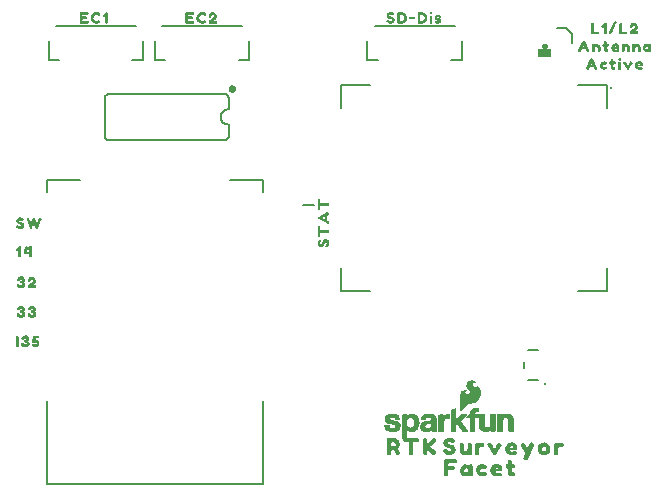
<source format=gto>
G04 EAGLE Gerber RS-274X export*
G75*
%MOMM*%
%FSLAX34Y34*%
%LPD*%
%INSilkscreen Top*%
%IPPOS*%
%AMOC8*
5,1,8,0,0,1.08239X$1,22.5*%
G01*
%ADD10C,0.203200*%
%ADD11C,0.282838*%
%ADD12C,0.177800*%
%ADD13C,0.254000*%
%ADD14C,0.152400*%
%ADD15C,0.254000*%

G36*
X387206Y23855D02*
X387206Y23855D01*
X387210Y23852D01*
X388210Y24052D01*
X388232Y24077D01*
X388245Y24080D01*
X388645Y24980D01*
X388642Y24994D01*
X388649Y25000D01*
X388649Y35256D01*
X389503Y35351D01*
X392700Y35351D01*
X392710Y35358D01*
X392717Y35354D01*
X393517Y35654D01*
X393537Y35685D01*
X393548Y35690D01*
X393748Y36690D01*
X393744Y36700D01*
X393749Y36705D01*
X393649Y37705D01*
X393627Y37728D01*
X393626Y37742D01*
X392826Y38242D01*
X392807Y38240D01*
X392800Y38249D01*
X383590Y38249D01*
X383590Y45001D01*
X383813Y44722D01*
X383836Y44705D01*
X383914Y44634D01*
X384914Y44034D01*
X384927Y44030D01*
X384940Y44020D01*
X385540Y43720D01*
X385578Y43711D01*
X385648Y43685D01*
X387448Y43385D01*
X387486Y43387D01*
X387560Y43383D01*
X389060Y43583D01*
X389088Y43594D01*
X389130Y43599D01*
X390330Y43999D01*
X390363Y44020D01*
X390434Y44052D01*
X391534Y44852D01*
X391551Y44872D01*
X391579Y44891D01*
X392479Y45791D01*
X392499Y45824D01*
X392544Y45878D01*
X393144Y46978D01*
X393149Y46995D01*
X393161Y47014D01*
X393661Y48214D01*
X393666Y48241D01*
X393681Y48275D01*
X393981Y49575D01*
X393980Y49600D01*
X393989Y49633D01*
X394089Y51033D01*
X394086Y51056D01*
X394089Y51085D01*
X393989Y52585D01*
X393982Y52608D01*
X393982Y52640D01*
X393682Y54040D01*
X393675Y54053D01*
X393673Y54072D01*
X393273Y55372D01*
X393254Y55405D01*
X393231Y55464D01*
X392531Y56564D01*
X392511Y56583D01*
X392493Y56614D01*
X391593Y57614D01*
X391561Y57636D01*
X391514Y57681D01*
X390414Y58381D01*
X390382Y58392D01*
X390338Y58418D01*
X388938Y58918D01*
X388899Y58922D01*
X388835Y58939D01*
X387335Y59039D01*
X387324Y59038D01*
X387310Y59040D01*
X386610Y59040D01*
X386584Y59034D01*
X386548Y59035D01*
X385348Y58835D01*
X385336Y58830D01*
X385214Y58786D01*
X384214Y58186D01*
X384198Y58171D01*
X384172Y58157D01*
X383672Y57757D01*
X383661Y57742D01*
X383641Y57729D01*
X383490Y57578D01*
X383490Y58360D01*
X383490Y58361D01*
X383490Y58362D01*
X383470Y58445D01*
X383451Y58529D01*
X383450Y58530D01*
X383450Y58531D01*
X383396Y58595D01*
X383341Y58662D01*
X383340Y58663D01*
X383339Y58664D01*
X383260Y58699D01*
X383182Y58733D01*
X383181Y58733D01*
X383180Y58734D01*
X383035Y58733D01*
X382035Y58533D01*
X382028Y58529D01*
X382018Y58529D01*
X381627Y58431D01*
X381135Y58333D01*
X381128Y58329D01*
X381118Y58329D01*
X380763Y58240D01*
X380310Y58240D01*
X380280Y58233D01*
X380235Y58233D01*
X379735Y58133D01*
X379728Y58129D01*
X379718Y58129D01*
X379318Y58029D01*
X379314Y58027D01*
X379309Y58027D01*
X379237Y57987D01*
X379164Y57950D01*
X379161Y57946D01*
X379157Y57944D01*
X379110Y57877D01*
X379061Y57810D01*
X379060Y57806D01*
X379057Y57802D01*
X379030Y57660D01*
X379030Y39160D01*
X379032Y39150D01*
X379030Y39140D01*
X379043Y39097D01*
X379043Y39082D01*
X379052Y39066D01*
X379069Y38991D01*
X379076Y38983D01*
X379079Y38974D01*
X379172Y38863D01*
X379656Y38476D01*
X380341Y37792D01*
X380056Y37222D01*
X380057Y37214D01*
X380053Y37211D01*
X380057Y37205D01*
X380051Y37200D01*
X380051Y36100D01*
X380069Y36076D01*
X380068Y36063D01*
X380768Y35463D01*
X380789Y35461D01*
X380795Y35451D01*
X381795Y35351D01*
X381798Y35353D01*
X381800Y35351D01*
X384871Y35351D01*
X385251Y34687D01*
X385251Y25500D01*
X385253Y25497D01*
X385251Y25495D01*
X385351Y24495D01*
X385369Y24476D01*
X385368Y24463D01*
X386068Y23863D01*
X386092Y23861D01*
X386100Y23851D01*
X387200Y23851D01*
X387206Y23855D01*
G37*
G36*
X429036Y60886D02*
X429036Y60886D01*
X429063Y60883D01*
X429120Y60905D01*
X429179Y60919D01*
X429199Y60936D01*
X429225Y60946D01*
X429283Y61005D01*
X429312Y61029D01*
X429317Y61039D01*
X429326Y61049D01*
X429506Y61318D01*
X429779Y61591D01*
X429791Y61611D01*
X429814Y61632D01*
X430098Y62010D01*
X430579Y62491D01*
X430587Y62504D01*
X430602Y62517D01*
X431091Y63103D01*
X431679Y63691D01*
X431693Y63714D01*
X431719Y63739D01*
X432201Y64413D01*
X433479Y65691D01*
X433487Y65704D01*
X433502Y65717D01*
X433978Y66287D01*
X434928Y67047D01*
X435344Y67297D01*
X435841Y67380D01*
X437710Y67380D01*
X437736Y67386D01*
X437773Y67385D01*
X438973Y67585D01*
X438988Y67592D01*
X439010Y67593D01*
X440110Y67893D01*
X440127Y67902D01*
X440151Y67907D01*
X441151Y68307D01*
X441173Y68322D01*
X441206Y68334D01*
X442206Y68934D01*
X442226Y68954D01*
X442260Y68974D01*
X443060Y69674D01*
X443067Y69683D01*
X443079Y69691D01*
X443879Y70491D01*
X443890Y70509D01*
X443910Y70527D01*
X444610Y71427D01*
X444621Y71450D01*
X444642Y71475D01*
X445642Y73275D01*
X445652Y73310D01*
X445676Y73358D01*
X446176Y75158D01*
X446178Y75192D01*
X446190Y75239D01*
X446290Y77039D01*
X446283Y77075D01*
X446284Y77130D01*
X445984Y78730D01*
X445973Y78754D01*
X445968Y78788D01*
X445468Y80188D01*
X445452Y80213D01*
X445438Y80252D01*
X444738Y81452D01*
X444717Y81474D01*
X444694Y81513D01*
X443894Y82413D01*
X443890Y82416D01*
X443780Y82500D01*
X442980Y82900D01*
X442970Y82902D01*
X442964Y82907D01*
X442925Y82914D01*
X442882Y82933D01*
X442847Y82932D01*
X442812Y82940D01*
X442761Y82929D01*
X442709Y82927D01*
X442678Y82910D01*
X442643Y82901D01*
X442603Y82869D01*
X442557Y82844D01*
X442536Y82815D01*
X442509Y82792D01*
X442487Y82745D01*
X442457Y82702D01*
X442449Y82661D01*
X442437Y82634D01*
X442437Y82628D01*
X442437Y82626D01*
X442438Y82601D01*
X442430Y82560D01*
X442430Y81822D01*
X442291Y81404D01*
X442142Y81305D01*
X441948Y81240D01*
X441400Y81240D01*
X440701Y81590D01*
X440430Y81771D01*
X440038Y82064D01*
X440029Y82068D01*
X440021Y82076D01*
X439752Y82256D01*
X439523Y82485D01*
X439350Y82830D01*
X439337Y82846D01*
X439326Y82871D01*
X439163Y83116D01*
X439079Y83452D01*
X439073Y83464D01*
X439071Y83480D01*
X439011Y83660D01*
X439062Y83814D01*
X439150Y83990D01*
X439156Y84013D01*
X439171Y84040D01*
X439255Y84292D01*
X439390Y84495D01*
X439711Y84735D01*
X439990Y84875D01*
X440034Y84897D01*
X440485Y84987D01*
X440492Y84991D01*
X440502Y84991D01*
X440857Y85080D01*
X441048Y85080D01*
X441290Y84999D01*
X441327Y84996D01*
X441410Y84980D01*
X441710Y84980D01*
X441735Y84986D01*
X441761Y84983D01*
X441819Y85005D01*
X441879Y85019D01*
X441899Y85036D01*
X441923Y85045D01*
X441965Y85090D01*
X442012Y85129D01*
X442023Y85153D01*
X442040Y85172D01*
X442058Y85231D01*
X442083Y85288D01*
X442082Y85313D01*
X442090Y85338D01*
X442079Y85399D01*
X442077Y85461D01*
X442064Y85483D01*
X442060Y85509D01*
X442012Y85580D01*
X441994Y85613D01*
X441986Y85619D01*
X441979Y85629D01*
X441879Y85729D01*
X441859Y85741D01*
X441838Y85764D01*
X441438Y86064D01*
X441412Y86076D01*
X441380Y86100D01*
X440780Y86400D01*
X440763Y86404D01*
X440744Y86416D01*
X439944Y86716D01*
X439937Y86717D01*
X439930Y86721D01*
X439030Y87021D01*
X438993Y87024D01*
X438910Y87040D01*
X437910Y87040D01*
X437882Y87034D01*
X437842Y87034D01*
X436742Y86834D01*
X436707Y86819D01*
X436628Y86794D01*
X435528Y86194D01*
X435502Y86171D01*
X435457Y86144D01*
X434557Y85344D01*
X434538Y85316D01*
X434501Y85281D01*
X434001Y84581D01*
X433986Y84545D01*
X433949Y84480D01*
X433649Y83580D01*
X433646Y83543D01*
X433630Y83460D01*
X433630Y82660D01*
X433637Y82627D01*
X433639Y82578D01*
X433839Y81678D01*
X433856Y81642D01*
X433878Y81575D01*
X434378Y80675D01*
X434400Y80651D01*
X434424Y80610D01*
X435124Y79810D01*
X435125Y79809D01*
X435126Y79807D01*
X435275Y79639D01*
X435613Y79259D01*
X435924Y78909D01*
X436584Y78155D01*
X436830Y77582D01*
X436830Y77022D01*
X436671Y76545D01*
X436350Y76144D01*
X435854Y75813D01*
X435163Y75640D01*
X434448Y75640D01*
X434019Y75726D01*
X433588Y75898D01*
X433352Y76056D01*
X433123Y76285D01*
X432962Y76606D01*
X432890Y76822D01*
X432890Y76998D01*
X432955Y77192D01*
X433106Y77418D01*
X433415Y77728D01*
X433630Y77799D01*
X433650Y77812D01*
X433680Y77820D01*
X434080Y78020D01*
X434109Y78044D01*
X434179Y78091D01*
X434279Y78191D01*
X434292Y78212D01*
X434311Y78228D01*
X434337Y78285D01*
X434370Y78338D01*
X434373Y78363D01*
X434383Y78386D01*
X434381Y78449D01*
X434387Y78511D01*
X434378Y78534D01*
X434377Y78559D01*
X434347Y78614D01*
X434325Y78673D01*
X434307Y78690D01*
X434295Y78712D01*
X434225Y78766D01*
X434198Y78790D01*
X434189Y78793D01*
X434180Y78800D01*
X433980Y78900D01*
X433965Y78904D01*
X433952Y78913D01*
X433818Y78939D01*
X433812Y78940D01*
X433811Y78940D01*
X433810Y78940D01*
X433657Y78940D01*
X433302Y79029D01*
X433266Y79029D01*
X433210Y79040D01*
X432410Y79040D01*
X432384Y79034D01*
X432348Y79035D01*
X431748Y78935D01*
X431717Y78922D01*
X431669Y78913D01*
X430669Y78513D01*
X430638Y78491D01*
X430582Y78464D01*
X430198Y78176D01*
X429714Y77886D01*
X429700Y77872D01*
X429681Y77863D01*
X429611Y77786D01*
X429590Y77765D01*
X429588Y77760D01*
X429584Y77756D01*
X429284Y77256D01*
X429280Y77243D01*
X429270Y77230D01*
X428970Y76630D01*
X428964Y76607D01*
X428949Y76580D01*
X428749Y75980D01*
X428746Y75947D01*
X428732Y75902D01*
X428532Y74102D01*
X428534Y74083D01*
X428530Y74060D01*
X428530Y61260D01*
X428541Y61210D01*
X428543Y61159D01*
X428561Y61127D01*
X428569Y61091D01*
X428602Y61052D01*
X428626Y61007D01*
X428656Y60986D01*
X428679Y60958D01*
X428726Y60937D01*
X428768Y60907D01*
X428810Y60899D01*
X428838Y60887D01*
X428868Y60888D01*
X428910Y60880D01*
X429010Y60880D01*
X429036Y60886D01*
G37*
G36*
X400347Y43388D02*
X400347Y43388D01*
X400430Y43399D01*
X400672Y43480D01*
X401010Y43480D01*
X401047Y43488D01*
X401130Y43499D01*
X401372Y43580D01*
X401610Y43580D01*
X401647Y43588D01*
X401730Y43599D01*
X402930Y43999D01*
X402963Y44019D01*
X403021Y44044D01*
X403279Y44215D01*
X403530Y44299D01*
X403563Y44319D01*
X403621Y44344D01*
X403921Y44544D01*
X403942Y44567D01*
X403979Y44591D01*
X404116Y44728D01*
X404130Y44708D01*
X404130Y44560D01*
X404147Y44486D01*
X404160Y44411D01*
X404167Y44401D01*
X404169Y44391D01*
X404193Y44362D01*
X404241Y44291D01*
X404247Y44285D01*
X404260Y44211D01*
X404267Y44201D01*
X404269Y44191D01*
X404293Y44162D01*
X404341Y44091D01*
X404342Y44090D01*
X404343Y44059D01*
X404361Y44027D01*
X404369Y43991D01*
X404402Y43952D01*
X404426Y43907D01*
X404456Y43886D01*
X404479Y43858D01*
X404526Y43837D01*
X404568Y43807D01*
X404610Y43799D01*
X404638Y43787D01*
X404668Y43788D01*
X404710Y43780D01*
X408610Y43780D01*
X408660Y43791D01*
X408711Y43793D01*
X408743Y43811D01*
X408779Y43819D01*
X408818Y43852D01*
X408863Y43876D01*
X408884Y43906D01*
X408912Y43929D01*
X408933Y43976D01*
X408963Y44018D01*
X408971Y44060D01*
X408983Y44088D01*
X408982Y44118D01*
X408990Y44160D01*
X408990Y44260D01*
X408973Y44334D01*
X408960Y44409D01*
X408953Y44419D01*
X408951Y44429D01*
X408927Y44458D01*
X408879Y44529D01*
X408823Y44585D01*
X408790Y44650D01*
X408790Y44860D01*
X408787Y44875D01*
X408789Y44890D01*
X408752Y45022D01*
X408751Y45029D01*
X408750Y45029D01*
X408750Y45030D01*
X408690Y45150D01*
X408690Y45260D01*
X408687Y45275D01*
X408689Y45290D01*
X408667Y45371D01*
X408666Y45382D01*
X408661Y45392D01*
X408652Y45422D01*
X408651Y45429D01*
X408650Y45429D01*
X408650Y45430D01*
X408590Y45550D01*
X408590Y46360D01*
X408587Y46375D01*
X408589Y46390D01*
X408552Y46522D01*
X408551Y46529D01*
X408550Y46529D01*
X408550Y46530D01*
X408490Y46650D01*
X408490Y55260D01*
X408483Y55290D01*
X408483Y55335D01*
X408383Y55835D01*
X408371Y55861D01*
X408363Y55901D01*
X408163Y56401D01*
X408155Y56413D01*
X408150Y56430D01*
X407950Y56830D01*
X407932Y56852D01*
X407914Y56888D01*
X407614Y57288D01*
X407589Y57309D01*
X407582Y57322D01*
X407567Y57333D01*
X407538Y57364D01*
X406338Y58264D01*
X406303Y58279D01*
X406251Y58313D01*
X405751Y58513D01*
X405722Y58517D01*
X405685Y58533D01*
X405219Y58626D01*
X404751Y58813D01*
X404722Y58817D01*
X404685Y58833D01*
X404185Y58933D01*
X404153Y58932D01*
X404110Y58940D01*
X403548Y58940D01*
X403085Y59033D01*
X403053Y59032D01*
X403010Y59040D01*
X400710Y59040D01*
X400680Y59033D01*
X400635Y59033D01*
X400141Y58934D01*
X399548Y58835D01*
X399524Y58825D01*
X399490Y58821D01*
X398912Y58628D01*
X398435Y58533D01*
X398409Y58521D01*
X398369Y58513D01*
X397869Y58313D01*
X397847Y58298D01*
X397814Y58286D01*
X396814Y57686D01*
X396802Y57674D01*
X396782Y57664D01*
X396382Y57364D01*
X396357Y57334D01*
X396306Y57288D01*
X396006Y56888D01*
X395999Y56872D01*
X395984Y56856D01*
X395694Y56372D01*
X395406Y55988D01*
X395391Y55954D01*
X395349Y55880D01*
X395149Y55280D01*
X395147Y55258D01*
X395139Y55240D01*
X395139Y55235D01*
X395135Y55223D01*
X394935Y54023D01*
X394940Y53941D01*
X394943Y53859D01*
X394946Y53855D01*
X394946Y53850D01*
X394987Y53779D01*
X395026Y53707D01*
X395030Y53704D01*
X395033Y53700D01*
X395101Y53654D01*
X395168Y53607D01*
X395173Y53606D01*
X395177Y53604D01*
X395205Y53600D01*
X395310Y53580D01*
X399210Y53580D01*
X399260Y53591D01*
X399311Y53593D01*
X399343Y53611D01*
X399379Y53619D01*
X399418Y53652D01*
X399463Y53676D01*
X399484Y53706D01*
X399512Y53729D01*
X399533Y53776D01*
X399563Y53818D01*
X399571Y53860D01*
X399583Y53888D01*
X399582Y53918D01*
X399590Y53960D01*
X399590Y54370D01*
X399650Y54490D01*
X399656Y54513D01*
X399671Y54540D01*
X399762Y54814D01*
X399823Y54935D01*
X400135Y55248D01*
X400815Y55587D01*
X401000Y55680D01*
X402620Y55680D01*
X402740Y55620D01*
X402755Y55616D01*
X402768Y55607D01*
X402902Y55581D01*
X402909Y55580D01*
X402910Y55580D01*
X403020Y55580D01*
X403427Y55377D01*
X403470Y55290D01*
X403494Y55261D01*
X403541Y55191D01*
X403598Y55135D01*
X403830Y54670D01*
X403830Y53787D01*
X403651Y53548D01*
X403250Y53308D01*
X402697Y53123D01*
X402031Y52933D01*
X401362Y52837D01*
X399568Y52638D01*
X398668Y52538D01*
X398647Y52530D01*
X398618Y52529D01*
X397818Y52329D01*
X397801Y52320D01*
X397777Y52316D01*
X396977Y52016D01*
X396955Y52001D01*
X396921Y51990D01*
X396221Y51590D01*
X396199Y51570D01*
X396163Y51549D01*
X395463Y50949D01*
X395443Y50922D01*
X395380Y50849D01*
X394980Y50149D01*
X394971Y50119D01*
X394949Y50080D01*
X394649Y49180D01*
X394648Y49163D01*
X394645Y49156D01*
X394645Y49151D01*
X394636Y49128D01*
X394436Y48028D01*
X394436Y48018D01*
X394437Y47885D01*
X394530Y47422D01*
X394530Y46960D01*
X394533Y46945D01*
X394531Y46930D01*
X394568Y46798D01*
X394569Y46791D01*
X394570Y46791D01*
X394570Y46790D01*
X394747Y46436D01*
X394837Y45985D01*
X394838Y45984D01*
X394838Y45983D01*
X394894Y45849D01*
X395094Y45549D01*
X395101Y45542D01*
X395106Y45532D01*
X395400Y45140D01*
X395594Y44849D01*
X395617Y44828D01*
X395641Y44791D01*
X395941Y44491D01*
X395973Y44471D01*
X396040Y44420D01*
X396419Y44231D01*
X396699Y44044D01*
X396719Y44036D01*
X396740Y44020D01*
X397140Y43820D01*
X397154Y43817D01*
X397169Y43807D01*
X397669Y43607D01*
X397691Y43604D01*
X397718Y43591D01*
X398118Y43491D01*
X398154Y43491D01*
X398210Y43480D01*
X398672Y43480D01*
X399135Y43387D01*
X399167Y43388D01*
X399210Y43380D01*
X400310Y43380D01*
X400347Y43388D01*
G37*
G36*
X424860Y43791D02*
X424860Y43791D01*
X424911Y43793D01*
X424943Y43811D01*
X424979Y43819D01*
X425018Y43852D01*
X425063Y43876D01*
X425084Y43906D01*
X425112Y43929D01*
X425133Y43976D01*
X425163Y44018D01*
X425171Y44060D01*
X425183Y44088D01*
X425182Y44118D01*
X425190Y44160D01*
X425190Y48895D01*
X426231Y49866D01*
X429887Y43960D01*
X429910Y43936D01*
X429926Y43907D01*
X429971Y43876D01*
X430009Y43837D01*
X430041Y43827D01*
X430068Y43807D01*
X430136Y43794D01*
X430173Y43782D01*
X430190Y43784D01*
X430210Y43780D01*
X434910Y43780D01*
X434982Y43797D01*
X435054Y43808D01*
X435065Y43816D01*
X435079Y43819D01*
X435135Y43866D01*
X435195Y43909D01*
X435202Y43921D01*
X435212Y43929D01*
X435242Y43997D01*
X435277Y44061D01*
X435278Y44075D01*
X435283Y44088D01*
X435280Y44161D01*
X435283Y44234D01*
X435277Y44248D01*
X435277Y44261D01*
X435258Y44295D01*
X435228Y44368D01*
X429499Y53107D01*
X434576Y58089D01*
X434591Y58112D01*
X434612Y58129D01*
X434637Y58184D01*
X434669Y58235D01*
X434672Y58262D01*
X434683Y58288D01*
X434681Y58348D01*
X434687Y58407D01*
X434678Y58433D01*
X434677Y58461D01*
X434648Y58513D01*
X434627Y58570D01*
X434607Y58589D01*
X434594Y58613D01*
X434545Y58647D01*
X434501Y58689D01*
X434475Y58697D01*
X434452Y58713D01*
X434372Y58728D01*
X434336Y58739D01*
X434324Y58738D01*
X434310Y58740D01*
X429710Y58740D01*
X429632Y58722D01*
X429554Y58707D01*
X429548Y58702D01*
X429541Y58701D01*
X429516Y58680D01*
X429436Y58623D01*
X425190Y54205D01*
X425190Y63660D01*
X425177Y63716D01*
X425173Y63773D01*
X425158Y63799D01*
X425151Y63829D01*
X425114Y63873D01*
X425085Y63923D01*
X425060Y63939D01*
X425041Y63962D01*
X424988Y63986D01*
X424940Y64017D01*
X424910Y64021D01*
X424882Y64033D01*
X424825Y64031D01*
X424768Y64038D01*
X424735Y64028D01*
X424709Y64027D01*
X424679Y64010D01*
X424630Y63995D01*
X420730Y61895D01*
X420696Y61865D01*
X420657Y61844D01*
X420632Y61809D01*
X420600Y61780D01*
X420583Y61739D01*
X420557Y61702D01*
X420548Y61652D01*
X420534Y61620D01*
X420536Y61594D01*
X420530Y61560D01*
X420530Y44160D01*
X420541Y44110D01*
X420543Y44059D01*
X420561Y44027D01*
X420569Y43991D01*
X420602Y43952D01*
X420626Y43907D01*
X420656Y43886D01*
X420679Y43858D01*
X420726Y43837D01*
X420768Y43807D01*
X420810Y43799D01*
X420838Y43787D01*
X420868Y43788D01*
X420910Y43780D01*
X424810Y43780D01*
X424860Y43791D01*
G37*
G36*
X464260Y43791D02*
X464260Y43791D01*
X464311Y43793D01*
X464343Y43811D01*
X464379Y43819D01*
X464418Y43852D01*
X464463Y43876D01*
X464484Y43906D01*
X464512Y43929D01*
X464533Y43976D01*
X464563Y44018D01*
X464571Y44060D01*
X464583Y44088D01*
X464582Y44118D01*
X464590Y44160D01*
X464590Y52539D01*
X464682Y53362D01*
X464949Y53987D01*
X465223Y54442D01*
X465564Y54869D01*
X465944Y55097D01*
X466465Y55184D01*
X467202Y55276D01*
X467741Y55186D01*
X468171Y55100D01*
X468551Y54872D01*
X468794Y54548D01*
X469047Y54126D01*
X469134Y53603D01*
X469233Y52909D01*
X469330Y52136D01*
X469330Y44160D01*
X469341Y44110D01*
X469343Y44059D01*
X469361Y44027D01*
X469369Y43991D01*
X469402Y43952D01*
X469426Y43907D01*
X469456Y43886D01*
X469479Y43858D01*
X469526Y43837D01*
X469568Y43807D01*
X469610Y43799D01*
X469638Y43787D01*
X469668Y43788D01*
X469710Y43780D01*
X473610Y43780D01*
X473660Y43791D01*
X473711Y43793D01*
X473743Y43811D01*
X473779Y43819D01*
X473818Y43852D01*
X473863Y43876D01*
X473884Y43906D01*
X473912Y43929D01*
X473933Y43976D01*
X473963Y44018D01*
X473971Y44060D01*
X473983Y44088D01*
X473982Y44118D01*
X473990Y44160D01*
X473990Y52860D01*
X473987Y52873D01*
X473989Y52889D01*
X473889Y54189D01*
X473884Y54206D01*
X473884Y54228D01*
X473684Y55328D01*
X473677Y55345D01*
X473674Y55369D01*
X473374Y56369D01*
X473355Y56402D01*
X473332Y56462D01*
X472832Y57262D01*
X472808Y57286D01*
X472779Y57329D01*
X472079Y58029D01*
X472046Y58049D01*
X471995Y58092D01*
X471095Y58592D01*
X471060Y58602D01*
X471010Y58627D01*
X469910Y58927D01*
X469879Y58928D01*
X469837Y58939D01*
X468437Y59039D01*
X468425Y59037D01*
X468410Y59040D01*
X467810Y59040D01*
X467784Y59034D01*
X467748Y59035D01*
X467148Y58935D01*
X467124Y58925D01*
X467090Y58921D01*
X465890Y58521D01*
X465857Y58501D01*
X465799Y58476D01*
X465199Y58076D01*
X465189Y58066D01*
X465172Y58057D01*
X464672Y57657D01*
X464661Y57642D01*
X464641Y57629D01*
X464390Y57378D01*
X464390Y58360D01*
X464379Y58410D01*
X464377Y58461D01*
X464359Y58493D01*
X464351Y58529D01*
X464318Y58568D01*
X464294Y58613D01*
X464264Y58634D01*
X464241Y58662D01*
X464194Y58683D01*
X464152Y58713D01*
X464110Y58721D01*
X464082Y58733D01*
X464052Y58732D01*
X464010Y58740D01*
X460310Y58740D01*
X460260Y58729D01*
X460209Y58727D01*
X460177Y58709D01*
X460141Y58701D01*
X460102Y58668D01*
X460057Y58644D01*
X460036Y58614D01*
X460008Y58591D01*
X459987Y58544D01*
X459957Y58502D01*
X459949Y58460D01*
X459937Y58432D01*
X459938Y58402D01*
X459930Y58360D01*
X459930Y44160D01*
X459941Y44110D01*
X459943Y44059D01*
X459961Y44027D01*
X459969Y43991D01*
X460002Y43952D01*
X460026Y43907D01*
X460056Y43886D01*
X460079Y43858D01*
X460126Y43837D01*
X460168Y43807D01*
X460210Y43799D01*
X460238Y43787D01*
X460268Y43788D01*
X460310Y43780D01*
X464210Y43780D01*
X464260Y43791D01*
G37*
G36*
X450118Y43386D02*
X450118Y43386D01*
X450173Y43385D01*
X450767Y43484D01*
X451464Y43584D01*
X451491Y43594D01*
X451530Y43599D01*
X452130Y43799D01*
X452139Y43805D01*
X452151Y43807D01*
X452651Y44007D01*
X452663Y44015D01*
X452680Y44020D01*
X453000Y44180D01*
X453280Y44320D01*
X453305Y44341D01*
X453348Y44363D01*
X453848Y44763D01*
X453869Y44790D01*
X453907Y44822D01*
X454130Y45101D01*
X454130Y44160D01*
X454141Y44110D01*
X454143Y44059D01*
X454161Y44027D01*
X454169Y43991D01*
X454202Y43952D01*
X454226Y43907D01*
X454256Y43886D01*
X454279Y43858D01*
X454326Y43837D01*
X454368Y43807D01*
X454410Y43799D01*
X454438Y43787D01*
X454468Y43788D01*
X454510Y43780D01*
X458210Y43780D01*
X458260Y43791D01*
X458311Y43793D01*
X458343Y43811D01*
X458379Y43819D01*
X458418Y43852D01*
X458463Y43876D01*
X458484Y43906D01*
X458512Y43929D01*
X458533Y43976D01*
X458563Y44018D01*
X458571Y44060D01*
X458583Y44088D01*
X458582Y44118D01*
X458590Y44160D01*
X458590Y58360D01*
X458579Y58410D01*
X458577Y58461D01*
X458559Y58493D01*
X458551Y58529D01*
X458518Y58568D01*
X458494Y58613D01*
X458464Y58634D01*
X458441Y58662D01*
X458394Y58683D01*
X458352Y58713D01*
X458310Y58721D01*
X458282Y58733D01*
X458252Y58732D01*
X458210Y58740D01*
X454310Y58740D01*
X454260Y58729D01*
X454209Y58727D01*
X454177Y58709D01*
X454141Y58701D01*
X454102Y58668D01*
X454057Y58644D01*
X454036Y58614D01*
X454008Y58591D01*
X453987Y58544D01*
X453957Y58502D01*
X453949Y58460D01*
X453937Y58432D01*
X453938Y58402D01*
X453930Y58360D01*
X453930Y49884D01*
X453839Y49160D01*
X453565Y48520D01*
X453298Y47985D01*
X452974Y47662D01*
X452576Y47423D01*
X452055Y47336D01*
X451318Y47244D01*
X450779Y47334D01*
X450349Y47420D01*
X449970Y47648D01*
X449470Y48314D01*
X449386Y48815D01*
X449190Y50384D01*
X449190Y58360D01*
X449179Y58410D01*
X449177Y58461D01*
X449159Y58493D01*
X449151Y58529D01*
X449118Y58568D01*
X449094Y58613D01*
X449064Y58634D01*
X449041Y58662D01*
X448994Y58683D01*
X448952Y58713D01*
X448910Y58721D01*
X448882Y58733D01*
X448852Y58732D01*
X448810Y58740D01*
X445010Y58740D01*
X444960Y58729D01*
X444909Y58727D01*
X444877Y58709D01*
X444841Y58701D01*
X444802Y58668D01*
X444757Y58644D01*
X444736Y58614D01*
X444708Y58591D01*
X444687Y58544D01*
X444657Y58502D01*
X444649Y58460D01*
X444637Y58432D01*
X444638Y58402D01*
X444630Y58360D01*
X444630Y48360D01*
X444636Y48332D01*
X444636Y48292D01*
X444836Y47192D01*
X444843Y47175D01*
X444846Y47151D01*
X445146Y46151D01*
X445162Y46122D01*
X445178Y46075D01*
X445678Y45175D01*
X445697Y45154D01*
X445763Y45071D01*
X446463Y44471D01*
X446491Y44457D01*
X446525Y44428D01*
X447425Y43928D01*
X447450Y43920D01*
X447480Y43903D01*
X448580Y43503D01*
X448619Y43498D01*
X448683Y43481D01*
X450083Y43381D01*
X450118Y43386D01*
G37*
G36*
X372542Y43481D02*
X372542Y43481D01*
X372555Y43485D01*
X372573Y43485D01*
X373773Y43685D01*
X373788Y43692D01*
X373810Y43693D01*
X374910Y43993D01*
X374938Y44008D01*
X374980Y44020D01*
X375300Y44180D01*
X375980Y44520D01*
X376009Y44544D01*
X376060Y44574D01*
X376860Y45274D01*
X376879Y45300D01*
X376914Y45332D01*
X377514Y46132D01*
X377530Y46168D01*
X377567Y46230D01*
X377967Y47330D01*
X377971Y47361D01*
X377986Y47402D01*
X378186Y48702D01*
X378183Y48740D01*
X378188Y48802D01*
X378088Y49702D01*
X378075Y49739D01*
X378060Y49810D01*
X377760Y50510D01*
X377742Y50534D01*
X377726Y50571D01*
X377326Y51171D01*
X377298Y51198D01*
X377253Y51252D01*
X376653Y51752D01*
X376628Y51765D01*
X376599Y51790D01*
X375199Y52590D01*
X375161Y52601D01*
X375093Y52631D01*
X374198Y52830D01*
X371802Y53429D01*
X371782Y53429D01*
X371757Y53437D01*
X370995Y53533D01*
X370456Y53712D01*
X369911Y53985D01*
X369582Y54232D01*
X369360Y54527D01*
X369290Y54807D01*
X369290Y55045D01*
X369554Y55441D01*
X369716Y55495D01*
X370102Y55591D01*
X370114Y55597D01*
X370130Y55599D01*
X370372Y55680D01*
X371937Y55680D01*
X372354Y55513D01*
X372719Y55331D01*
X372936Y55186D01*
X373072Y54982D01*
X373244Y54551D01*
X373337Y54085D01*
X373343Y54073D01*
X373343Y54059D01*
X373379Y53995D01*
X373409Y53928D01*
X373420Y53919D01*
X373426Y53907D01*
X373486Y53865D01*
X373543Y53818D01*
X373557Y53815D01*
X373568Y53807D01*
X373710Y53780D01*
X377410Y53780D01*
X377490Y53798D01*
X377570Y53815D01*
X377574Y53818D01*
X377579Y53819D01*
X377642Y53872D01*
X377706Y53922D01*
X377708Y53926D01*
X377712Y53929D01*
X377746Y54004D01*
X377781Y54078D01*
X377781Y54083D01*
X377783Y54088D01*
X377782Y54115D01*
X377785Y54223D01*
X377585Y55423D01*
X377570Y55459D01*
X377550Y55530D01*
X377050Y56530D01*
X377032Y56552D01*
X377014Y56588D01*
X376414Y57388D01*
X376384Y57413D01*
X376338Y57464D01*
X375538Y58064D01*
X375506Y58078D01*
X375464Y58107D01*
X374564Y58507D01*
X374544Y58511D01*
X374519Y58524D01*
X373519Y58824D01*
X373500Y58825D01*
X373478Y58834D01*
X372378Y59034D01*
X372349Y59033D01*
X372310Y59040D01*
X370010Y59040D01*
X369982Y59034D01*
X369942Y59034D01*
X368842Y58834D01*
X368839Y58833D01*
X368835Y58833D01*
X367835Y58633D01*
X367801Y58617D01*
X367740Y58600D01*
X367640Y58550D01*
X366880Y58170D01*
X366740Y58100D01*
X366712Y58077D01*
X366663Y58049D01*
X365963Y57449D01*
X365948Y57430D01*
X365924Y57410D01*
X365224Y56610D01*
X365208Y56580D01*
X365157Y56501D01*
X364757Y55501D01*
X364751Y55462D01*
X364731Y55392D01*
X364631Y54192D01*
X364636Y54161D01*
X364632Y54118D01*
X364732Y53218D01*
X364742Y53191D01*
X364743Y53166D01*
X364752Y53148D01*
X364761Y53110D01*
X365061Y52410D01*
X365078Y52387D01*
X365094Y52349D01*
X365494Y51749D01*
X365495Y51748D01*
X365496Y51746D01*
X365599Y51644D01*
X366199Y51244D01*
X366210Y51239D01*
X366221Y51230D01*
X366921Y50830D01*
X366940Y50824D01*
X366960Y50811D01*
X367660Y50511D01*
X367668Y50509D01*
X367677Y50504D01*
X368477Y50204D01*
X368500Y50201D01*
X368528Y50189D01*
X369428Y49989D01*
X369431Y49989D01*
X369435Y49987D01*
X370427Y49789D01*
X372004Y49395D01*
X372550Y49212D01*
X372998Y48944D01*
X373310Y48710D01*
X373451Y48427D01*
X373518Y48160D01*
X373367Y47554D01*
X373160Y47348D01*
X372809Y47085D01*
X372477Y46919D01*
X372163Y46840D01*
X371810Y46840D01*
X371774Y46832D01*
X371718Y46829D01*
X371394Y46748D01*
X370879Y46834D01*
X370385Y46933D01*
X370379Y46933D01*
X370373Y46935D01*
X369864Y47020D01*
X369182Y47532D01*
X368944Y47848D01*
X368790Y48233D01*
X368790Y48760D01*
X368779Y48810D01*
X368777Y48861D01*
X368759Y48893D01*
X368751Y48929D01*
X368718Y48968D01*
X368694Y49013D01*
X368664Y49034D01*
X368641Y49062D01*
X368594Y49083D01*
X368552Y49113D01*
X368510Y49121D01*
X368482Y49133D01*
X368452Y49132D01*
X368410Y49140D01*
X364710Y49140D01*
X364633Y49122D01*
X364555Y49107D01*
X364549Y49103D01*
X364541Y49101D01*
X364480Y49050D01*
X364417Y49002D01*
X364413Y48995D01*
X364408Y48991D01*
X364375Y48918D01*
X364340Y48847D01*
X364340Y48839D01*
X364337Y48832D01*
X364338Y48799D01*
X364334Y48702D01*
X364534Y47402D01*
X364547Y47370D01*
X364557Y47319D01*
X364957Y46319D01*
X364979Y46287D01*
X365010Y46227D01*
X365710Y45327D01*
X365734Y45307D01*
X365760Y45274D01*
X366560Y44574D01*
X366593Y44556D01*
X366640Y44520D01*
X367640Y44020D01*
X367670Y44013D01*
X367710Y43993D01*
X368810Y43693D01*
X368827Y43693D01*
X368848Y43685D01*
X370048Y43485D01*
X370062Y43486D01*
X370078Y43481D01*
X371278Y43381D01*
X371305Y43385D01*
X371342Y43381D01*
X372542Y43481D01*
G37*
G36*
X376111Y24052D02*
X376111Y24052D01*
X376117Y24060D01*
X376124Y24057D01*
X377224Y24657D01*
X377233Y24678D01*
X377245Y24681D01*
X377545Y25381D01*
X377540Y25404D01*
X377547Y25414D01*
X377247Y26414D01*
X377246Y26415D01*
X377247Y26416D01*
X377047Y27016D01*
X377046Y27016D01*
X377046Y27017D01*
X376646Y28117D01*
X376643Y28119D01*
X376644Y28122D01*
X376248Y28915D01*
X376152Y29587D01*
X376739Y30370D01*
X376739Y30379D01*
X376745Y30380D01*
X377145Y31280D01*
X377144Y31285D01*
X377147Y31286D01*
X377447Y32286D01*
X377444Y32296D01*
X377449Y32300D01*
X377449Y33400D01*
X377447Y33403D01*
X377449Y33405D01*
X377349Y34405D01*
X377341Y34413D01*
X377345Y34420D01*
X376945Y35320D01*
X376942Y35322D01*
X376943Y35324D01*
X376443Y36224D01*
X376434Y36228D01*
X376435Y36235D01*
X375735Y36935D01*
X375730Y36935D01*
X375730Y36939D01*
X374830Y37639D01*
X374821Y37639D01*
X374820Y37645D01*
X373920Y38045D01*
X373915Y38044D01*
X373914Y38047D01*
X372914Y38347D01*
X372904Y38344D01*
X372900Y38349D01*
X367800Y38349D01*
X367794Y38345D01*
X367790Y38348D01*
X366790Y38148D01*
X366769Y38125D01*
X366756Y38122D01*
X366356Y37322D01*
X366358Y37313D01*
X366353Y37309D01*
X366356Y37304D01*
X366351Y37300D01*
X366351Y25000D01*
X366359Y24989D01*
X366355Y24981D01*
X366655Y24281D01*
X366682Y24265D01*
X366687Y24253D01*
X367787Y23953D01*
X367799Y23957D01*
X367804Y23951D01*
X369004Y24051D01*
X369018Y24063D01*
X369029Y24060D01*
X369729Y24560D01*
X369737Y24588D01*
X369749Y24595D01*
X369849Y25595D01*
X369847Y25598D01*
X369849Y25600D01*
X369849Y27666D01*
X370609Y27951D01*
X372572Y27951D01*
X373256Y26778D01*
X374355Y24379D01*
X374373Y24370D01*
X374374Y24358D01*
X375174Y23858D01*
X375200Y23861D01*
X375211Y23852D01*
X376111Y24052D01*
G37*
G36*
X441160Y43791D02*
X441160Y43791D01*
X441211Y43793D01*
X441243Y43811D01*
X441279Y43819D01*
X441318Y43852D01*
X441363Y43876D01*
X441384Y43906D01*
X441412Y43929D01*
X441433Y43976D01*
X441463Y44018D01*
X441471Y44060D01*
X441483Y44088D01*
X441482Y44118D01*
X441490Y44160D01*
X441490Y55380D01*
X443810Y55380D01*
X443860Y55391D01*
X443911Y55393D01*
X443943Y55411D01*
X443979Y55419D01*
X444018Y55452D01*
X444063Y55476D01*
X444084Y55506D01*
X444112Y55529D01*
X444133Y55576D01*
X444163Y55618D01*
X444171Y55660D01*
X444183Y55688D01*
X444182Y55718D01*
X444190Y55760D01*
X444190Y58360D01*
X444179Y58410D01*
X444177Y58461D01*
X444159Y58493D01*
X444151Y58529D01*
X444118Y58568D01*
X444094Y58613D01*
X444064Y58634D01*
X444041Y58662D01*
X443994Y58683D01*
X443952Y58713D01*
X443910Y58721D01*
X443882Y58733D01*
X443852Y58732D01*
X443810Y58740D01*
X441490Y58740D01*
X441490Y59113D01*
X441579Y59468D01*
X441579Y59504D01*
X441590Y59560D01*
X441590Y59870D01*
X441640Y59969D01*
X441770Y60165D01*
X441780Y60170D01*
X442043Y60301D01*
X442357Y60380D01*
X444010Y60380D01*
X444060Y60391D01*
X444111Y60393D01*
X444143Y60411D01*
X444179Y60419D01*
X444218Y60452D01*
X444263Y60476D01*
X444284Y60506D01*
X444312Y60529D01*
X444333Y60576D01*
X444363Y60618D01*
X444371Y60660D01*
X444383Y60688D01*
X444382Y60718D01*
X444390Y60760D01*
X444390Y63560D01*
X444379Y63609D01*
X444377Y63659D01*
X444359Y63692D01*
X444351Y63729D01*
X444319Y63768D01*
X444295Y63812D01*
X444260Y63838D01*
X444241Y63862D01*
X444213Y63875D01*
X444180Y63900D01*
X443980Y64000D01*
X443965Y64004D01*
X443952Y64013D01*
X443818Y64039D01*
X443812Y64040D01*
X443811Y64040D01*
X443810Y64040D01*
X440910Y64040D01*
X440872Y64031D01*
X440801Y64024D01*
X439801Y63724D01*
X439777Y63710D01*
X439740Y63700D01*
X439366Y63513D01*
X438940Y63300D01*
X438920Y63284D01*
X438889Y63269D01*
X438189Y62769D01*
X438164Y62741D01*
X438118Y62703D01*
X437618Y62103D01*
X437600Y62068D01*
X437561Y62010D01*
X437261Y61310D01*
X437259Y61302D01*
X437254Y61294D01*
X436954Y60494D01*
X436951Y60467D01*
X436930Y60360D01*
X436930Y58740D01*
X436110Y58740D01*
X436094Y58737D01*
X436078Y58739D01*
X436011Y58717D01*
X435941Y58701D01*
X435929Y58690D01*
X435913Y58685D01*
X435817Y58598D01*
X435808Y58591D01*
X435807Y58589D01*
X435806Y58588D01*
X435538Y58232D01*
X435182Y57964D01*
X435167Y57946D01*
X435141Y57929D01*
X433560Y56348D01*
X433182Y56064D01*
X433148Y56024D01*
X433108Y55991D01*
X433093Y55958D01*
X433071Y55931D01*
X433058Y55880D01*
X433037Y55832D01*
X433038Y55797D01*
X433030Y55763D01*
X433041Y55712D01*
X433043Y55659D01*
X433060Y55628D01*
X433068Y55594D01*
X433101Y55553D01*
X433126Y55507D01*
X433155Y55487D01*
X433177Y55459D01*
X433225Y55438D01*
X433268Y55407D01*
X433308Y55400D01*
X433335Y55387D01*
X433366Y55388D01*
X433410Y55380D01*
X436930Y55380D01*
X436930Y44160D01*
X436941Y44110D01*
X436943Y44059D01*
X436961Y44027D01*
X436969Y43991D01*
X437002Y43952D01*
X437026Y43907D01*
X437056Y43886D01*
X437079Y43858D01*
X437126Y43837D01*
X437168Y43807D01*
X437210Y43799D01*
X437238Y43787D01*
X437268Y43788D01*
X437310Y43780D01*
X441110Y43780D01*
X441160Y43791D01*
G37*
G36*
X406412Y23862D02*
X406412Y23862D01*
X406424Y23857D01*
X407324Y24357D01*
X407329Y24368D01*
X407337Y24367D01*
X408137Y25267D01*
X408138Y25287D01*
X408149Y25293D01*
X408249Y25993D01*
X408237Y26013D01*
X408242Y26025D01*
X407642Y27025D01*
X407635Y27028D01*
X407636Y27034D01*
X405936Y28834D01*
X405934Y28834D01*
X405934Y28836D01*
X403373Y31298D01*
X404132Y31963D01*
X404133Y31964D01*
X404134Y31964D01*
X405834Y33564D01*
X405834Y33567D01*
X405836Y33567D01*
X407136Y34967D01*
X407136Y34969D01*
X407138Y34968D01*
X407638Y35568D01*
X407638Y35573D01*
X407641Y35573D01*
X408241Y36473D01*
X408240Y36490D01*
X408246Y36495D01*
X408243Y36500D01*
X408249Y36506D01*
X408149Y37306D01*
X408133Y37322D01*
X408135Y37335D01*
X407235Y38235D01*
X407222Y38237D01*
X407220Y38245D01*
X406320Y38645D01*
X406297Y38640D01*
X406286Y38647D01*
X405586Y38447D01*
X405576Y38433D01*
X405565Y38435D01*
X404765Y37635D01*
X404765Y37632D01*
X404763Y37632D01*
X402963Y35532D01*
X400835Y33115D01*
X400749Y33803D01*
X400749Y36900D01*
X400744Y36906D01*
X400748Y36911D01*
X400548Y37811D01*
X400529Y37827D01*
X400529Y37840D01*
X399829Y38340D01*
X399810Y38340D01*
X399804Y38349D01*
X398504Y38449D01*
X398492Y38442D01*
X398484Y38447D01*
X397584Y38147D01*
X397569Y38125D01*
X397556Y38122D01*
X397156Y37322D01*
X397158Y37313D01*
X397153Y37309D01*
X397156Y37304D01*
X397151Y37300D01*
X397151Y26200D01*
X397153Y26197D01*
X397151Y26196D01*
X397251Y25096D01*
X397259Y25087D01*
X397255Y25081D01*
X397555Y24381D01*
X397581Y24366D01*
X397586Y24353D01*
X398586Y24053D01*
X398598Y24057D01*
X398604Y24051D01*
X399904Y24151D01*
X399920Y24165D01*
X399932Y24162D01*
X400532Y24662D01*
X400537Y24685D01*
X400548Y24690D01*
X400748Y25690D01*
X400745Y25697D01*
X400749Y25700D01*
X400749Y28697D01*
X400835Y29384D01*
X404763Y24868D01*
X404765Y24867D01*
X404765Y24865D01*
X405565Y24065D01*
X405584Y24063D01*
X405588Y24052D01*
X406388Y23852D01*
X406412Y23862D01*
G37*
G36*
X420106Y23855D02*
X420106Y23855D01*
X420110Y23852D01*
X421110Y24052D01*
X421115Y24058D01*
X421120Y24055D01*
X422020Y24455D01*
X422022Y24458D01*
X422024Y24457D01*
X422924Y24957D01*
X422928Y24966D01*
X422935Y24965D01*
X423635Y25665D01*
X423636Y25670D01*
X423639Y25670D01*
X424239Y26470D01*
X424239Y26483D01*
X424247Y26486D01*
X424547Y27486D01*
X424545Y27492D01*
X424549Y27495D01*
X424649Y28495D01*
X424645Y28501D01*
X424649Y28504D01*
X424549Y29604D01*
X424543Y29611D01*
X424547Y29616D01*
X424247Y30516D01*
X424239Y30521D01*
X424241Y30527D01*
X423641Y31427D01*
X423632Y31431D01*
X423632Y31437D01*
X422932Y32037D01*
X422918Y32038D01*
X422916Y32047D01*
X422016Y32347D01*
X422014Y32346D01*
X422014Y32347D01*
X421014Y32647D01*
X419017Y33246D01*
X418143Y33635D01*
X417953Y34586D01*
X418526Y35255D01*
X419594Y35449D01*
X420476Y35057D01*
X421373Y34459D01*
X421389Y34460D01*
X421394Y34451D01*
X422194Y34351D01*
X422214Y34363D01*
X422226Y34358D01*
X423026Y34858D01*
X423031Y34871D01*
X423040Y34872D01*
X423740Y35872D01*
X423740Y35893D01*
X423749Y35900D01*
X423749Y36700D01*
X423733Y36721D01*
X423735Y36735D01*
X422935Y37535D01*
X422929Y37536D01*
X422929Y37540D01*
X422229Y38040D01*
X422220Y38040D01*
X422218Y38046D01*
X421218Y38446D01*
X421212Y38444D01*
X421210Y38448D01*
X420210Y38648D01*
X420203Y38645D01*
X420200Y38649D01*
X419100Y38649D01*
X419097Y38647D01*
X419096Y38649D01*
X417996Y38549D01*
X417989Y38543D01*
X417984Y38547D01*
X417084Y38247D01*
X417082Y38244D01*
X417080Y38245D01*
X416180Y37845D01*
X416174Y37834D01*
X416165Y37835D01*
X415465Y37135D01*
X415464Y37130D01*
X415461Y37130D01*
X414861Y36330D01*
X414861Y36318D01*
X414853Y36316D01*
X414553Y35416D01*
X414555Y35411D01*
X414552Y35410D01*
X414352Y34410D01*
X414354Y34404D01*
X414353Y34404D01*
X414356Y34400D01*
X414351Y34396D01*
X414451Y33296D01*
X414457Y33289D01*
X414453Y33284D01*
X414753Y32384D01*
X414761Y32379D01*
X414759Y32373D01*
X415359Y31473D01*
X415370Y31469D01*
X415370Y31461D01*
X416170Y30861D01*
X416179Y30861D01*
X416180Y30855D01*
X417980Y30055D01*
X417985Y30056D01*
X417986Y30053D01*
X418986Y29753D01*
X418992Y29755D01*
X418995Y29751D01*
X419985Y29652D01*
X420857Y29168D01*
X421048Y28306D01*
X420665Y27541D01*
X419695Y27250D01*
X418717Y27348D01*
X417829Y27940D01*
X416930Y28639D01*
X416923Y28639D01*
X416922Y28644D01*
X416122Y29044D01*
X416096Y29039D01*
X416084Y29047D01*
X415184Y28747D01*
X415174Y28732D01*
X415163Y28733D01*
X414363Y27833D01*
X414362Y27812D01*
X414351Y27806D01*
X414251Y27006D01*
X414260Y26990D01*
X414255Y26980D01*
X414655Y26080D01*
X414666Y26074D01*
X414665Y26065D01*
X415265Y25465D01*
X415270Y25465D01*
X415270Y25461D01*
X416170Y24761D01*
X416176Y24761D01*
X416176Y24757D01*
X417076Y24257D01*
X417084Y24258D01*
X417086Y24253D01*
X418086Y23953D01*
X418092Y23955D01*
X418095Y23951D01*
X419095Y23851D01*
X419098Y23853D01*
X419100Y23851D01*
X420100Y23851D01*
X420106Y23855D01*
G37*
G36*
X416603Y5857D02*
X416603Y5857D01*
X416609Y5852D01*
X417709Y6052D01*
X417729Y6074D01*
X417743Y6076D01*
X418143Y6776D01*
X418141Y6790D01*
X418149Y6795D01*
X418249Y7795D01*
X418247Y7798D01*
X418249Y7800D01*
X418249Y10871D01*
X418913Y11251D01*
X421900Y11251D01*
X421903Y11253D01*
X421904Y11251D01*
X423004Y11351D01*
X423024Y11369D01*
X423038Y11368D01*
X423538Y11968D01*
X423539Y11986D01*
X423548Y11991D01*
X423748Y13091D01*
X423743Y13103D01*
X423748Y13109D01*
X423548Y14209D01*
X423529Y14227D01*
X423529Y14240D01*
X422829Y14740D01*
X422807Y14739D01*
X422800Y14749D01*
X418723Y14749D01*
X418249Y15318D01*
X418249Y16277D01*
X418818Y16751D01*
X424900Y16751D01*
X424915Y16762D01*
X424926Y16758D01*
X425726Y17258D01*
X425736Y17284D01*
X425748Y17290D01*
X425948Y18290D01*
X425945Y18297D01*
X425946Y18298D01*
X425944Y18300D01*
X425949Y18305D01*
X425849Y19305D01*
X425836Y19319D01*
X425839Y19330D01*
X425239Y20130D01*
X425212Y20137D01*
X425205Y20149D01*
X424205Y20249D01*
X424202Y20247D01*
X424200Y20249D01*
X415900Y20249D01*
X415890Y20242D01*
X415883Y20246D01*
X415083Y19946D01*
X415066Y19920D01*
X415053Y19916D01*
X414753Y19016D01*
X414754Y19014D01*
X414753Y19014D01*
X414755Y19011D01*
X414757Y19005D01*
X414751Y19000D01*
X414751Y6600D01*
X414769Y6576D01*
X414768Y6562D01*
X415368Y6062D01*
X415387Y6061D01*
X415392Y6051D01*
X416592Y5851D01*
X416603Y5857D01*
G37*
G36*
X438204Y5951D02*
X438204Y5951D01*
X438218Y5963D01*
X438229Y5960D01*
X438929Y6460D01*
X438934Y6477D01*
X438935Y6478D01*
X438934Y6478D01*
X438937Y6488D01*
X438949Y6495D01*
X439049Y7395D01*
X439047Y7398D01*
X439049Y7400D01*
X439049Y14600D01*
X439044Y14606D01*
X439048Y14611D01*
X438848Y15511D01*
X438831Y15525D01*
X438832Y15537D01*
X438132Y16137D01*
X438110Y16139D01*
X438106Y16144D01*
X438104Y16144D01*
X438100Y16149D01*
X437000Y16149D01*
X436993Y16144D01*
X436990Y16144D01*
X436986Y16147D01*
X435986Y15847D01*
X435971Y15827D01*
X435968Y15824D01*
X435956Y15822D01*
X435600Y15110D01*
X435544Y15222D01*
X435530Y15229D01*
X435530Y15239D01*
X434730Y15839D01*
X434717Y15839D01*
X434714Y15847D01*
X433714Y16147D01*
X433706Y16144D01*
X433704Y16144D01*
X433700Y16149D01*
X432700Y16149D01*
X432694Y16144D01*
X432689Y16148D01*
X431789Y15948D01*
X431783Y15940D01*
X431776Y15943D01*
X430876Y15443D01*
X430872Y15434D01*
X430865Y15435D01*
X430065Y14635D01*
X430065Y14632D01*
X430063Y14632D01*
X429363Y13832D01*
X429362Y13822D01*
X429355Y13820D01*
X428955Y12920D01*
X428956Y12915D01*
X428953Y12914D01*
X428653Y11914D01*
X428656Y11904D01*
X428651Y11900D01*
X428651Y10900D01*
X428653Y10897D01*
X428651Y10895D01*
X428751Y9895D01*
X428757Y9889D01*
X428753Y9884D01*
X429053Y8984D01*
X429059Y8981D01*
X429057Y8976D01*
X429557Y8076D01*
X429564Y8073D01*
X429563Y8068D01*
X430263Y7268D01*
X430265Y7267D01*
X430265Y7265D01*
X431065Y6465D01*
X431078Y6463D01*
X431080Y6455D01*
X431980Y6055D01*
X431987Y6057D01*
X431989Y6052D01*
X432889Y5852D01*
X432899Y5857D01*
X432904Y5851D01*
X434004Y5951D01*
X434011Y5957D01*
X434016Y5953D01*
X434916Y6253D01*
X434923Y6265D01*
X434932Y6263D01*
X435591Y6828D01*
X436060Y6171D01*
X436079Y6165D01*
X436083Y6154D01*
X436883Y5854D01*
X436897Y5858D01*
X436904Y5851D01*
X438204Y5951D01*
G37*
G36*
X500206Y23856D02*
X500206Y23856D01*
X500211Y23852D01*
X501111Y24052D01*
X501115Y24057D01*
X501118Y24054D01*
X502118Y24454D01*
X502123Y24462D01*
X502130Y24461D01*
X502930Y25061D01*
X502931Y25066D01*
X502935Y25065D01*
X503635Y25765D01*
X503636Y25772D01*
X503641Y25773D01*
X504241Y26673D01*
X504241Y26679D01*
X504245Y26680D01*
X504645Y27580D01*
X504643Y27588D01*
X504648Y27590D01*
X504848Y28590D01*
X504845Y28597D01*
X504849Y28600D01*
X504849Y29700D01*
X504847Y29703D01*
X504849Y29705D01*
X504749Y30705D01*
X504744Y30710D01*
X504747Y30714D01*
X504447Y31714D01*
X504437Y31722D01*
X504439Y31730D01*
X503839Y32530D01*
X503834Y32531D01*
X503835Y32535D01*
X503135Y33235D01*
X503130Y33236D01*
X503130Y33239D01*
X502330Y33839D01*
X502324Y33839D01*
X502324Y33843D01*
X501424Y34343D01*
X501413Y34342D01*
X501410Y34348D01*
X500410Y34548D01*
X500406Y34547D01*
X500405Y34549D01*
X499405Y34649D01*
X499396Y34643D01*
X499390Y34648D01*
X498390Y34448D01*
X498388Y34446D01*
X498386Y34447D01*
X497386Y34147D01*
X497381Y34141D01*
X497376Y34143D01*
X496476Y33643D01*
X496474Y33638D01*
X496470Y33639D01*
X495670Y33039D01*
X495669Y33036D01*
X495666Y33036D01*
X494166Y31636D01*
X494162Y31608D01*
X494151Y31600D01*
X494151Y29400D01*
X494153Y29397D01*
X494151Y29395D01*
X494251Y28395D01*
X494254Y28392D01*
X494252Y28390D01*
X494452Y27390D01*
X494460Y27383D01*
X494457Y27376D01*
X494957Y26476D01*
X494962Y26474D01*
X494961Y26470D01*
X495561Y25670D01*
X495566Y25669D01*
X495565Y25665D01*
X496265Y24965D01*
X496275Y24964D01*
X496276Y24957D01*
X497176Y24457D01*
X497181Y24458D01*
X497182Y24454D01*
X498182Y24054D01*
X498188Y24056D01*
X498190Y24052D01*
X499190Y23852D01*
X499197Y23855D01*
X499200Y23851D01*
X500200Y23851D01*
X500206Y23856D01*
G37*
G36*
X414260Y43791D02*
X414260Y43791D01*
X414311Y43793D01*
X414343Y43811D01*
X414379Y43819D01*
X414418Y43852D01*
X414463Y43876D01*
X414484Y43906D01*
X414512Y43929D01*
X414533Y43976D01*
X414563Y44018D01*
X414571Y44060D01*
X414583Y44088D01*
X414582Y44118D01*
X414590Y44160D01*
X414590Y51418D01*
X414779Y52266D01*
X414963Y52911D01*
X415324Y53542D01*
X415758Y54064D01*
X416353Y54404D01*
X417075Y54584D01*
X418029Y54680D01*
X419020Y54680D01*
X419140Y54620D01*
X419155Y54616D01*
X419168Y54607D01*
X419302Y54581D01*
X419309Y54580D01*
X419310Y54580D01*
X419410Y54580D01*
X419460Y54591D01*
X419511Y54593D01*
X419543Y54611D01*
X419579Y54619D01*
X419618Y54652D01*
X419663Y54676D01*
X419684Y54706D01*
X419712Y54729D01*
X419733Y54776D01*
X419763Y54818D01*
X419771Y54860D01*
X419783Y54888D01*
X419782Y54918D01*
X419790Y54960D01*
X419790Y58560D01*
X419779Y58610D01*
X419777Y58661D01*
X419759Y58693D01*
X419751Y58729D01*
X419718Y58768D01*
X419694Y58813D01*
X419664Y58834D01*
X419641Y58862D01*
X419594Y58883D01*
X419552Y58913D01*
X419510Y58921D01*
X419482Y58933D01*
X419472Y58933D01*
X419414Y58969D01*
X419352Y59013D01*
X419340Y59015D01*
X419332Y59020D01*
X419295Y59024D01*
X419210Y59040D01*
X417810Y59040D01*
X417772Y59031D01*
X417706Y59026D01*
X417006Y58826D01*
X416999Y58822D01*
X416990Y58821D01*
X416390Y58621D01*
X416363Y58604D01*
X416321Y58590D01*
X415621Y58190D01*
X415603Y58173D01*
X415572Y58157D01*
X415072Y57757D01*
X415053Y57732D01*
X415018Y57703D01*
X414518Y57103D01*
X414516Y57100D01*
X414513Y57098D01*
X414390Y56944D01*
X414390Y58360D01*
X414388Y58370D01*
X414390Y58380D01*
X414368Y58454D01*
X414351Y58529D01*
X414344Y58537D01*
X414341Y58547D01*
X414290Y58603D01*
X414241Y58662D01*
X414231Y58667D01*
X414224Y58674D01*
X414153Y58702D01*
X414082Y58733D01*
X414072Y58733D01*
X414062Y58737D01*
X413918Y58729D01*
X413527Y58631D01*
X412535Y58433D01*
X412528Y58429D01*
X412518Y58429D01*
X412127Y58331D01*
X411672Y58240D01*
X411210Y58240D01*
X411174Y58232D01*
X411118Y58229D01*
X410727Y58131D01*
X410235Y58033D01*
X410223Y58027D01*
X410209Y58027D01*
X410145Y57992D01*
X410078Y57961D01*
X410069Y57950D01*
X410057Y57944D01*
X410015Y57884D01*
X409968Y57827D01*
X409965Y57813D01*
X409957Y57802D01*
X409930Y57660D01*
X409930Y44160D01*
X409941Y44110D01*
X409943Y44059D01*
X409961Y44027D01*
X409969Y43991D01*
X410002Y43952D01*
X410026Y43907D01*
X410056Y43886D01*
X410079Y43858D01*
X410126Y43837D01*
X410168Y43807D01*
X410210Y43799D01*
X410238Y43787D01*
X410268Y43788D01*
X410310Y43780D01*
X414210Y43780D01*
X414260Y43791D01*
G37*
G36*
X460002Y5852D02*
X460002Y5852D01*
X460003Y5851D01*
X461503Y5951D01*
X461507Y5954D01*
X461509Y5952D01*
X462609Y6152D01*
X462617Y6160D01*
X462624Y6157D01*
X463324Y6557D01*
X463329Y6569D01*
X463338Y6568D01*
X463838Y7168D01*
X463839Y7192D01*
X463849Y7200D01*
X463849Y7900D01*
X463840Y7912D01*
X463845Y7920D01*
X463345Y9020D01*
X463321Y9033D01*
X463317Y9046D01*
X462517Y9346D01*
X462508Y9343D01*
X462505Y9348D01*
X462494Y9348D01*
X462490Y9344D01*
X462486Y9347D01*
X461490Y9048D01*
X460596Y8949D01*
X459507Y8850D01*
X458530Y9241D01*
X457981Y9881D01*
X458610Y10151D01*
X462700Y10151D01*
X462712Y10160D01*
X462720Y10155D01*
X463620Y10555D01*
X463626Y10566D01*
X463635Y10565D01*
X464335Y11265D01*
X464339Y11292D01*
X464349Y11300D01*
X464349Y12400D01*
X464347Y12403D01*
X464349Y12405D01*
X464249Y13405D01*
X464244Y13411D01*
X464247Y13416D01*
X463947Y14316D01*
X463939Y14321D01*
X463941Y14327D01*
X463341Y15227D01*
X463332Y15231D01*
X463332Y15237D01*
X462632Y15837D01*
X462622Y15838D01*
X462620Y15845D01*
X461720Y16245D01*
X461715Y16244D01*
X461714Y16247D01*
X460714Y16547D01*
X460707Y16545D01*
X460704Y16549D01*
X459604Y16649D01*
X459596Y16644D01*
X459591Y16648D01*
X458491Y16448D01*
X458490Y16448D01*
X457490Y16248D01*
X457485Y16243D01*
X457485Y16242D01*
X457480Y16245D01*
X456580Y15845D01*
X456576Y15838D01*
X456570Y15839D01*
X455770Y15239D01*
X455768Y15230D01*
X455761Y15230D01*
X455161Y14430D01*
X455161Y14426D01*
X455158Y14426D01*
X454658Y13626D01*
X454659Y13621D01*
X454655Y13620D01*
X454255Y12720D01*
X454257Y12713D01*
X454252Y12710D01*
X454255Y12707D01*
X454251Y12704D01*
X454151Y11604D01*
X454153Y11602D01*
X454151Y11600D01*
X454151Y10500D01*
X454156Y10494D01*
X454152Y10489D01*
X454352Y9589D01*
X454357Y9585D01*
X454354Y9582D01*
X454754Y8582D01*
X454758Y8579D01*
X454757Y8576D01*
X455257Y7676D01*
X455266Y7672D01*
X455265Y7665D01*
X455965Y6965D01*
X455975Y6964D01*
X455976Y6957D01*
X456876Y6457D01*
X456879Y6457D01*
X456880Y6455D01*
X457780Y6055D01*
X457788Y6057D01*
X457790Y6052D01*
X458790Y5852D01*
X458797Y5855D01*
X458800Y5851D01*
X460000Y5851D01*
X460002Y5852D01*
G37*
G36*
X472602Y23852D02*
X472602Y23852D01*
X472604Y23851D01*
X474004Y23951D01*
X474006Y23953D01*
X474008Y23951D01*
X475208Y24151D01*
X475217Y24161D01*
X475224Y24157D01*
X475924Y24557D01*
X475931Y24572D01*
X475941Y24573D01*
X476341Y25173D01*
X476340Y25188D01*
X476349Y25193D01*
X476449Y25893D01*
X476438Y25912D01*
X476443Y25924D01*
X475843Y27024D01*
X475822Y27033D01*
X475819Y27045D01*
X475119Y27345D01*
X475108Y27342D01*
X475104Y27348D01*
X475094Y27348D01*
X475090Y27344D01*
X475086Y27347D01*
X474090Y27048D01*
X473196Y26949D01*
X472107Y26850D01*
X471128Y27242D01*
X470489Y27881D01*
X471209Y28151D01*
X475300Y28151D01*
X475312Y28160D01*
X475320Y28155D01*
X476220Y28555D01*
X476226Y28566D01*
X476235Y28565D01*
X476935Y29265D01*
X476939Y29292D01*
X476949Y29300D01*
X476949Y30400D01*
X476947Y30403D01*
X476949Y30405D01*
X476849Y31405D01*
X476844Y31411D01*
X476847Y31416D01*
X476547Y32316D01*
X476539Y32321D01*
X476541Y32327D01*
X475941Y33227D01*
X475930Y33231D01*
X475930Y33239D01*
X475130Y33839D01*
X475123Y33839D01*
X475122Y33844D01*
X474322Y34244D01*
X474316Y34243D01*
X474314Y34247D01*
X473314Y34547D01*
X473307Y34545D01*
X473304Y34549D01*
X472104Y34649D01*
X472096Y34644D01*
X472090Y34648D01*
X470090Y34248D01*
X470085Y34243D01*
X470085Y34242D01*
X470080Y34245D01*
X469180Y33845D01*
X469176Y33838D01*
X469170Y33839D01*
X468370Y33239D01*
X468368Y33230D01*
X468361Y33230D01*
X467761Y32430D01*
X467761Y32426D01*
X467758Y32426D01*
X467258Y31626D01*
X467259Y31621D01*
X467255Y31620D01*
X466855Y30720D01*
X466857Y30713D01*
X466852Y30710D01*
X466855Y30707D01*
X466851Y30704D01*
X466751Y29604D01*
X466753Y29602D01*
X466751Y29600D01*
X466751Y28500D01*
X466756Y28494D01*
X466752Y28489D01*
X466952Y27589D01*
X466957Y27585D01*
X466954Y27582D01*
X467354Y26582D01*
X467358Y26579D01*
X467357Y26576D01*
X467857Y25676D01*
X467866Y25672D01*
X467865Y25665D01*
X468565Y24965D01*
X468573Y24964D01*
X468574Y24958D01*
X469374Y24458D01*
X469380Y24459D01*
X469382Y24454D01*
X470382Y24054D01*
X470388Y24056D01*
X470390Y24052D01*
X471390Y23852D01*
X471397Y23855D01*
X471400Y23851D01*
X472600Y23851D01*
X472602Y23852D01*
G37*
G36*
X484310Y19462D02*
X484310Y19462D01*
X484322Y19456D01*
X485122Y19856D01*
X485130Y19873D01*
X485142Y19874D01*
X485642Y20674D01*
X485641Y20679D01*
X485645Y20680D01*
X490645Y31780D01*
X490644Y31784D01*
X490647Y31784D01*
X490947Y32684D01*
X490946Y32685D01*
X490947Y32686D01*
X490946Y32688D01*
X490941Y32702D01*
X490948Y32711D01*
X490748Y33611D01*
X490730Y33626D01*
X490730Y33639D01*
X489830Y34339D01*
X489817Y34339D01*
X489814Y34347D01*
X488814Y34647D01*
X488787Y34637D01*
X488774Y34642D01*
X487974Y34142D01*
X487969Y34130D01*
X487961Y34130D01*
X487661Y33730D01*
X487661Y33724D01*
X487657Y33724D01*
X487157Y32824D01*
X487157Y32821D01*
X487155Y32820D01*
X485955Y30120D01*
X485955Y30119D01*
X485678Y29474D01*
X485437Y29634D01*
X484443Y31424D01*
X484442Y31424D01*
X484442Y31425D01*
X482842Y34125D01*
X482824Y34133D01*
X482822Y34144D01*
X482022Y34544D01*
X481999Y34540D01*
X481989Y34548D01*
X481089Y34348D01*
X481080Y34338D01*
X481072Y34340D01*
X480072Y33640D01*
X480066Y33622D01*
X480055Y33619D01*
X479755Y32919D01*
X479757Y32911D01*
X479754Y32909D01*
X479759Y32904D01*
X479762Y32892D01*
X479755Y32880D01*
X480155Y31980D01*
X480159Y31978D01*
X480158Y31975D01*
X483750Y25889D01*
X483652Y24714D01*
X482956Y23322D01*
X482957Y23318D01*
X482954Y23317D01*
X482554Y22218D01*
X482255Y21519D01*
X482255Y21518D01*
X482254Y21518D01*
X482054Y21018D01*
X482061Y20993D01*
X482054Y20982D01*
X482254Y20482D01*
X482272Y20471D01*
X482273Y20459D01*
X483173Y19859D01*
X483181Y19860D01*
X483183Y19854D01*
X484283Y19454D01*
X484310Y19462D01*
G37*
G36*
X437504Y23951D02*
X437504Y23951D01*
X437522Y23967D01*
X437535Y23965D01*
X438135Y24565D01*
X438136Y24576D01*
X438137Y24576D01*
X438136Y24577D01*
X438138Y24588D01*
X438149Y24595D01*
X438249Y25595D01*
X438247Y25598D01*
X438249Y25600D01*
X438249Y32800D01*
X438244Y32806D01*
X438248Y32811D01*
X438048Y33711D01*
X438025Y33731D01*
X438022Y33744D01*
X437222Y34144D01*
X437212Y34142D01*
X437211Y34144D01*
X437204Y34144D01*
X437200Y34149D01*
X435900Y34149D01*
X435893Y34144D01*
X435888Y34144D01*
X435884Y34147D01*
X434984Y33847D01*
X434970Y33826D01*
X434952Y33813D01*
X434953Y33811D01*
X434952Y33811D01*
X434752Y32911D01*
X434755Y32903D01*
X434751Y32900D01*
X434751Y29802D01*
X434652Y28711D01*
X434360Y27934D01*
X433487Y27449D01*
X432414Y27449D01*
X431642Y27932D01*
X431349Y28907D01*
X431349Y33100D01*
X431341Y33111D01*
X431345Y33119D01*
X431045Y33819D01*
X431019Y33834D01*
X431014Y33847D01*
X430014Y34147D01*
X430006Y34144D01*
X430001Y34144D01*
X429996Y34149D01*
X428696Y34049D01*
X428680Y34035D01*
X428668Y34038D01*
X428068Y33538D01*
X428065Y33523D01*
X428057Y33517D01*
X428061Y33512D01*
X428051Y33505D01*
X427951Y32605D01*
X427953Y32602D01*
X427951Y32600D01*
X427951Y28400D01*
X427955Y28394D01*
X427952Y28390D01*
X428152Y27390D01*
X428155Y27387D01*
X428153Y27384D01*
X428453Y26484D01*
X428460Y26480D01*
X428458Y26474D01*
X428958Y25674D01*
X428964Y25672D01*
X428963Y25668D01*
X429663Y24868D01*
X429670Y24866D01*
X429670Y24861D01*
X430470Y24261D01*
X430483Y24261D01*
X430486Y24253D01*
X431486Y23953D01*
X431492Y23955D01*
X431495Y23951D01*
X432495Y23851D01*
X432504Y23857D01*
X432510Y23852D01*
X433510Y24052D01*
X433520Y24063D01*
X433530Y24061D01*
X434321Y24654D01*
X434775Y24745D01*
X435157Y24076D01*
X435185Y24064D01*
X435191Y24052D01*
X436291Y23852D01*
X436300Y23856D01*
X436304Y23851D01*
X437504Y23951D01*
G37*
G36*
X379205Y389254D02*
X379205Y389254D01*
X379208Y389251D01*
X379808Y389351D01*
X379811Y389355D01*
X379814Y389353D01*
X380514Y389553D01*
X380518Y389558D01*
X380522Y389556D01*
X381122Y389856D01*
X381123Y389859D01*
X381125Y389858D01*
X381625Y390158D01*
X381629Y390166D01*
X381635Y390165D01*
X382635Y391165D01*
X382636Y391177D01*
X382644Y391178D01*
X383244Y392378D01*
X383243Y392383D01*
X383247Y392384D01*
X383447Y392984D01*
X383445Y392991D01*
X383449Y392993D01*
X383549Y393693D01*
X383546Y393698D01*
X383549Y393700D01*
X383549Y394400D01*
X383546Y394404D01*
X383549Y394407D01*
X383449Y395107D01*
X383445Y395111D01*
X383447Y395114D01*
X383247Y395814D01*
X383240Y395819D01*
X383242Y395825D01*
X382943Y396323D01*
X382644Y396922D01*
X382634Y396927D01*
X382635Y396935D01*
X381635Y397935D01*
X381623Y397936D01*
X381622Y397944D01*
X380422Y398544D01*
X380417Y398543D01*
X380416Y398547D01*
X379816Y398747D01*
X379809Y398745D01*
X379807Y398749D01*
X379107Y398849D01*
X379102Y398846D01*
X379100Y398849D01*
X375900Y398849D01*
X375885Y398838D01*
X375875Y398842D01*
X375375Y398542D01*
X375366Y398520D01*
X375353Y398516D01*
X375153Y397916D01*
X375157Y397905D01*
X375151Y397900D01*
X375151Y390400D01*
X375154Y390396D01*
X375151Y390393D01*
X375251Y389693D01*
X375270Y389674D01*
X375270Y389661D01*
X375670Y389361D01*
X375688Y389361D01*
X375693Y389351D01*
X376393Y389251D01*
X376398Y389254D01*
X376400Y389251D01*
X379200Y389251D01*
X379205Y389254D01*
G37*
G36*
X396404Y389254D02*
X396404Y389254D01*
X396407Y389251D01*
X397107Y389351D01*
X397112Y389356D01*
X397116Y389353D01*
X397716Y389553D01*
X397747Y389599D01*
X397754Y389582D01*
X397805Y389551D01*
X397812Y389563D01*
X397825Y389558D01*
X398323Y389857D01*
X398922Y390156D01*
X398927Y390166D01*
X398935Y390165D01*
X399935Y391165D01*
X399936Y391177D01*
X399944Y391178D01*
X400544Y392378D01*
X400543Y392383D01*
X400547Y392384D01*
X400747Y392984D01*
X400745Y392991D01*
X400749Y392993D01*
X400849Y393693D01*
X400846Y393698D01*
X400849Y393700D01*
X400849Y394400D01*
X400846Y394404D01*
X400849Y394407D01*
X400749Y395107D01*
X400745Y395111D01*
X400747Y395114D01*
X400547Y395814D01*
X400540Y395819D01*
X400542Y395825D01*
X400242Y396325D01*
X400241Y396326D01*
X400241Y396327D01*
X399841Y396927D01*
X399838Y396928D01*
X399838Y396931D01*
X399438Y397431D01*
X399431Y397433D01*
X399432Y397438D01*
X398832Y397938D01*
X398826Y397938D01*
X398825Y397942D01*
X398325Y398242D01*
X398322Y398242D01*
X398322Y398244D01*
X397722Y398544D01*
X397715Y398543D01*
X397714Y398547D01*
X397014Y398747D01*
X397010Y398746D01*
X397008Y398749D01*
X396408Y398849D01*
X396403Y398846D01*
X396400Y398849D01*
X393100Y398849D01*
X393082Y398836D01*
X393070Y398839D01*
X392670Y398539D01*
X392666Y398523D01*
X392665Y398519D01*
X392653Y398516D01*
X392453Y397916D01*
X392457Y397905D01*
X392451Y397900D01*
X392451Y390400D01*
X392454Y390396D01*
X392451Y390393D01*
X392551Y389693D01*
X392567Y389678D01*
X392565Y389665D01*
X392865Y389365D01*
X392888Y389362D01*
X392894Y389351D01*
X393694Y389251D01*
X393698Y389253D01*
X393700Y389251D01*
X396400Y389251D01*
X396404Y389254D01*
G37*
G36*
X65707Y215351D02*
X65707Y215351D01*
X65727Y215372D01*
X65741Y215373D01*
X66141Y215973D01*
X66140Y215982D01*
X66147Y215984D01*
X66946Y218283D01*
X67697Y220254D01*
X68953Y216484D01*
X69153Y215884D01*
X69167Y215875D01*
X69165Y215865D01*
X69665Y215365D01*
X69686Y215362D01*
X69692Y215351D01*
X70292Y215251D01*
X70309Y215261D01*
X70319Y215255D01*
X71019Y215555D01*
X71030Y215573D01*
X71042Y215575D01*
X71342Y216075D01*
X71341Y216082D01*
X71346Y216084D01*
X73846Y223184D01*
X73846Y223186D01*
X73847Y223186D01*
X74047Y223886D01*
X74038Y223910D01*
X74044Y223922D01*
X73844Y224322D01*
X73826Y224331D01*
X73824Y224343D01*
X73124Y224743D01*
X73116Y224742D01*
X73114Y224747D01*
X72414Y224947D01*
X72386Y224937D01*
X72373Y224941D01*
X71773Y224541D01*
X71765Y224520D01*
X71753Y224516D01*
X70257Y220127D01*
X70122Y219991D01*
X68847Y223816D01*
X68842Y223819D01*
X68844Y223822D01*
X68544Y224422D01*
X68531Y224429D01*
X68531Y224438D01*
X68031Y224838D01*
X68003Y224839D01*
X67993Y224849D01*
X67293Y224749D01*
X67283Y224739D01*
X67275Y224742D01*
X66775Y224442D01*
X66768Y224426D01*
X66757Y224424D01*
X66357Y223724D01*
X66358Y223717D01*
X66353Y223715D01*
X65173Y219977D01*
X64942Y220131D01*
X63747Y224014D01*
X63742Y224018D01*
X63744Y224022D01*
X63444Y224622D01*
X63424Y224632D01*
X63422Y224644D01*
X62822Y224944D01*
X62797Y224939D01*
X62786Y224947D01*
X62086Y224747D01*
X62080Y224739D01*
X62073Y224741D01*
X61473Y224341D01*
X61464Y224316D01*
X61452Y224310D01*
X61352Y223810D01*
X61357Y223799D01*
X61351Y223793D01*
X61451Y223093D01*
X61456Y223088D01*
X61454Y223084D01*
X63954Y215984D01*
X63964Y215977D01*
X63962Y215969D01*
X64362Y215469D01*
X64381Y215464D01*
X64384Y215453D01*
X64984Y215253D01*
X65000Y215258D01*
X65007Y215251D01*
X65707Y215351D01*
G37*
G36*
X505082Y360985D02*
X505082Y360985D01*
X505084Y360984D01*
X505127Y361004D01*
X505171Y361022D01*
X505171Y361024D01*
X505173Y361025D01*
X505206Y361110D01*
X505206Y367460D01*
X505205Y367462D01*
X505206Y367464D01*
X505186Y367507D01*
X505168Y367551D01*
X505166Y367551D01*
X505165Y367553D01*
X505080Y367586D01*
X494920Y367586D01*
X494918Y367585D01*
X494916Y367586D01*
X494873Y367566D01*
X494829Y367548D01*
X494829Y367546D01*
X494827Y367545D01*
X494794Y367460D01*
X494794Y361110D01*
X494795Y361108D01*
X494794Y361106D01*
X494814Y361063D01*
X494832Y361019D01*
X494834Y361019D01*
X494835Y361017D01*
X494920Y360984D01*
X505080Y360984D01*
X505082Y360985D01*
G37*
G36*
X473002Y5855D02*
X473002Y5855D01*
X473005Y5851D01*
X474005Y5951D01*
X474020Y5965D01*
X474032Y5962D01*
X474632Y6462D01*
X474635Y6476D01*
X474637Y6478D01*
X474635Y6479D01*
X474637Y6485D01*
X474648Y6491D01*
X474848Y7591D01*
X474843Y7603D01*
X474848Y7609D01*
X474648Y8709D01*
X474625Y8731D01*
X474622Y8744D01*
X473822Y9144D01*
X473809Y9142D01*
X473805Y9149D01*
X472832Y9246D01*
X472449Y10012D01*
X472449Y11994D01*
X472637Y12747D01*
X473595Y12651D01*
X473601Y12655D01*
X473605Y12651D01*
X474605Y12751D01*
X474622Y12767D01*
X474635Y12765D01*
X475235Y13365D01*
X475238Y13389D01*
X475249Y13396D01*
X475349Y14596D01*
X475344Y14604D01*
X475348Y14610D01*
X475148Y15610D01*
X475129Y15627D01*
X475129Y15640D01*
X474429Y16140D01*
X474411Y16140D01*
X474407Y16144D01*
X474404Y16144D01*
X474400Y16149D01*
X473400Y16149D01*
X473397Y16147D01*
X473395Y16149D01*
X472449Y16054D01*
X472449Y18100D01*
X472444Y18106D01*
X472448Y18111D01*
X472248Y19011D01*
X472233Y19023D01*
X472235Y19035D01*
X471635Y19635D01*
X471611Y19638D01*
X471604Y19649D01*
X470304Y19749D01*
X470292Y19742D01*
X470284Y19747D01*
X469384Y19447D01*
X469369Y19425D01*
X469356Y19422D01*
X468956Y18622D01*
X468956Y18620D01*
X468957Y18619D01*
X468959Y18606D01*
X468951Y18600D01*
X468951Y16617D01*
X468573Y16145D01*
X467590Y15948D01*
X467569Y15925D01*
X467556Y15922D01*
X467156Y15122D01*
X467159Y15106D01*
X467151Y15100D01*
X467151Y13900D01*
X467158Y13891D01*
X467153Y13884D01*
X467453Y12984D01*
X467480Y12966D01*
X467484Y12953D01*
X468951Y12465D01*
X468951Y9300D01*
X468955Y9295D01*
X468952Y9291D01*
X469152Y8191D01*
X469159Y8184D01*
X469156Y8178D01*
X469556Y7378D01*
X469561Y7375D01*
X469560Y7371D01*
X470060Y6671D01*
X470076Y6666D01*
X470078Y6656D01*
X470878Y6256D01*
X470883Y6257D01*
X470884Y6253D01*
X471784Y5953D01*
X471793Y5956D01*
X471796Y5951D01*
X472996Y5851D01*
X473002Y5855D01*
G37*
G36*
X458105Y23951D02*
X458105Y23951D01*
X458117Y23963D01*
X458127Y23959D01*
X459027Y24559D01*
X459032Y24573D01*
X459042Y24574D01*
X459542Y25374D01*
X459542Y25376D01*
X459543Y25376D01*
X463043Y31576D01*
X463543Y32476D01*
X463539Y32502D01*
X463542Y32505D01*
X463543Y32505D01*
X463543Y32506D01*
X463548Y32512D01*
X463348Y33312D01*
X463332Y33325D01*
X463332Y33337D01*
X462532Y34037D01*
X462520Y34038D01*
X462518Y34046D01*
X461518Y34446D01*
X461498Y34440D01*
X461489Y34448D01*
X460589Y34248D01*
X460574Y34230D01*
X460561Y34230D01*
X459961Y33430D01*
X459961Y33423D01*
X459956Y33422D01*
X457670Y28949D01*
X457330Y28949D01*
X455044Y33522D01*
X455038Y33525D01*
X455039Y33530D01*
X454439Y34330D01*
X454412Y34337D01*
X454405Y34349D01*
X453505Y34449D01*
X453490Y34440D01*
X453487Y34440D01*
X453478Y34444D01*
X452478Y33944D01*
X452474Y33936D01*
X452468Y33937D01*
X451668Y33237D01*
X451665Y33224D01*
X451662Y33222D01*
X451664Y33219D01*
X451662Y33208D01*
X451651Y33200D01*
X451651Y32400D01*
X451660Y32387D01*
X451656Y32378D01*
X452156Y31378D01*
X452158Y31377D01*
X452157Y31376D01*
X456157Y24376D01*
X456175Y24368D01*
X456176Y24357D01*
X457076Y23857D01*
X457097Y23860D01*
X457105Y23851D01*
X458105Y23951D01*
G37*
G36*
X448006Y5855D02*
X448006Y5855D01*
X448010Y5852D01*
X449010Y6052D01*
X449017Y6060D01*
X449024Y6057D01*
X449924Y6557D01*
X449926Y6562D01*
X449930Y6561D01*
X450830Y7261D01*
X450835Y7279D01*
X450846Y7283D01*
X451146Y8083D01*
X451140Y8102D01*
X451142Y8103D01*
X451140Y8106D01*
X451147Y8116D01*
X450847Y9016D01*
X450833Y9025D01*
X450835Y9035D01*
X449935Y9935D01*
X449917Y9937D01*
X449914Y9947D01*
X449214Y10147D01*
X449188Y10138D01*
X449176Y10143D01*
X448281Y9646D01*
X447301Y9352D01*
X446424Y9644D01*
X445549Y10324D01*
X445549Y11290D01*
X445940Y12168D01*
X446718Y12752D01*
X447789Y12850D01*
X448676Y12357D01*
X448682Y12358D01*
X448683Y12354D01*
X449483Y12054D01*
X449491Y12056D01*
X449509Y12056D01*
X449516Y12062D01*
X449526Y12058D01*
X450326Y12558D01*
X450331Y12571D01*
X450340Y12572D01*
X451040Y13572D01*
X451040Y13589D01*
X451049Y13595D01*
X451149Y14495D01*
X451136Y14517D01*
X451139Y14530D01*
X450539Y15330D01*
X450527Y15333D01*
X450526Y15342D01*
X449726Y15842D01*
X449718Y15841D01*
X449717Y15846D01*
X448617Y16246D01*
X448608Y16244D01*
X448605Y16249D01*
X447605Y16349D01*
X447602Y16347D01*
X447600Y16349D01*
X446600Y16349D01*
X446594Y16344D01*
X446589Y16348D01*
X445689Y16148D01*
X445685Y16144D01*
X445682Y16146D01*
X444682Y15746D01*
X444678Y15739D01*
X444673Y15741D01*
X443773Y15141D01*
X443770Y15134D01*
X443765Y15135D01*
X443065Y14435D01*
X443064Y14425D01*
X443057Y14424D01*
X442557Y13524D01*
X442558Y13516D01*
X442553Y13514D01*
X442253Y12514D01*
X442253Y12513D01*
X442254Y12511D01*
X442252Y12510D01*
X442052Y11510D01*
X442055Y11503D01*
X442051Y11500D01*
X442051Y10500D01*
X442057Y10492D01*
X442053Y10486D01*
X442353Y9486D01*
X442356Y9484D01*
X442354Y9482D01*
X442754Y8482D01*
X442762Y8477D01*
X442761Y8470D01*
X443361Y7670D01*
X443368Y7668D01*
X443368Y7663D01*
X444168Y6963D01*
X444175Y6962D01*
X444176Y6957D01*
X445076Y6457D01*
X445079Y6457D01*
X445080Y6455D01*
X445980Y6055D01*
X445988Y6057D01*
X445990Y6052D01*
X446990Y5852D01*
X446997Y5855D01*
X447000Y5851D01*
X448000Y5851D01*
X448006Y5855D01*
G37*
G36*
X113213Y389260D02*
X113213Y389260D01*
X113222Y389256D01*
X113622Y389456D01*
X113632Y389477D01*
X113641Y389484D01*
X113647Y389486D01*
X113847Y390186D01*
X113844Y390196D01*
X113849Y390200D01*
X113849Y391000D01*
X113835Y391018D01*
X113838Y391031D01*
X113438Y391531D01*
X113414Y391537D01*
X113408Y391549D01*
X112808Y391649D01*
X112803Y391646D01*
X112800Y391649D01*
X108749Y391649D01*
X108749Y392196D01*
X108842Y392751D01*
X110800Y392751D01*
X110804Y392754D01*
X110807Y392751D01*
X111507Y392851D01*
X111512Y392856D01*
X111516Y392853D01*
X112116Y393053D01*
X112129Y393073D01*
X112142Y393075D01*
X112442Y393575D01*
X112440Y393593D01*
X112449Y393600D01*
X112449Y394500D01*
X112438Y394515D01*
X112442Y394525D01*
X112142Y395025D01*
X112120Y395034D01*
X112116Y395047D01*
X111516Y395247D01*
X111505Y395243D01*
X111500Y395249D01*
X108840Y395249D01*
X108749Y395705D01*
X108749Y396358D01*
X109304Y396451D01*
X112700Y396451D01*
X112704Y396454D01*
X112707Y396451D01*
X113407Y396551D01*
X113422Y396567D01*
X113435Y396565D01*
X113735Y396865D01*
X113737Y396884D01*
X113748Y396889D01*
X113948Y397789D01*
X113941Y397805D01*
X113947Y397814D01*
X113747Y398514D01*
X113727Y398529D01*
X113725Y398542D01*
X113225Y398842D01*
X113207Y398840D01*
X113200Y398849D01*
X107000Y398849D01*
X106982Y398836D01*
X106970Y398839D01*
X106570Y398539D01*
X106566Y398523D01*
X106564Y398518D01*
X106553Y398514D01*
X106353Y397814D01*
X106356Y397804D01*
X106351Y397800D01*
X106351Y390300D01*
X106354Y390295D01*
X106351Y390292D01*
X106451Y389692D01*
X106467Y389677D01*
X106465Y389665D01*
X106865Y389265D01*
X106892Y389262D01*
X106900Y389251D01*
X113200Y389251D01*
X113213Y389260D01*
G37*
G36*
X202711Y389259D02*
X202711Y389259D01*
X202718Y389254D01*
X203218Y389454D01*
X203233Y389478D01*
X203240Y389483D01*
X203247Y389486D01*
X203447Y390186D01*
X203444Y390196D01*
X203449Y390200D01*
X203449Y391000D01*
X203435Y391018D01*
X203438Y391031D01*
X203038Y391531D01*
X203014Y391537D01*
X203008Y391549D01*
X202408Y391649D01*
X202403Y391646D01*
X202400Y391649D01*
X198349Y391649D01*
X198349Y392196D01*
X198442Y392751D01*
X200400Y392751D01*
X200404Y392754D01*
X200407Y392751D01*
X201107Y392851D01*
X201112Y392856D01*
X201116Y392853D01*
X201716Y393053D01*
X201729Y393073D01*
X201742Y393075D01*
X202042Y393575D01*
X202040Y393593D01*
X202049Y393600D01*
X202049Y394500D01*
X202038Y394515D01*
X202042Y394525D01*
X201742Y395025D01*
X201720Y395034D01*
X201716Y395047D01*
X201116Y395247D01*
X201105Y395243D01*
X201100Y395249D01*
X198440Y395249D01*
X198349Y395705D01*
X198349Y396358D01*
X198904Y396451D01*
X202300Y396451D01*
X202305Y396454D01*
X202308Y396451D01*
X202908Y396551D01*
X202920Y396563D01*
X202930Y396561D01*
X203330Y396861D01*
X203337Y396888D01*
X203349Y396895D01*
X203449Y397795D01*
X203444Y397802D01*
X203449Y397807D01*
X203349Y398507D01*
X203327Y398529D01*
X203325Y398542D01*
X202825Y398842D01*
X202807Y398840D01*
X202800Y398849D01*
X196600Y398849D01*
X196585Y398838D01*
X196575Y398842D01*
X196075Y398542D01*
X196063Y398514D01*
X196051Y398507D01*
X195951Y397807D01*
X195954Y397802D01*
X195951Y397800D01*
X195951Y390300D01*
X195954Y390295D01*
X195951Y390292D01*
X196051Y389692D01*
X196067Y389677D01*
X196065Y389665D01*
X196465Y389265D01*
X196492Y389262D01*
X196500Y389251D01*
X202700Y389251D01*
X202711Y389259D01*
G37*
G36*
X578718Y380265D02*
X578718Y380265D01*
X578731Y380262D01*
X579231Y380662D01*
X579235Y380677D01*
X579240Y380681D01*
X579237Y380685D01*
X579237Y380686D01*
X579249Y380692D01*
X579349Y381292D01*
X579346Y381297D01*
X579349Y381300D01*
X579349Y382000D01*
X579335Y382018D01*
X579338Y382031D01*
X578938Y382531D01*
X578913Y382537D01*
X578907Y382549D01*
X578207Y382649D01*
X578202Y382646D01*
X578200Y382649D01*
X576220Y382649D01*
X576179Y382690D01*
X577125Y383258D01*
X577127Y383263D01*
X577132Y383262D01*
X577732Y383762D01*
X577732Y383766D01*
X577735Y383765D01*
X578235Y384265D01*
X578235Y384269D01*
X578238Y384269D01*
X578638Y384769D01*
X578639Y384783D01*
X578647Y384786D01*
X578847Y385486D01*
X578846Y385490D01*
X578849Y385492D01*
X578949Y386092D01*
X578946Y386097D01*
X578947Y386098D01*
X578949Y386100D01*
X578949Y386800D01*
X578946Y386804D01*
X578949Y386807D01*
X578849Y387507D01*
X578841Y387515D01*
X578844Y387522D01*
X578544Y388122D01*
X578541Y388123D01*
X578542Y388125D01*
X578242Y388625D01*
X578234Y388629D01*
X578235Y388635D01*
X577735Y389135D01*
X577731Y389135D01*
X577731Y389138D01*
X577231Y389538D01*
X577223Y389539D01*
X577222Y389544D01*
X576622Y389844D01*
X576611Y389842D01*
X576607Y389849D01*
X575907Y389949D01*
X575902Y389946D01*
X575900Y389949D01*
X575200Y389949D01*
X575196Y389946D01*
X575193Y389949D01*
X574493Y389849D01*
X574488Y389844D01*
X574484Y389847D01*
X573884Y389647D01*
X573881Y389642D01*
X573878Y389644D01*
X573278Y389344D01*
X573273Y389334D01*
X573265Y389335D01*
X572765Y388835D01*
X572764Y388828D01*
X572759Y388827D01*
X572359Y388227D01*
X572360Y388218D01*
X572353Y388216D01*
X571953Y387016D01*
X571954Y387013D01*
X571953Y387011D01*
X571956Y387006D01*
X571957Y387005D01*
X571951Y387000D01*
X571951Y385700D01*
X571970Y385675D01*
X571969Y385662D01*
X572469Y385262D01*
X572492Y385261D01*
X572500Y385251D01*
X573300Y385251D01*
X573308Y385257D01*
X573314Y385253D01*
X574014Y385453D01*
X574033Y385478D01*
X574046Y385482D01*
X574246Y385982D01*
X574244Y385989D01*
X574249Y385992D01*
X574347Y386585D01*
X574639Y387168D01*
X575117Y387551D01*
X575785Y387551D01*
X576359Y387168D01*
X576549Y386596D01*
X576453Y386018D01*
X576063Y385434D01*
X575569Y385038D01*
X575072Y384640D01*
X573274Y383542D01*
X573273Y383538D01*
X573269Y383538D01*
X572769Y383138D01*
X572767Y383131D01*
X572762Y383131D01*
X572362Y382631D01*
X572361Y382623D01*
X572356Y382622D01*
X572056Y382022D01*
X572058Y382012D01*
X572051Y382008D01*
X571951Y381408D01*
X571959Y381393D01*
X571953Y381384D01*
X572153Y380784D01*
X572167Y380775D01*
X572165Y380765D01*
X572665Y380265D01*
X572692Y380262D01*
X572700Y380251D01*
X578700Y380251D01*
X578718Y380265D01*
G37*
G36*
X222318Y389265D02*
X222318Y389265D01*
X222331Y389262D01*
X222831Y389662D01*
X222835Y389677D01*
X222840Y389681D01*
X222837Y389685D01*
X222837Y389686D01*
X222849Y389692D01*
X222949Y390292D01*
X222943Y390302D01*
X222949Y390307D01*
X222849Y391007D01*
X222836Y391020D01*
X222838Y391031D01*
X222438Y391531D01*
X222413Y391537D01*
X222407Y391549D01*
X221707Y391649D01*
X221702Y391646D01*
X221700Y391649D01*
X219720Y391649D01*
X219679Y391690D01*
X220123Y391957D01*
X220722Y392256D01*
X220727Y392266D01*
X220735Y392265D01*
X221735Y393265D01*
X221735Y393269D01*
X221738Y393269D01*
X222138Y393769D01*
X222139Y393783D01*
X222147Y393786D01*
X222347Y394485D01*
X222547Y395084D01*
X222543Y395096D01*
X222546Y395098D01*
X222543Y395101D01*
X222549Y395107D01*
X222349Y396507D01*
X222344Y396512D01*
X222347Y396516D01*
X222147Y397116D01*
X222136Y397123D01*
X222138Y397131D01*
X221738Y397631D01*
X221734Y397632D01*
X221735Y397635D01*
X221235Y398135D01*
X221231Y398135D01*
X221231Y398138D01*
X220731Y398538D01*
X220723Y398539D01*
X220722Y398544D01*
X220122Y398844D01*
X220111Y398842D01*
X220107Y398849D01*
X219407Y398949D01*
X219402Y398946D01*
X219400Y398949D01*
X218700Y398949D01*
X218696Y398946D01*
X218693Y398949D01*
X217993Y398849D01*
X217988Y398844D01*
X217984Y398847D01*
X217384Y398647D01*
X217380Y398640D01*
X217375Y398642D01*
X216875Y398342D01*
X216871Y398334D01*
X216865Y398335D01*
X216365Y397835D01*
X216364Y397828D01*
X216359Y397827D01*
X215959Y397227D01*
X215959Y397223D01*
X215956Y397222D01*
X215656Y396622D01*
X215657Y396617D01*
X215653Y396616D01*
X215453Y396016D01*
X215454Y396013D01*
X215453Y396011D01*
X215456Y396006D01*
X215457Y396005D01*
X215451Y396000D01*
X215451Y395300D01*
X215454Y395295D01*
X215451Y395292D01*
X215551Y394692D01*
X215567Y394677D01*
X215565Y394665D01*
X215965Y394265D01*
X215992Y394262D01*
X216000Y394251D01*
X216900Y394251D01*
X216909Y394258D01*
X216916Y394253D01*
X217516Y394453D01*
X217529Y394473D01*
X217542Y394475D01*
X217842Y394975D01*
X217840Y394993D01*
X217849Y395000D01*
X217849Y395588D01*
X218138Y396166D01*
X218715Y396551D01*
X219285Y396551D01*
X219862Y396166D01*
X220147Y395596D01*
X219954Y395019D01*
X219661Y394432D01*
X219171Y394040D01*
X218573Y393641D01*
X216873Y392541D01*
X216273Y392141D01*
X216269Y392131D01*
X216262Y392131D01*
X215862Y391631D01*
X215861Y391623D01*
X215856Y391622D01*
X215556Y391022D01*
X215558Y391012D01*
X215551Y391008D01*
X215451Y390408D01*
X215459Y390393D01*
X215453Y390384D01*
X215653Y389784D01*
X215667Y389775D01*
X215665Y389765D01*
X216165Y389265D01*
X216192Y389262D01*
X216200Y389251D01*
X222300Y389251D01*
X222318Y389265D01*
G37*
G36*
X69118Y165265D02*
X69118Y165265D01*
X69131Y165262D01*
X69631Y165662D01*
X69635Y165677D01*
X69640Y165681D01*
X69637Y165685D01*
X69637Y165686D01*
X69649Y165692D01*
X69749Y166292D01*
X69743Y166302D01*
X69749Y166307D01*
X69649Y167007D01*
X69636Y167020D01*
X69638Y167031D01*
X69238Y167531D01*
X69213Y167537D01*
X69207Y167549D01*
X68507Y167649D01*
X68502Y167646D01*
X68500Y167649D01*
X66520Y167649D01*
X66479Y167690D01*
X67425Y168258D01*
X67427Y168263D01*
X67432Y168262D01*
X68032Y168762D01*
X68032Y168766D01*
X68035Y168765D01*
X68535Y169265D01*
X68535Y169269D01*
X68538Y169269D01*
X68938Y169769D01*
X68939Y169783D01*
X68947Y169786D01*
X69147Y170486D01*
X69146Y170490D01*
X69149Y170492D01*
X69249Y171092D01*
X69246Y171097D01*
X69247Y171098D01*
X69249Y171100D01*
X69249Y171800D01*
X69246Y171804D01*
X69249Y171807D01*
X69149Y172507D01*
X69141Y172515D01*
X69144Y172522D01*
X68844Y173122D01*
X68841Y173123D01*
X68842Y173125D01*
X68542Y173625D01*
X68534Y173629D01*
X68535Y173635D01*
X68035Y174135D01*
X68031Y174135D01*
X68031Y174138D01*
X67531Y174538D01*
X67523Y174539D01*
X67522Y174544D01*
X66922Y174844D01*
X66911Y174842D01*
X66907Y174849D01*
X66207Y174949D01*
X66202Y174946D01*
X66200Y174949D01*
X65500Y174949D01*
X65496Y174946D01*
X65493Y174949D01*
X64793Y174849D01*
X64788Y174844D01*
X64784Y174847D01*
X64184Y174647D01*
X64181Y174642D01*
X64178Y174644D01*
X63578Y174344D01*
X63571Y174331D01*
X63562Y174331D01*
X63162Y173831D01*
X63161Y173827D01*
X63159Y173827D01*
X62759Y173227D01*
X62759Y173223D01*
X62756Y173222D01*
X62456Y172622D01*
X62457Y172617D01*
X62453Y172616D01*
X62253Y172016D01*
X62254Y172013D01*
X62253Y172011D01*
X62256Y172006D01*
X62257Y172005D01*
X62251Y172000D01*
X62251Y171300D01*
X62254Y171295D01*
X62251Y171292D01*
X62351Y170692D01*
X62367Y170677D01*
X62365Y170665D01*
X62765Y170265D01*
X62792Y170262D01*
X62800Y170251D01*
X63600Y170251D01*
X63608Y170257D01*
X63614Y170253D01*
X64314Y170453D01*
X64329Y170473D01*
X64342Y170475D01*
X64642Y170975D01*
X64640Y170993D01*
X64649Y171000D01*
X64649Y171588D01*
X64939Y172168D01*
X65417Y172551D01*
X66085Y172551D01*
X66659Y172168D01*
X66849Y171596D01*
X66753Y171018D01*
X66362Y170431D01*
X65969Y170038D01*
X65373Y169641D01*
X63673Y168541D01*
X63073Y168141D01*
X63069Y168131D01*
X63062Y168131D01*
X62662Y167631D01*
X62661Y167623D01*
X62656Y167622D01*
X62356Y167022D01*
X62358Y167012D01*
X62351Y167008D01*
X62251Y166408D01*
X62259Y166393D01*
X62253Y166384D01*
X62453Y165784D01*
X62467Y165775D01*
X62465Y165765D01*
X62965Y165265D01*
X62992Y165262D01*
X63000Y165251D01*
X69100Y165251D01*
X69118Y165265D01*
G37*
G36*
X543615Y350262D02*
X543615Y350262D01*
X543626Y350258D01*
X544426Y350758D01*
X544432Y350774D01*
X544442Y350775D01*
X544742Y351275D01*
X544740Y351300D01*
X544748Y351310D01*
X544648Y351810D01*
X544642Y351816D01*
X544644Y351821D01*
X541044Y359321D01*
X541034Y359327D01*
X541035Y359335D01*
X540735Y359635D01*
X540723Y359636D01*
X540722Y359644D01*
X540122Y359944D01*
X540101Y359940D01*
X540092Y359949D01*
X539492Y359849D01*
X539482Y359838D01*
X539473Y359841D01*
X538873Y359441D01*
X538867Y359424D01*
X538856Y359422D01*
X538556Y358822D01*
X538556Y358821D01*
X538555Y358821D01*
X535356Y352022D01*
X535056Y351422D01*
X535063Y351387D01*
X535058Y351375D01*
X535358Y350875D01*
X535371Y350869D01*
X535371Y350860D01*
X536071Y350360D01*
X536087Y350360D01*
X536092Y350351D01*
X536692Y350251D01*
X536713Y350263D01*
X536725Y350258D01*
X537225Y350558D01*
X537233Y350576D01*
X537244Y350578D01*
X537544Y351178D01*
X538130Y352351D01*
X541500Y352351D01*
X541503Y352353D01*
X541506Y352351D01*
X541511Y352359D01*
X541547Y352387D01*
X541536Y352402D01*
X541540Y352404D01*
X541538Y352407D01*
X541540Y352411D01*
X541556Y352379D01*
X541562Y352376D01*
X541561Y352370D01*
X541858Y351973D01*
X542557Y350677D01*
X542566Y350672D01*
X542565Y350665D01*
X542965Y350265D01*
X542992Y350262D01*
X543000Y350251D01*
X543600Y350251D01*
X543615Y350262D01*
G37*
G36*
X316607Y219861D02*
X316607Y219861D01*
X316618Y219854D01*
X317118Y220054D01*
X317128Y220071D01*
X317140Y220071D01*
X317640Y220771D01*
X317640Y220787D01*
X317649Y220792D01*
X317749Y221392D01*
X317739Y221411D01*
X317744Y221422D01*
X317444Y222022D01*
X317424Y222032D01*
X317422Y222044D01*
X316822Y222344D01*
X315649Y222930D01*
X315649Y226280D01*
X316029Y226659D01*
X317321Y227255D01*
X317328Y227270D01*
X317338Y227269D01*
X317738Y227769D01*
X317739Y227792D01*
X317749Y227800D01*
X317749Y228400D01*
X317736Y228417D01*
X317740Y228429D01*
X317240Y229129D01*
X317226Y229133D01*
X317225Y229142D01*
X316725Y229442D01*
X316700Y229440D01*
X316690Y229448D01*
X316190Y229348D01*
X316184Y229342D01*
X316179Y229344D01*
X308679Y225744D01*
X308676Y225740D01*
X308673Y225741D01*
X308373Y225541D01*
X308367Y225524D01*
X308356Y225522D01*
X308056Y224922D01*
X308060Y224902D01*
X308051Y224893D01*
X308151Y224193D01*
X308164Y224180D01*
X308162Y224169D01*
X308562Y223669D01*
X308576Y223666D01*
X308578Y223656D01*
X309178Y223356D01*
X309179Y223356D01*
X315979Y220056D01*
X315983Y220057D01*
X315984Y220053D01*
X316584Y219853D01*
X316607Y219861D01*
G37*
G36*
X537017Y365264D02*
X537017Y365264D01*
X537029Y365260D01*
X537729Y365760D01*
X537733Y365774D01*
X537742Y365775D01*
X538042Y366275D01*
X538040Y366300D01*
X538048Y366310D01*
X537948Y366810D01*
X537942Y366816D01*
X537944Y366821D01*
X534344Y374321D01*
X534340Y374324D01*
X534341Y374327D01*
X534141Y374627D01*
X534124Y374633D01*
X534122Y374644D01*
X533522Y374944D01*
X533502Y374940D01*
X533493Y374949D01*
X532793Y374849D01*
X532780Y374836D01*
X532769Y374838D01*
X532269Y374438D01*
X532266Y374424D01*
X532256Y374422D01*
X531956Y373822D01*
X528656Y367022D01*
X528657Y367017D01*
X528653Y367016D01*
X528453Y366416D01*
X528460Y366397D01*
X528459Y366397D01*
X528460Y366396D01*
X528461Y366393D01*
X528454Y366382D01*
X528654Y365882D01*
X528671Y365872D01*
X528671Y365860D01*
X529371Y365360D01*
X529387Y365360D01*
X529392Y365351D01*
X529992Y365251D01*
X530011Y365261D01*
X530022Y365256D01*
X530622Y365556D01*
X530632Y365576D01*
X530644Y365578D01*
X530944Y366178D01*
X531530Y367351D01*
X534880Y367351D01*
X535259Y366971D01*
X535855Y365679D01*
X535870Y365672D01*
X535869Y365662D01*
X536369Y365262D01*
X536392Y365261D01*
X536400Y365251D01*
X537000Y365251D01*
X537017Y365264D01*
G37*
G36*
X510904Y23951D02*
X510904Y23951D01*
X510922Y23967D01*
X510935Y23965D01*
X511535Y24565D01*
X511536Y24576D01*
X511537Y24576D01*
X511536Y24577D01*
X511538Y24588D01*
X511549Y24595D01*
X511649Y25595D01*
X511647Y25598D01*
X511649Y25600D01*
X511649Y29592D01*
X511941Y30466D01*
X512808Y30948D01*
X513790Y30752D01*
X514790Y30552D01*
X514814Y30563D01*
X514826Y30558D01*
X515626Y31058D01*
X515634Y31078D01*
X515646Y31082D01*
X516046Y32082D01*
X516042Y32095D01*
X516049Y32100D01*
X516049Y33100D01*
X516038Y33115D01*
X516042Y33126D01*
X515542Y33926D01*
X515519Y33935D01*
X515514Y33947D01*
X514514Y34247D01*
X514504Y34244D01*
X514500Y34249D01*
X513600Y34249D01*
X513592Y34243D01*
X513586Y34247D01*
X512586Y33947D01*
X512578Y33937D01*
X512570Y33939D01*
X511805Y33365D01*
X511435Y33735D01*
X511425Y33736D01*
X511424Y33743D01*
X510724Y34143D01*
X510711Y34141D01*
X510709Y34144D01*
X510704Y34144D01*
X510700Y34149D01*
X509400Y34149D01*
X509393Y34144D01*
X509388Y34144D01*
X509384Y34147D01*
X508484Y33847D01*
X508470Y33826D01*
X508462Y33820D01*
X508454Y33817D01*
X508154Y33017D01*
X508158Y33005D01*
X508151Y33000D01*
X508151Y24900D01*
X508162Y24885D01*
X508158Y24874D01*
X508658Y24074D01*
X508684Y24064D01*
X508690Y24052D01*
X509690Y23852D01*
X509699Y23856D01*
X509704Y23851D01*
X510904Y23951D01*
G37*
G36*
X443904Y23951D02*
X443904Y23951D01*
X443922Y23967D01*
X443935Y23965D01*
X444535Y24565D01*
X444536Y24576D01*
X444537Y24576D01*
X444536Y24577D01*
X444538Y24588D01*
X444549Y24595D01*
X444649Y25595D01*
X444647Y25598D01*
X444649Y25600D01*
X444649Y29590D01*
X445038Y30465D01*
X445908Y30948D01*
X446890Y30752D01*
X447789Y30552D01*
X447814Y30563D01*
X447826Y30558D01*
X448626Y31058D01*
X448634Y31078D01*
X448646Y31082D01*
X449046Y32082D01*
X449042Y32095D01*
X449049Y32100D01*
X449049Y33100D01*
X449040Y33113D01*
X449044Y33122D01*
X448644Y33922D01*
X448619Y33934D01*
X448614Y33947D01*
X447614Y34247D01*
X447604Y34244D01*
X447600Y34249D01*
X446600Y34249D01*
X446592Y34243D01*
X446586Y34247D01*
X445586Y33947D01*
X445578Y33937D01*
X445570Y33939D01*
X444810Y33369D01*
X444539Y33730D01*
X444526Y33734D01*
X444524Y33743D01*
X443824Y34143D01*
X443811Y34141D01*
X443809Y34144D01*
X443804Y34144D01*
X443800Y34149D01*
X442400Y34149D01*
X442393Y34144D01*
X442386Y34144D01*
X442383Y34146D01*
X441583Y33846D01*
X441570Y33826D01*
X441562Y33820D01*
X441554Y33817D01*
X441254Y33017D01*
X441258Y33005D01*
X441251Y33000D01*
X441251Y24900D01*
X441260Y24887D01*
X441256Y24878D01*
X441656Y24078D01*
X441684Y24064D01*
X441690Y24052D01*
X442690Y23852D01*
X442699Y23856D01*
X442704Y23851D01*
X443904Y23951D01*
G37*
G36*
X66708Y140257D02*
X66708Y140257D01*
X66714Y140253D01*
X67414Y140453D01*
X67418Y140458D01*
X67422Y140456D01*
X68022Y140756D01*
X68023Y140759D01*
X68025Y140758D01*
X68525Y141058D01*
X68529Y141066D01*
X68535Y141065D01*
X69035Y141565D01*
X69036Y141577D01*
X69044Y141578D01*
X69344Y142178D01*
X69343Y142183D01*
X69347Y142184D01*
X69547Y142784D01*
X69545Y142791D01*
X69549Y142793D01*
X69649Y143493D01*
X69643Y143503D01*
X69649Y143508D01*
X69549Y144108D01*
X69538Y144118D01*
X69541Y144127D01*
X69141Y144727D01*
X69134Y144730D01*
X69135Y144735D01*
X68649Y145220D01*
X68649Y145576D01*
X69131Y145962D01*
X69136Y145981D01*
X69147Y145984D01*
X69347Y146584D01*
X69345Y146589D01*
X69348Y146591D01*
X69347Y146592D01*
X69349Y146593D01*
X69449Y147293D01*
X69442Y147306D01*
X69447Y147314D01*
X69247Y148014D01*
X69246Y148015D01*
X69247Y148016D01*
X69047Y148616D01*
X69033Y148625D01*
X69035Y148635D01*
X68536Y149134D01*
X67637Y150133D01*
X67608Y150138D01*
X67600Y150149D01*
X65500Y150149D01*
X65491Y150142D01*
X65484Y150147D01*
X64885Y149947D01*
X64186Y149747D01*
X64178Y149736D01*
X64169Y149738D01*
X63669Y149338D01*
X63668Y149334D01*
X63665Y149335D01*
X63165Y148835D01*
X63164Y148825D01*
X63157Y148824D01*
X62757Y148124D01*
X62760Y148107D01*
X62751Y148100D01*
X62751Y147600D01*
X62759Y147589D01*
X62754Y147582D01*
X62954Y147082D01*
X62974Y147070D01*
X62976Y147057D01*
X63676Y146657D01*
X63688Y146659D01*
X63692Y146651D01*
X64292Y146551D01*
X64298Y146555D01*
X64305Y146555D01*
X64318Y146565D01*
X64331Y146562D01*
X64831Y146962D01*
X64833Y146969D01*
X64838Y146969D01*
X65232Y147461D01*
X65812Y147751D01*
X66483Y147751D01*
X66951Y147376D01*
X66951Y146836D01*
X66389Y146648D01*
X65594Y146549D01*
X65587Y146542D01*
X65582Y146546D01*
X65082Y146346D01*
X65066Y146320D01*
X65053Y146316D01*
X64853Y145716D01*
X64858Y145701D01*
X64851Y145695D01*
X64951Y144795D01*
X64967Y144778D01*
X64965Y144765D01*
X65365Y144365D01*
X65385Y144362D01*
X65390Y144352D01*
X65890Y144252D01*
X65893Y144253D01*
X65894Y144251D01*
X66677Y144153D01*
X67151Y143680D01*
X67151Y143120D01*
X66774Y142744D01*
X66097Y142550D01*
X65415Y142648D01*
X64838Y142936D01*
X64545Y143619D01*
X64534Y143626D01*
X64535Y143635D01*
X64235Y143935D01*
X64212Y143938D01*
X64205Y143949D01*
X63305Y144049D01*
X63295Y144043D01*
X63292Y144043D01*
X63286Y144047D01*
X62586Y143847D01*
X62573Y143830D01*
X62561Y143830D01*
X62261Y143430D01*
X62261Y143421D01*
X62255Y143416D01*
X62261Y143408D01*
X62261Y143403D01*
X62251Y143393D01*
X62351Y142693D01*
X62356Y142688D01*
X62353Y142684D01*
X62553Y142084D01*
X62561Y142079D01*
X62559Y142073D01*
X62959Y141473D01*
X62966Y141470D01*
X62965Y141465D01*
X63465Y140965D01*
X63474Y140964D01*
X63475Y140958D01*
X63975Y140658D01*
X63978Y140658D01*
X63978Y140656D01*
X64578Y140356D01*
X64589Y140358D01*
X64593Y140351D01*
X65293Y140251D01*
X65298Y140254D01*
X65300Y140251D01*
X66700Y140251D01*
X66708Y140257D01*
G37*
G36*
X57408Y140257D02*
X57408Y140257D01*
X57414Y140253D01*
X58114Y140453D01*
X58118Y140458D01*
X58122Y140456D01*
X58722Y140756D01*
X58723Y140759D01*
X58725Y140758D01*
X59225Y141058D01*
X59229Y141066D01*
X59235Y141065D01*
X59735Y141565D01*
X59736Y141577D01*
X59744Y141578D01*
X60044Y142178D01*
X60043Y142183D01*
X60047Y142184D01*
X60247Y142784D01*
X60245Y142791D01*
X60249Y142793D01*
X60349Y143493D01*
X60343Y143503D01*
X60349Y143508D01*
X60249Y144108D01*
X60238Y144118D01*
X60241Y144127D01*
X59841Y144727D01*
X59834Y144730D01*
X59835Y144735D01*
X59349Y145220D01*
X59349Y145576D01*
X59831Y145962D01*
X59834Y145976D01*
X59844Y145978D01*
X60144Y146578D01*
X60142Y146587D01*
X60147Y146591D01*
X60144Y146596D01*
X60149Y146600D01*
X60149Y147300D01*
X60146Y147304D01*
X60149Y147307D01*
X60049Y148007D01*
X60041Y148015D01*
X60044Y148022D01*
X59744Y148622D01*
X59734Y148627D01*
X59735Y148635D01*
X59236Y149134D01*
X58337Y150133D01*
X58308Y150138D01*
X58300Y150149D01*
X56200Y150149D01*
X56191Y150142D01*
X56184Y150147D01*
X55585Y149947D01*
X54886Y149747D01*
X54878Y149736D01*
X54869Y149738D01*
X54369Y149338D01*
X54368Y149334D01*
X54365Y149335D01*
X53865Y148835D01*
X53863Y148822D01*
X53855Y148819D01*
X53555Y148119D01*
X53557Y148112D01*
X53552Y148110D01*
X53452Y147610D01*
X53463Y147587D01*
X53458Y147575D01*
X53758Y147075D01*
X53772Y147069D01*
X53773Y147059D01*
X54373Y146659D01*
X54387Y146660D01*
X54392Y146651D01*
X54992Y146551D01*
X54998Y146555D01*
X55005Y146555D01*
X55018Y146565D01*
X55031Y146562D01*
X55531Y146962D01*
X55533Y146969D01*
X55538Y146969D01*
X55932Y147461D01*
X56512Y147751D01*
X57183Y147751D01*
X57651Y147376D01*
X57651Y146836D01*
X57089Y146648D01*
X56294Y146549D01*
X56287Y146542D01*
X56282Y146546D01*
X55782Y146346D01*
X55766Y146320D01*
X55753Y146316D01*
X55553Y145716D01*
X55558Y145701D01*
X55551Y145695D01*
X55651Y144795D01*
X55667Y144778D01*
X55665Y144765D01*
X56065Y144365D01*
X56086Y144362D01*
X56092Y144351D01*
X56692Y144251D01*
X56693Y144252D01*
X56693Y144251D01*
X57377Y144154D01*
X57854Y143676D01*
X57947Y143120D01*
X57476Y142744D01*
X56895Y142550D01*
X56214Y142648D01*
X55541Y142936D01*
X55347Y143614D01*
X55330Y143627D01*
X55330Y143639D01*
X54930Y143939D01*
X54912Y143939D01*
X54906Y143949D01*
X54106Y144049D01*
X54096Y144043D01*
X54092Y144043D01*
X54086Y144047D01*
X53386Y143847D01*
X53373Y143830D01*
X53361Y143830D01*
X53061Y143430D01*
X53061Y143421D01*
X53055Y143416D01*
X53061Y143408D01*
X53051Y143400D01*
X53051Y142700D01*
X53058Y142691D01*
X53053Y142684D01*
X53253Y142084D01*
X53261Y142079D01*
X53259Y142073D01*
X53659Y141473D01*
X53666Y141470D01*
X53665Y141465D01*
X54165Y140965D01*
X54174Y140964D01*
X54175Y140958D01*
X54675Y140658D01*
X54678Y140658D01*
X54678Y140656D01*
X55278Y140356D01*
X55289Y140358D01*
X55293Y140351D01*
X55993Y140251D01*
X55998Y140254D01*
X56000Y140251D01*
X57400Y140251D01*
X57408Y140257D01*
G37*
G36*
X57409Y165258D02*
X57409Y165258D01*
X57416Y165253D01*
X58016Y165453D01*
X58019Y165458D01*
X58022Y165456D01*
X59222Y166056D01*
X59229Y166069D01*
X59238Y166069D01*
X59638Y166569D01*
X59639Y166573D01*
X59641Y166573D01*
X60041Y167173D01*
X60040Y167182D01*
X60047Y167184D01*
X60247Y167784D01*
X60243Y167795D01*
X60247Y167798D01*
X60247Y167799D01*
X60249Y167800D01*
X60249Y168500D01*
X60246Y168505D01*
X60249Y168508D01*
X60149Y169108D01*
X60141Y169115D01*
X60144Y169122D01*
X59844Y169722D01*
X59834Y169727D01*
X59835Y169735D01*
X59349Y170220D01*
X59349Y170580D01*
X59735Y170965D01*
X59736Y170977D01*
X59744Y170978D01*
X60044Y171578D01*
X60042Y171587D01*
X60047Y171591D01*
X60044Y171596D01*
X60049Y171600D01*
X60049Y172300D01*
X60046Y172304D01*
X60049Y172307D01*
X59949Y173007D01*
X59941Y173015D01*
X59944Y173022D01*
X59644Y173622D01*
X59637Y173625D01*
X59638Y173631D01*
X59238Y174131D01*
X59234Y174132D01*
X59235Y174135D01*
X58235Y175135D01*
X58208Y175139D01*
X58200Y175149D01*
X56200Y175149D01*
X56192Y175143D01*
X56186Y175147D01*
X54786Y174747D01*
X54778Y174736D01*
X54769Y174738D01*
X54269Y174338D01*
X54268Y174334D01*
X54265Y174335D01*
X53765Y173835D01*
X53763Y173822D01*
X53755Y173819D01*
X53455Y173119D01*
X53457Y173112D01*
X53452Y173110D01*
X53352Y172610D01*
X53363Y172587D01*
X53358Y172575D01*
X53658Y172075D01*
X53672Y172069D01*
X53673Y172059D01*
X54273Y171659D01*
X54287Y171660D01*
X54292Y171651D01*
X54892Y171551D01*
X54898Y171555D01*
X54905Y171555D01*
X54918Y171565D01*
X54931Y171562D01*
X55431Y171962D01*
X55433Y171969D01*
X55438Y171969D01*
X55832Y172461D01*
X56412Y172751D01*
X57085Y172751D01*
X57651Y172374D01*
X57651Y171836D01*
X57089Y171648D01*
X56294Y171549D01*
X56287Y171542D01*
X56282Y171546D01*
X55782Y171346D01*
X55766Y171320D01*
X55753Y171316D01*
X55553Y170716D01*
X55557Y170705D01*
X55551Y170700D01*
X55551Y169800D01*
X55567Y169779D01*
X55565Y169765D01*
X55965Y169365D01*
X55986Y169362D01*
X55992Y169351D01*
X56592Y169251D01*
X56593Y169252D01*
X56593Y169251D01*
X57277Y169154D01*
X57754Y168676D01*
X57847Y168120D01*
X57376Y167744D01*
X56795Y167550D01*
X56115Y167648D01*
X55538Y167936D01*
X55245Y168619D01*
X55230Y168628D01*
X55230Y168639D01*
X54830Y168939D01*
X54812Y168939D01*
X54806Y168949D01*
X54006Y169049D01*
X53996Y169043D01*
X53992Y169043D01*
X53986Y169047D01*
X53286Y168847D01*
X53273Y168830D01*
X53261Y168830D01*
X52961Y168430D01*
X52961Y168421D01*
X52955Y168416D01*
X52961Y168408D01*
X52961Y168403D01*
X52951Y168393D01*
X53051Y167693D01*
X53056Y167688D01*
X53053Y167684D01*
X53253Y167084D01*
X53261Y167079D01*
X53259Y167073D01*
X53659Y166473D01*
X53662Y166472D01*
X53662Y166469D01*
X54062Y165969D01*
X54076Y165966D01*
X54078Y165956D01*
X55278Y165356D01*
X55289Y165358D01*
X55292Y165351D01*
X55892Y165251D01*
X55897Y165254D01*
X55900Y165251D01*
X57400Y165251D01*
X57409Y165258D01*
G37*
G36*
X61109Y115258D02*
X61109Y115258D01*
X61116Y115253D01*
X61716Y115453D01*
X61719Y115458D01*
X61722Y115456D01*
X62322Y115756D01*
X62323Y115759D01*
X62325Y115758D01*
X62825Y116058D01*
X62829Y116066D01*
X62835Y116065D01*
X63335Y116565D01*
X63336Y116572D01*
X63341Y116573D01*
X63741Y117173D01*
X63740Y117182D01*
X63747Y117184D01*
X63947Y117784D01*
X63943Y117795D01*
X63947Y117798D01*
X63947Y117799D01*
X63949Y117800D01*
X63949Y118500D01*
X63946Y118505D01*
X63949Y118508D01*
X63849Y119108D01*
X63841Y119115D01*
X63844Y119122D01*
X63544Y119722D01*
X63531Y119728D01*
X63532Y119738D01*
X62949Y120223D01*
X62949Y120576D01*
X63431Y120962D01*
X63434Y120976D01*
X63444Y120978D01*
X63744Y121578D01*
X63742Y121587D01*
X63747Y121591D01*
X63744Y121596D01*
X63749Y121600D01*
X63749Y122300D01*
X63746Y122304D01*
X63749Y122307D01*
X63649Y123007D01*
X63641Y123015D01*
X63644Y123022D01*
X63344Y123622D01*
X63334Y123627D01*
X63335Y123635D01*
X62836Y124134D01*
X61937Y125133D01*
X61908Y125138D01*
X61900Y125149D01*
X59800Y125149D01*
X59791Y125142D01*
X59784Y125147D01*
X59185Y124947D01*
X58486Y124747D01*
X58478Y124736D01*
X58469Y124738D01*
X57969Y124338D01*
X57968Y124334D01*
X57965Y124335D01*
X57465Y123835D01*
X57463Y123822D01*
X57455Y123819D01*
X57155Y123119D01*
X57157Y123112D01*
X57152Y123110D01*
X57052Y122610D01*
X57063Y122587D01*
X57058Y122575D01*
X57358Y122075D01*
X57372Y122069D01*
X57373Y122059D01*
X57973Y121659D01*
X57987Y121660D01*
X57992Y121651D01*
X58592Y121551D01*
X58598Y121555D01*
X58605Y121555D01*
X58618Y121565D01*
X58631Y121562D01*
X59131Y121962D01*
X59133Y121969D01*
X59138Y121969D01*
X59532Y122461D01*
X60112Y122751D01*
X60783Y122751D01*
X61251Y122376D01*
X61251Y121836D01*
X60689Y121648D01*
X59894Y121549D01*
X59885Y121540D01*
X59878Y121544D01*
X59478Y121344D01*
X59466Y121320D01*
X59453Y121316D01*
X59253Y120716D01*
X59257Y120705D01*
X59251Y120700D01*
X59251Y119800D01*
X59267Y119779D01*
X59265Y119765D01*
X59665Y119365D01*
X59686Y119362D01*
X59692Y119351D01*
X60292Y119251D01*
X60293Y119252D01*
X60293Y119251D01*
X60977Y119154D01*
X61454Y118676D01*
X61547Y118120D01*
X61076Y117744D01*
X60495Y117550D01*
X59813Y117648D01*
X59141Y117936D01*
X58947Y118614D01*
X58930Y118627D01*
X58930Y118639D01*
X58530Y118939D01*
X58512Y118939D01*
X58506Y118949D01*
X57706Y119049D01*
X57696Y119043D01*
X57692Y119043D01*
X57686Y119047D01*
X56986Y118847D01*
X56973Y118830D01*
X56961Y118830D01*
X56661Y118430D01*
X56661Y118421D01*
X56655Y118416D01*
X56661Y118408D01*
X56651Y118400D01*
X56651Y117700D01*
X56660Y117687D01*
X56656Y117678D01*
X56956Y117078D01*
X56960Y117076D01*
X56959Y117073D01*
X57359Y116473D01*
X57362Y116472D01*
X57362Y116469D01*
X57762Y115969D01*
X57774Y115966D01*
X57775Y115958D01*
X58275Y115658D01*
X58278Y115658D01*
X58278Y115656D01*
X58878Y115356D01*
X58889Y115358D01*
X58893Y115351D01*
X59593Y115251D01*
X59598Y115254D01*
X59600Y115251D01*
X61100Y115251D01*
X61109Y115258D01*
G37*
G36*
X69304Y115254D02*
X69304Y115254D01*
X69307Y115251D01*
X70007Y115351D01*
X70015Y115359D01*
X70022Y115356D01*
X70622Y115656D01*
X70625Y115663D01*
X70631Y115662D01*
X71131Y116062D01*
X71132Y116066D01*
X71135Y116065D01*
X71635Y116565D01*
X71636Y116577D01*
X71644Y116578D01*
X71944Y117178D01*
X71943Y117185D01*
X71947Y117186D01*
X72147Y117886D01*
X72146Y117891D01*
X72149Y117893D01*
X72249Y118593D01*
X72243Y118603D01*
X72249Y118608D01*
X72149Y119208D01*
X72145Y119211D01*
X72147Y119214D01*
X71947Y119914D01*
X71940Y119919D01*
X71942Y119925D01*
X71642Y120425D01*
X71637Y120427D01*
X71638Y120432D01*
X71138Y121032D01*
X71128Y121034D01*
X71127Y121041D01*
X70527Y121441D01*
X70518Y121440D01*
X70516Y121447D01*
X69916Y121647D01*
X69914Y121646D01*
X69914Y121647D01*
X69214Y121847D01*
X69204Y121844D01*
X69200Y121849D01*
X68556Y121849D01*
X68645Y122560D01*
X69006Y122651D01*
X71100Y122651D01*
X71109Y122658D01*
X71116Y122653D01*
X71716Y122853D01*
X71729Y122873D01*
X71742Y122875D01*
X72042Y123375D01*
X72040Y123397D01*
X72049Y123405D01*
X71949Y124305D01*
X71942Y124313D01*
X71946Y124318D01*
X71746Y124818D01*
X71720Y124834D01*
X71716Y124847D01*
X71116Y125047D01*
X71105Y125043D01*
X71100Y125049D01*
X67600Y125049D01*
X67591Y125042D01*
X67584Y125047D01*
X66984Y124847D01*
X66973Y124830D01*
X66962Y124831D01*
X66562Y124331D01*
X66561Y124316D01*
X66552Y124312D01*
X66452Y123912D01*
X66454Y123908D01*
X66451Y123906D01*
X65951Y120006D01*
X65958Y119995D01*
X65952Y119988D01*
X66052Y119588D01*
X66070Y119574D01*
X66069Y119562D01*
X66569Y119162D01*
X66579Y119161D01*
X66581Y119155D01*
X67281Y118855D01*
X67300Y118859D01*
X67308Y118851D01*
X67908Y118951D01*
X67918Y118962D01*
X67927Y118959D01*
X68515Y119351D01*
X69186Y119351D01*
X69658Y119068D01*
X69847Y118405D01*
X69565Y117840D01*
X68995Y117650D01*
X68220Y117747D01*
X67731Y118138D01*
X67718Y118139D01*
X67716Y118147D01*
X67116Y118347D01*
X67095Y118340D01*
X67084Y118347D01*
X66484Y118147D01*
X66474Y118131D01*
X66462Y118132D01*
X65962Y117532D01*
X65962Y117518D01*
X65953Y117516D01*
X65753Y116916D01*
X65763Y116887D01*
X65758Y116875D01*
X66058Y116375D01*
X66069Y116370D01*
X66068Y116362D01*
X66668Y115862D01*
X66677Y115862D01*
X66678Y115856D01*
X67278Y115556D01*
X67283Y115557D01*
X67284Y115553D01*
X67884Y115353D01*
X67891Y115355D01*
X67893Y115351D01*
X68593Y115251D01*
X68598Y115254D01*
X68600Y115251D01*
X69300Y115251D01*
X69304Y115254D01*
G37*
G36*
X370004Y389254D02*
X370004Y389254D01*
X370007Y389251D01*
X370707Y389351D01*
X370715Y389359D01*
X370722Y389356D01*
X371922Y389956D01*
X371927Y389966D01*
X371935Y389965D01*
X372335Y390365D01*
X372336Y390372D01*
X372341Y390373D01*
X372741Y390973D01*
X372740Y390982D01*
X372747Y390984D01*
X372947Y391584D01*
X372945Y391591D01*
X372949Y391593D01*
X373049Y392293D01*
X373044Y392301D01*
X373049Y392306D01*
X372949Y393106D01*
X372944Y393111D01*
X372947Y393116D01*
X372747Y393716D01*
X372740Y393720D01*
X372742Y393725D01*
X372442Y394225D01*
X372431Y394230D01*
X372431Y394238D01*
X371931Y394638D01*
X371923Y394639D01*
X371922Y394644D01*
X371322Y394944D01*
X371315Y394943D01*
X371314Y394947D01*
X370614Y395147D01*
X370612Y395147D01*
X370611Y395148D01*
X369320Y395446D01*
X368741Y395832D01*
X368555Y396390D01*
X368926Y396854D01*
X369595Y396950D01*
X370176Y396756D01*
X370768Y396262D01*
X370792Y396261D01*
X370800Y396251D01*
X371400Y396251D01*
X371415Y396262D01*
X371425Y396258D01*
X371925Y396558D01*
X371931Y396571D01*
X371940Y396571D01*
X372440Y397271D01*
X372439Y397293D01*
X372449Y397300D01*
X372449Y397800D01*
X372433Y397821D01*
X372435Y397835D01*
X371935Y398335D01*
X371931Y398335D01*
X371931Y398338D01*
X371431Y398738D01*
X371417Y398739D01*
X371414Y398747D01*
X370714Y398947D01*
X370710Y398946D01*
X370708Y398949D01*
X370108Y399049D01*
X370107Y399048D01*
X370107Y399049D01*
X369407Y399149D01*
X369399Y399144D01*
X369394Y399149D01*
X368594Y399049D01*
X368589Y399044D01*
X368584Y399047D01*
X367984Y398847D01*
X367981Y398842D01*
X367978Y398844D01*
X367378Y398544D01*
X367375Y398537D01*
X367369Y398538D01*
X366869Y398138D01*
X366867Y398128D01*
X366859Y398127D01*
X366459Y397527D01*
X366460Y397518D01*
X366453Y397516D01*
X366253Y396916D01*
X366255Y396910D01*
X366251Y396908D01*
X366151Y396308D01*
X366157Y396298D01*
X366151Y396293D01*
X366251Y395593D01*
X366255Y395589D01*
X366253Y395586D01*
X366453Y394886D01*
X366464Y394878D01*
X366462Y394869D01*
X366862Y394369D01*
X366869Y394367D01*
X366869Y394362D01*
X367369Y393962D01*
X367377Y393961D01*
X367378Y393956D01*
X368578Y393356D01*
X368585Y393357D01*
X368586Y393353D01*
X369286Y393153D01*
X369290Y393154D01*
X369292Y393151D01*
X369885Y393053D01*
X370460Y392765D01*
X370646Y392206D01*
X370365Y391738D01*
X369792Y391451D01*
X369118Y391547D01*
X368530Y391939D01*
X367932Y392438D01*
X367920Y392438D01*
X367918Y392446D01*
X367418Y392646D01*
X367406Y392642D01*
X367401Y392649D01*
X367398Y392649D01*
X367395Y392647D01*
X367393Y392649D01*
X366693Y392549D01*
X366675Y392531D01*
X366662Y392532D01*
X366162Y391932D01*
X366162Y391924D01*
X366161Y391924D01*
X366162Y391923D01*
X366161Y391914D01*
X366152Y391910D01*
X366052Y391410D01*
X366061Y391391D01*
X366055Y391381D01*
X366355Y390681D01*
X366366Y390674D01*
X366365Y390665D01*
X366765Y390265D01*
X366772Y390264D01*
X366773Y390259D01*
X367973Y389459D01*
X367982Y389460D01*
X367984Y389453D01*
X368584Y389253D01*
X368595Y389257D01*
X368600Y389251D01*
X370000Y389251D01*
X370004Y389254D01*
G37*
G36*
X56505Y215254D02*
X56505Y215254D01*
X56508Y215251D01*
X57108Y215351D01*
X57115Y215359D01*
X57122Y215356D01*
X58322Y215956D01*
X58325Y215963D01*
X58331Y215962D01*
X58831Y216362D01*
X58833Y216372D01*
X58841Y216373D01*
X59241Y216973D01*
X59240Y216982D01*
X59247Y216984D01*
X59447Y217584D01*
X59445Y217591D01*
X59449Y217593D01*
X59549Y218293D01*
X59544Y218301D01*
X59549Y218306D01*
X59449Y219106D01*
X59444Y219111D01*
X59447Y219116D01*
X59247Y219716D01*
X59236Y219723D01*
X59238Y219731D01*
X58838Y220231D01*
X58831Y220233D01*
X58831Y220238D01*
X58331Y220638D01*
X58323Y220639D01*
X58322Y220644D01*
X57722Y220944D01*
X57715Y220943D01*
X57714Y220947D01*
X57014Y221147D01*
X57012Y221147D01*
X57011Y221148D01*
X55722Y221445D01*
X55242Y221829D01*
X55055Y222390D01*
X55426Y222854D01*
X56095Y222950D01*
X56676Y222756D01*
X57268Y222262D01*
X57292Y222261D01*
X57300Y222251D01*
X57900Y222251D01*
X57915Y222262D01*
X57925Y222258D01*
X58425Y222558D01*
X58432Y222574D01*
X58443Y222576D01*
X58843Y223276D01*
X58841Y223287D01*
X58848Y223290D01*
X58948Y223790D01*
X58933Y223822D01*
X58935Y223835D01*
X58435Y224335D01*
X58431Y224335D01*
X58431Y224338D01*
X57931Y224738D01*
X57917Y224739D01*
X57914Y224747D01*
X57214Y224947D01*
X57209Y224946D01*
X57207Y224949D01*
X55807Y225149D01*
X55798Y225144D01*
X55793Y225149D01*
X55093Y225049D01*
X55089Y225045D01*
X55086Y225047D01*
X54386Y224847D01*
X54381Y224840D01*
X54375Y224842D01*
X53875Y224542D01*
X53873Y224538D01*
X53869Y224538D01*
X53369Y224138D01*
X53367Y224128D01*
X53359Y224127D01*
X52959Y223527D01*
X52960Y223518D01*
X52953Y223516D01*
X52753Y222916D01*
X52755Y222910D01*
X52751Y222908D01*
X52651Y222308D01*
X52657Y222298D01*
X52651Y222293D01*
X52751Y221593D01*
X52755Y221589D01*
X52753Y221586D01*
X52953Y220886D01*
X52960Y220881D01*
X52958Y220875D01*
X53258Y220375D01*
X53269Y220370D01*
X53269Y220362D01*
X53769Y219962D01*
X53777Y219961D01*
X53778Y219956D01*
X54378Y219656D01*
X54380Y219656D01*
X54381Y219655D01*
X55081Y219355D01*
X55084Y219356D01*
X55084Y219353D01*
X55684Y219153D01*
X55691Y219155D01*
X55693Y219151D01*
X56385Y219052D01*
X56956Y218767D01*
X57049Y218205D01*
X56862Y217737D01*
X56193Y217451D01*
X55518Y217547D01*
X54930Y217939D01*
X54332Y218438D01*
X54320Y218438D01*
X54318Y218446D01*
X53818Y218646D01*
X53806Y218642D01*
X53801Y218649D01*
X53799Y218649D01*
X53795Y218646D01*
X53792Y218649D01*
X53192Y218549D01*
X53175Y218531D01*
X53162Y218532D01*
X52662Y217932D01*
X52662Y217924D01*
X52661Y217924D01*
X52662Y217923D01*
X52661Y217914D01*
X52652Y217910D01*
X52552Y217410D01*
X52561Y217391D01*
X52555Y217381D01*
X52855Y216681D01*
X52866Y216674D01*
X52865Y216665D01*
X53265Y216265D01*
X53272Y216264D01*
X53273Y216259D01*
X53871Y215860D01*
X54369Y215462D01*
X54383Y215461D01*
X54386Y215453D01*
X55086Y215253D01*
X55096Y215256D01*
X55100Y215251D01*
X56500Y215251D01*
X56505Y215254D01*
G37*
G36*
X315609Y199961D02*
X315609Y199961D01*
X315619Y199955D01*
X316319Y200255D01*
X316326Y200266D01*
X316335Y200265D01*
X316735Y200665D01*
X316736Y200672D01*
X316741Y200673D01*
X317541Y201873D01*
X317540Y201882D01*
X317547Y201884D01*
X317747Y202484D01*
X317743Y202495D01*
X317747Y202498D01*
X317747Y202499D01*
X317749Y202500D01*
X317749Y203900D01*
X317746Y203905D01*
X317749Y203908D01*
X317649Y204508D01*
X317642Y204514D01*
X317645Y204519D01*
X317345Y205219D01*
X317341Y205222D01*
X317342Y205225D01*
X317042Y205725D01*
X317038Y205727D01*
X317038Y205731D01*
X316638Y206231D01*
X316628Y206233D01*
X316627Y206241D01*
X316027Y206641D01*
X316018Y206640D01*
X316016Y206647D01*
X315416Y206847D01*
X315411Y206845D01*
X315411Y206846D01*
X315409Y206846D01*
X315407Y206849D01*
X314707Y206949D01*
X314699Y206944D01*
X314698Y206944D01*
X314694Y206949D01*
X313894Y206849D01*
X313891Y206846D01*
X313890Y206846D01*
X313888Y206844D01*
X313884Y206847D01*
X313284Y206647D01*
X313277Y206636D01*
X313269Y206638D01*
X312769Y206238D01*
X312767Y206231D01*
X312762Y206231D01*
X312362Y205731D01*
X312361Y205723D01*
X312356Y205722D01*
X312056Y205122D01*
X312057Y205117D01*
X312053Y205116D01*
X311853Y204516D01*
X311854Y204512D01*
X311852Y204511D01*
X311554Y203220D01*
X311168Y202641D01*
X310610Y202455D01*
X310146Y202826D01*
X310050Y203495D01*
X310244Y204076D01*
X310738Y204668D01*
X310739Y204692D01*
X310749Y204700D01*
X310749Y205300D01*
X310738Y205315D01*
X310742Y205325D01*
X310442Y205825D01*
X310429Y205831D01*
X310429Y205840D01*
X309729Y206340D01*
X309707Y206339D01*
X309700Y206349D01*
X309200Y206349D01*
X309179Y206333D01*
X309165Y206335D01*
X308665Y205835D01*
X308665Y205831D01*
X308662Y205831D01*
X308262Y205331D01*
X308261Y205317D01*
X308253Y205314D01*
X308053Y204614D01*
X308054Y204610D01*
X308051Y204608D01*
X307951Y204008D01*
X307952Y204007D01*
X307951Y204006D01*
X307851Y203206D01*
X307856Y203198D01*
X307851Y203193D01*
X307951Y202493D01*
X307956Y202488D01*
X307953Y202484D01*
X308153Y201884D01*
X308158Y201881D01*
X308156Y201878D01*
X308456Y201278D01*
X308463Y201275D01*
X308462Y201269D01*
X308862Y200769D01*
X308872Y200767D01*
X308873Y200759D01*
X309473Y200359D01*
X309482Y200360D01*
X309484Y200353D01*
X310084Y200153D01*
X310090Y200155D01*
X310092Y200151D01*
X310692Y200051D01*
X310702Y200057D01*
X310707Y200051D01*
X311407Y200151D01*
X311411Y200155D01*
X311414Y200153D01*
X312114Y200353D01*
X312122Y200364D01*
X312131Y200362D01*
X312631Y200762D01*
X312633Y200769D01*
X312638Y200769D01*
X313038Y201269D01*
X313039Y201274D01*
X313042Y201275D01*
X313342Y201775D01*
X313342Y201780D01*
X313345Y201781D01*
X313645Y202481D01*
X313644Y202485D01*
X313647Y202486D01*
X313847Y203186D01*
X313847Y203187D01*
X313848Y203188D01*
X313846Y203190D01*
X313849Y203192D01*
X313947Y203785D01*
X314235Y204360D01*
X314794Y204546D01*
X315261Y204266D01*
X315549Y203593D01*
X315453Y202918D01*
X315062Y202331D01*
X314565Y201835D01*
X314563Y201819D01*
X314553Y201816D01*
X314353Y201216D01*
X314359Y201200D01*
X314351Y201192D01*
X314451Y200592D01*
X314469Y200575D01*
X314468Y200562D01*
X315068Y200062D01*
X315086Y200061D01*
X315090Y200052D01*
X315590Y199952D01*
X315609Y199961D01*
G37*
G36*
X65421Y191267D02*
X65421Y191267D01*
X65435Y191265D01*
X65835Y191665D01*
X65836Y191677D01*
X65841Y191681D01*
X65839Y191683D01*
X65847Y191686D01*
X66047Y192386D01*
X66044Y192396D01*
X66049Y192400D01*
X66049Y199800D01*
X66043Y199808D01*
X66047Y199814D01*
X65847Y200514D01*
X65825Y200531D01*
X65822Y200544D01*
X65222Y200844D01*
X65206Y200841D01*
X65200Y200849D01*
X64500Y200849D01*
X64495Y200846D01*
X64492Y200849D01*
X63892Y200749D01*
X63864Y200719D01*
X63853Y200716D01*
X63653Y200116D01*
X63657Y200105D01*
X63651Y200100D01*
X63651Y196708D01*
X63465Y196149D01*
X62204Y196149D01*
X61660Y196240D01*
X62448Y199488D01*
X62444Y199496D01*
X62449Y199500D01*
X62449Y200100D01*
X62435Y200118D01*
X62438Y200131D01*
X62038Y200631D01*
X62018Y200636D01*
X62014Y200647D01*
X61314Y200847D01*
X61304Y200844D01*
X61300Y200849D01*
X60600Y200849D01*
X60575Y200830D01*
X60562Y200831D01*
X60162Y200331D01*
X60161Y200318D01*
X60153Y200316D01*
X59953Y199716D01*
X59954Y199713D01*
X59952Y199712D01*
X58952Y195712D01*
X58956Y195704D01*
X58951Y195700D01*
X58951Y195100D01*
X58954Y195096D01*
X58951Y195093D01*
X59051Y194393D01*
X59070Y194374D01*
X59070Y194361D01*
X59470Y194061D01*
X59488Y194061D01*
X59489Y194060D01*
X59494Y194051D01*
X60294Y193951D01*
X60298Y193953D01*
X60300Y193951D01*
X63651Y193951D01*
X63651Y191900D01*
X63662Y191885D01*
X63658Y191875D01*
X63958Y191375D01*
X63986Y191363D01*
X63993Y191351D01*
X64693Y191251D01*
X64698Y191254D01*
X64700Y191251D01*
X65400Y191251D01*
X65421Y191267D01*
G37*
G36*
X210808Y389257D02*
X210808Y389257D01*
X210814Y389253D01*
X212214Y389653D01*
X212219Y389660D01*
X212225Y389658D01*
X212725Y389958D01*
X212727Y389962D01*
X212731Y389962D01*
X213231Y390362D01*
X213236Y390381D01*
X213247Y390384D01*
X213447Y390984D01*
X213437Y391012D01*
X213443Y391024D01*
X213043Y391724D01*
X213034Y391728D01*
X213035Y391735D01*
X212535Y392235D01*
X212516Y392237D01*
X212512Y392248D01*
X212112Y392348D01*
X212088Y392338D01*
X212076Y392343D01*
X211377Y391944D01*
X210788Y391649D01*
X209512Y391649D01*
X208925Y391943D01*
X208334Y392337D01*
X207942Y392827D01*
X207649Y393412D01*
X207649Y394792D01*
X207844Y395376D01*
X208333Y395962D01*
X208823Y396257D01*
X209415Y396552D01*
X210100Y396650D01*
X210789Y396552D01*
X211378Y396355D01*
X211973Y395959D01*
X211993Y395960D01*
X212000Y395951D01*
X212500Y395951D01*
X212521Y395967D01*
X212535Y395965D01*
X213035Y396465D01*
X213036Y396472D01*
X213041Y396473D01*
X213441Y397073D01*
X213440Y397093D01*
X213449Y397100D01*
X213449Y397700D01*
X213433Y397721D01*
X213435Y397735D01*
X212935Y398235D01*
X212923Y398236D01*
X212922Y398244D01*
X211722Y398844D01*
X211711Y398842D01*
X211707Y398849D01*
X210307Y399049D01*
X210302Y399046D01*
X210300Y399049D01*
X209700Y399049D01*
X209696Y399046D01*
X209693Y399049D01*
X208993Y398949D01*
X208988Y398944D01*
X208984Y398947D01*
X208384Y398747D01*
X208383Y398744D01*
X208381Y398745D01*
X207681Y398445D01*
X207677Y398439D01*
X207673Y398441D01*
X207073Y398041D01*
X207072Y398038D01*
X207069Y398038D01*
X206569Y397638D01*
X206567Y397631D01*
X206562Y397631D01*
X206162Y397131D01*
X206161Y397127D01*
X206159Y397127D01*
X205759Y396527D01*
X205759Y396523D01*
X205756Y396522D01*
X205456Y395922D01*
X205457Y395916D01*
X205453Y395913D01*
X205455Y395910D01*
X205451Y395908D01*
X205351Y395308D01*
X205352Y395307D01*
X205351Y395307D01*
X205251Y394607D01*
X205254Y394602D01*
X205251Y394600D01*
X205251Y393200D01*
X205258Y393191D01*
X205253Y393184D01*
X205453Y392584D01*
X205456Y392583D01*
X205455Y392581D01*
X205755Y391881D01*
X205759Y391878D01*
X205758Y391875D01*
X206058Y391375D01*
X206062Y391373D01*
X206062Y391369D01*
X206462Y390869D01*
X206466Y390868D01*
X206465Y390865D01*
X206965Y390365D01*
X206972Y390364D01*
X206973Y390359D01*
X207573Y389959D01*
X207577Y389959D01*
X207578Y389956D01*
X208178Y389656D01*
X208183Y389657D01*
X208184Y389653D01*
X208784Y389453D01*
X208786Y389454D01*
X208786Y389453D01*
X209486Y389253D01*
X209496Y389256D01*
X209500Y389251D01*
X210800Y389251D01*
X210808Y389257D01*
G37*
G36*
X121208Y389257D02*
X121208Y389257D01*
X121214Y389253D01*
X122614Y389653D01*
X122619Y389660D01*
X122625Y389658D01*
X123125Y389958D01*
X123127Y389962D01*
X123131Y389962D01*
X123631Y390362D01*
X123636Y390381D01*
X123647Y390384D01*
X123847Y390984D01*
X123839Y391008D01*
X123845Y391019D01*
X123545Y391719D01*
X123534Y391726D01*
X123535Y391735D01*
X123035Y392235D01*
X123015Y392238D01*
X123010Y392248D01*
X122510Y392348D01*
X122488Y392338D01*
X122476Y392343D01*
X121777Y391944D01*
X121188Y391649D01*
X119912Y391649D01*
X119325Y391943D01*
X118734Y392337D01*
X118344Y392824D01*
X118148Y393411D01*
X118050Y394100D01*
X118148Y394789D01*
X118345Y395378D01*
X118735Y395963D01*
X119222Y396256D01*
X119914Y396552D01*
X120501Y396650D01*
X121189Y396552D01*
X121778Y396355D01*
X122373Y395959D01*
X122393Y395960D01*
X122400Y395951D01*
X122900Y395951D01*
X122921Y395967D01*
X122935Y395965D01*
X123435Y396465D01*
X123436Y396472D01*
X123441Y396473D01*
X123841Y397073D01*
X123840Y397093D01*
X123849Y397100D01*
X123849Y397700D01*
X123833Y397721D01*
X123835Y397735D01*
X123335Y398235D01*
X123323Y398236D01*
X123322Y398244D01*
X122122Y398844D01*
X122111Y398842D01*
X122107Y398849D01*
X120707Y399049D01*
X120702Y399046D01*
X120700Y399049D01*
X120100Y399049D01*
X120096Y399046D01*
X120093Y399049D01*
X119393Y398949D01*
X119388Y398944D01*
X119384Y398947D01*
X118784Y398747D01*
X118783Y398744D01*
X118781Y398745D01*
X118081Y398445D01*
X118076Y398437D01*
X118069Y398438D01*
X117069Y397638D01*
X117068Y397634D01*
X117065Y397635D01*
X116565Y397135D01*
X116564Y397123D01*
X116556Y397122D01*
X115956Y395922D01*
X115957Y395917D01*
X115953Y395916D01*
X115753Y395316D01*
X115755Y395309D01*
X115751Y395307D01*
X115651Y394607D01*
X115654Y394602D01*
X115651Y394600D01*
X115651Y393900D01*
X115654Y393896D01*
X115651Y393893D01*
X115751Y393193D01*
X115752Y393192D01*
X115751Y393192D01*
X115851Y392592D01*
X115858Y392586D01*
X115855Y392581D01*
X116155Y391881D01*
X116159Y391878D01*
X116158Y391875D01*
X116458Y391375D01*
X116466Y391371D01*
X116465Y391365D01*
X117465Y390365D01*
X117469Y390365D01*
X117469Y390362D01*
X117969Y389962D01*
X117977Y389961D01*
X117978Y389956D01*
X118578Y389656D01*
X118583Y389657D01*
X118584Y389653D01*
X119184Y389453D01*
X119186Y389454D01*
X119186Y389453D01*
X119886Y389253D01*
X119896Y389256D01*
X119900Y389251D01*
X121200Y389251D01*
X121208Y389257D01*
G37*
G36*
X586608Y365257D02*
X586608Y365257D01*
X586614Y365253D01*
X587314Y365453D01*
X587326Y365470D01*
X587338Y365469D01*
X587694Y365914D01*
X587958Y365475D01*
X587980Y365466D01*
X587984Y365453D01*
X588584Y365253D01*
X588595Y365257D01*
X588600Y365251D01*
X589400Y365251D01*
X589415Y365262D01*
X589425Y365258D01*
X589925Y365558D01*
X589933Y365577D01*
X589940Y365582D01*
X589937Y365586D01*
X589949Y365593D01*
X590049Y366293D01*
X590046Y366298D01*
X590049Y366300D01*
X590049Y371100D01*
X590046Y371105D01*
X590049Y371108D01*
X589949Y371708D01*
X589930Y371725D01*
X589931Y371738D01*
X589431Y372138D01*
X589409Y372139D01*
X589404Y372146D01*
X589403Y372146D01*
X589400Y372149D01*
X588600Y372149D01*
X588595Y372146D01*
X588590Y372146D01*
X588588Y372144D01*
X588584Y372147D01*
X587984Y371947D01*
X587971Y371927D01*
X587958Y371925D01*
X587690Y371479D01*
X587635Y371535D01*
X587631Y371535D01*
X587631Y371538D01*
X587131Y371938D01*
X587118Y371939D01*
X587116Y371947D01*
X586516Y372147D01*
X586511Y372145D01*
X586511Y372146D01*
X586503Y372146D01*
X586500Y372149D01*
X585800Y372149D01*
X585795Y372146D01*
X585790Y372146D01*
X585788Y372144D01*
X585784Y372147D01*
X585184Y371947D01*
X585181Y371942D01*
X585178Y371944D01*
X584578Y371644D01*
X584574Y371637D01*
X584568Y371638D01*
X583968Y371138D01*
X583966Y371128D01*
X583959Y371127D01*
X583559Y370527D01*
X583559Y370523D01*
X583556Y370522D01*
X583256Y369922D01*
X583257Y369917D01*
X583253Y369916D01*
X583053Y369316D01*
X583057Y369306D01*
X583053Y369303D01*
X583053Y369302D01*
X583051Y369300D01*
X583051Y368600D01*
X583054Y368596D01*
X583051Y368593D01*
X583151Y367893D01*
X583156Y367888D01*
X583153Y367884D01*
X583353Y367284D01*
X583358Y367281D01*
X583356Y367278D01*
X583656Y366678D01*
X583666Y366673D01*
X583665Y366665D01*
X584665Y365665D01*
X584677Y365664D01*
X584678Y365656D01*
X585278Y365356D01*
X585289Y365358D01*
X585292Y365351D01*
X585892Y365251D01*
X585897Y365254D01*
X585900Y365251D01*
X586600Y365251D01*
X586608Y365257D01*
G37*
%LPC*%
G36*
X385684Y47234D02*
X385684Y47234D01*
X385092Y47404D01*
X384567Y47841D01*
X384131Y48277D01*
X383872Y48882D01*
X383490Y50407D01*
X383490Y52036D01*
X383582Y52768D01*
X383863Y53518D01*
X384138Y54159D01*
X384578Y54687D01*
X385000Y55025D01*
X385702Y55288D01*
X386413Y55377D01*
X387212Y55288D01*
X387828Y55024D01*
X388353Y54674D01*
X388782Y54159D01*
X389057Y53518D01*
X389338Y52768D01*
X389430Y52036D01*
X389430Y50384D01*
X389338Y49652D01*
X389057Y48902D01*
X388781Y48257D01*
X388437Y47828D01*
X387933Y47408D01*
X387240Y47234D01*
X386507Y47143D01*
X385684Y47234D01*
G37*
%LPD*%
G36*
X581407Y350256D02*
X581407Y350256D01*
X581412Y350252D01*
X582212Y350452D01*
X582219Y350461D01*
X582225Y350458D01*
X582725Y350758D01*
X582729Y350766D01*
X582735Y350765D01*
X583035Y351065D01*
X583039Y351092D01*
X583049Y351100D01*
X583049Y351600D01*
X583041Y351611D01*
X583045Y351619D01*
X582745Y352319D01*
X582724Y352331D01*
X582722Y352344D01*
X582122Y352644D01*
X582096Y352639D01*
X582084Y352647D01*
X580892Y352249D01*
X580207Y352249D01*
X579529Y352443D01*
X579177Y352883D01*
X579522Y353056D01*
X579538Y353087D01*
X579546Y353094D01*
X579543Y353098D01*
X579547Y353106D01*
X579548Y353107D01*
X579552Y353088D01*
X579599Y353051D01*
X579599Y353052D01*
X579600Y353051D01*
X582300Y353051D01*
X582310Y353058D01*
X582315Y353058D01*
X582316Y353059D01*
X582322Y353056D01*
X582922Y353356D01*
X582925Y353363D01*
X582931Y353362D01*
X583431Y353762D01*
X583435Y353777D01*
X583443Y353783D01*
X583438Y353790D01*
X583438Y353792D01*
X583449Y353800D01*
X583449Y354600D01*
X583446Y354604D01*
X583449Y354607D01*
X583349Y355307D01*
X583344Y355312D01*
X583347Y355316D01*
X583147Y355916D01*
X583136Y355923D01*
X583138Y355931D01*
X582738Y356431D01*
X582734Y356432D01*
X582735Y356435D01*
X582235Y356935D01*
X582223Y356936D01*
X582222Y356944D01*
X581622Y357244D01*
X581612Y357242D01*
X581610Y357244D01*
X581609Y357244D01*
X581607Y357249D01*
X580207Y357449D01*
X580198Y357444D01*
X580193Y357449D01*
X579493Y357349D01*
X579489Y357345D01*
X579486Y357347D01*
X578786Y357147D01*
X578782Y357142D01*
X578778Y357144D01*
X578178Y356844D01*
X578175Y356837D01*
X578169Y356838D01*
X577669Y356438D01*
X577668Y356434D01*
X577665Y356435D01*
X577265Y356035D01*
X577264Y356028D01*
X577259Y356027D01*
X576859Y355427D01*
X576860Y355418D01*
X576853Y355416D01*
X576653Y354816D01*
X576655Y354809D01*
X576651Y354807D01*
X576551Y354107D01*
X576554Y354102D01*
X576551Y354100D01*
X576551Y353400D01*
X576554Y353396D01*
X576551Y353393D01*
X576651Y352693D01*
X576659Y352685D01*
X576656Y352678D01*
X576956Y352078D01*
X576960Y352076D01*
X576959Y352073D01*
X577359Y351473D01*
X577362Y351472D01*
X577362Y351469D01*
X577762Y350969D01*
X577772Y350967D01*
X577773Y350959D01*
X578373Y350559D01*
X578382Y350560D01*
X578384Y350553D01*
X578984Y350353D01*
X578991Y350355D01*
X578993Y350351D01*
X579693Y350251D01*
X579698Y350254D01*
X579700Y350251D01*
X581400Y350251D01*
X581407Y350256D01*
G37*
G36*
X561408Y365257D02*
X561408Y365257D01*
X561414Y365253D01*
X562114Y365453D01*
X562118Y365458D01*
X562122Y365456D01*
X562722Y365756D01*
X562730Y365772D01*
X562741Y365773D01*
X562941Y366073D01*
X562940Y366086D01*
X562948Y366090D01*
X563048Y366590D01*
X563038Y366612D01*
X563043Y366624D01*
X562643Y367324D01*
X562627Y367331D01*
X562625Y367342D01*
X562125Y367642D01*
X562097Y367639D01*
X562086Y367647D01*
X561386Y367447D01*
X561385Y367446D01*
X561384Y367447D01*
X560792Y367249D01*
X560108Y367249D01*
X559527Y367443D01*
X559088Y367882D01*
X559509Y368051D01*
X562200Y368051D01*
X562210Y368058D01*
X562215Y368058D01*
X562216Y368059D01*
X562222Y368056D01*
X562822Y368356D01*
X562825Y368363D01*
X562831Y368362D01*
X563331Y368762D01*
X563335Y368777D01*
X563343Y368783D01*
X563338Y368790D01*
X563338Y368792D01*
X563349Y368800D01*
X563349Y369600D01*
X563346Y369604D01*
X563349Y369607D01*
X563249Y370307D01*
X563244Y370312D01*
X563247Y370316D01*
X563047Y370916D01*
X563036Y370923D01*
X563038Y370931D01*
X562638Y371431D01*
X562634Y371432D01*
X562635Y371435D01*
X562135Y371935D01*
X562123Y371936D01*
X562122Y371944D01*
X561522Y372244D01*
X561512Y372242D01*
X561511Y372243D01*
X561508Y372249D01*
X560908Y372349D01*
X560907Y372348D01*
X560906Y372349D01*
X560106Y372449D01*
X560098Y372444D01*
X560093Y372449D01*
X559393Y372349D01*
X559388Y372344D01*
X559384Y372347D01*
X558784Y372147D01*
X558781Y372142D01*
X558778Y372144D01*
X558178Y371844D01*
X558175Y371837D01*
X558169Y371838D01*
X557169Y371038D01*
X557166Y371024D01*
X557156Y371022D01*
X556856Y370422D01*
X556857Y370417D01*
X556853Y370416D01*
X556653Y369816D01*
X556655Y369809D01*
X556651Y369807D01*
X556551Y369107D01*
X556554Y369102D01*
X556551Y369100D01*
X556551Y368400D01*
X556554Y368396D01*
X556551Y368393D01*
X556651Y367693D01*
X556656Y367688D01*
X556653Y367684D01*
X556853Y367084D01*
X556861Y367079D01*
X556859Y367073D01*
X557259Y366473D01*
X557262Y366472D01*
X557262Y366469D01*
X557662Y365969D01*
X557672Y365967D01*
X557673Y365959D01*
X558273Y365559D01*
X558284Y365560D01*
X558286Y365553D01*
X558986Y365353D01*
X558990Y365354D01*
X558992Y365351D01*
X559592Y365251D01*
X559597Y365254D01*
X559600Y365251D01*
X561400Y365251D01*
X561408Y365257D01*
G37*
G36*
X309621Y208767D02*
X309621Y208767D01*
X309635Y208765D01*
X310035Y209165D01*
X310036Y209177D01*
X310041Y209181D01*
X310038Y209186D01*
X310038Y209187D01*
X310049Y209193D01*
X310149Y209893D01*
X310146Y209898D01*
X310149Y209900D01*
X310149Y211970D01*
X310512Y212151D01*
X316700Y212151D01*
X316705Y212154D01*
X316708Y212151D01*
X317308Y212251D01*
X317325Y212270D01*
X317338Y212269D01*
X317738Y212769D01*
X317739Y212776D01*
X317739Y212792D01*
X317749Y212800D01*
X317749Y213500D01*
X317746Y213504D01*
X317749Y213507D01*
X317649Y214207D01*
X317619Y214236D01*
X317616Y214247D01*
X317016Y214447D01*
X317009Y214445D01*
X317007Y214449D01*
X316307Y214549D01*
X316302Y214546D01*
X316300Y214549D01*
X310242Y214549D01*
X310149Y215104D01*
X310149Y217200D01*
X310138Y217215D01*
X310142Y217225D01*
X309842Y217725D01*
X309820Y217734D01*
X309816Y217747D01*
X309216Y217947D01*
X309200Y217942D01*
X309193Y217949D01*
X308493Y217849D01*
X308471Y217827D01*
X308458Y217825D01*
X308158Y217325D01*
X308160Y217307D01*
X308151Y217300D01*
X308151Y209700D01*
X308154Y209695D01*
X308151Y209692D01*
X308251Y209092D01*
X308276Y209069D01*
X308278Y209056D01*
X308878Y208756D01*
X308894Y208759D01*
X308900Y208751D01*
X309600Y208751D01*
X309621Y208767D01*
G37*
G36*
X309621Y231467D02*
X309621Y231467D01*
X309635Y231465D01*
X310035Y231865D01*
X310036Y231877D01*
X310041Y231881D01*
X310038Y231886D01*
X310038Y231887D01*
X310049Y231893D01*
X310149Y232593D01*
X310146Y232598D01*
X310149Y232600D01*
X310149Y234670D01*
X310512Y234851D01*
X316700Y234851D01*
X316705Y234854D01*
X316708Y234851D01*
X317308Y234951D01*
X317325Y234970D01*
X317338Y234969D01*
X317738Y235469D01*
X317739Y235476D01*
X317739Y235492D01*
X317749Y235500D01*
X317749Y236200D01*
X317746Y236204D01*
X317749Y236207D01*
X317649Y236907D01*
X317619Y236936D01*
X317616Y236947D01*
X317016Y237147D01*
X317009Y237145D01*
X317007Y237149D01*
X316307Y237249D01*
X316302Y237246D01*
X316300Y237249D01*
X310242Y237249D01*
X310149Y237804D01*
X310149Y239900D01*
X310138Y239915D01*
X310142Y239925D01*
X309842Y240425D01*
X309814Y240437D01*
X309808Y240449D01*
X309208Y240549D01*
X309203Y240546D01*
X309200Y240549D01*
X308500Y240549D01*
X308470Y240527D01*
X308458Y240525D01*
X308158Y240025D01*
X308160Y240007D01*
X308151Y240000D01*
X308151Y232400D01*
X308154Y232396D01*
X308151Y232393D01*
X308251Y231693D01*
X308281Y231664D01*
X308284Y231653D01*
X308884Y231453D01*
X308895Y231457D01*
X308900Y231451D01*
X309600Y231451D01*
X309621Y231467D01*
G37*
G36*
X576118Y365264D02*
X576118Y365264D01*
X576130Y365261D01*
X576530Y365561D01*
X576534Y365577D01*
X576541Y365582D01*
X576541Y365583D01*
X576547Y365584D01*
X576747Y366184D01*
X576743Y366195D01*
X576749Y366200D01*
X576749Y368888D01*
X577037Y369463D01*
X577612Y369751D01*
X578283Y369751D01*
X578757Y369371D01*
X578951Y368693D01*
X578951Y366000D01*
X578959Y365989D01*
X578954Y365982D01*
X579154Y365482D01*
X579180Y365466D01*
X579184Y365453D01*
X579784Y365253D01*
X579795Y365257D01*
X579800Y365251D01*
X580700Y365251D01*
X580718Y365265D01*
X580731Y365262D01*
X581231Y365662D01*
X581235Y365677D01*
X581240Y365681D01*
X581237Y365685D01*
X581237Y365686D01*
X581249Y365692D01*
X581349Y366292D01*
X581346Y366297D01*
X581349Y366300D01*
X581349Y369100D01*
X581342Y369109D01*
X581347Y369116D01*
X581147Y369715D01*
X580947Y370414D01*
X580940Y370419D01*
X580942Y370425D01*
X580642Y370925D01*
X580634Y370929D01*
X580635Y370935D01*
X580135Y371435D01*
X580128Y371436D01*
X580127Y371441D01*
X579527Y371841D01*
X579518Y371840D01*
X579516Y371847D01*
X578916Y372047D01*
X578909Y372045D01*
X578907Y372049D01*
X578207Y372149D01*
X578202Y372146D01*
X578196Y372146D01*
X578193Y372149D01*
X577493Y372049D01*
X577480Y372036D01*
X577469Y372038D01*
X576978Y371645D01*
X576623Y371557D01*
X576342Y372025D01*
X576314Y372037D01*
X576307Y372049D01*
X575607Y372149D01*
X575602Y372146D01*
X575597Y372146D01*
X575594Y372149D01*
X574794Y372049D01*
X574778Y372033D01*
X574765Y372035D01*
X574365Y371635D01*
X574364Y371623D01*
X574357Y371617D01*
X574362Y371610D01*
X574362Y371608D01*
X574351Y371600D01*
X574351Y366100D01*
X574358Y366091D01*
X574353Y366084D01*
X574553Y365484D01*
X574580Y365466D01*
X574584Y365453D01*
X575184Y365253D01*
X575195Y365257D01*
X575200Y365251D01*
X576100Y365251D01*
X576118Y365264D01*
G37*
G36*
X542118Y365264D02*
X542118Y365264D01*
X542130Y365261D01*
X542530Y365561D01*
X542534Y365577D01*
X542541Y365582D01*
X542541Y365583D01*
X542547Y365584D01*
X542747Y366184D01*
X542743Y366195D01*
X542749Y366200D01*
X542749Y368888D01*
X543037Y369463D01*
X543612Y369751D01*
X544283Y369751D01*
X544757Y369371D01*
X544951Y368693D01*
X544951Y366000D01*
X544959Y365989D01*
X544954Y365982D01*
X545154Y365482D01*
X545180Y365466D01*
X545184Y365453D01*
X545784Y365253D01*
X545795Y365257D01*
X545800Y365251D01*
X546700Y365251D01*
X546721Y365267D01*
X546735Y365265D01*
X547135Y365665D01*
X547136Y365677D01*
X547141Y365681D01*
X547140Y365682D01*
X547147Y365684D01*
X547347Y366284D01*
X547343Y366295D01*
X547349Y366300D01*
X547349Y369100D01*
X547342Y369109D01*
X547347Y369116D01*
X547147Y369715D01*
X546947Y370414D01*
X546940Y370419D01*
X546942Y370425D01*
X546642Y370925D01*
X546634Y370929D01*
X546635Y370935D01*
X546135Y371435D01*
X546128Y371436D01*
X546127Y371441D01*
X545527Y371841D01*
X545518Y371840D01*
X545516Y371847D01*
X544916Y372047D01*
X544909Y372045D01*
X544907Y372049D01*
X544207Y372149D01*
X544202Y372146D01*
X544196Y372146D01*
X544193Y372149D01*
X543493Y372049D01*
X543480Y372036D01*
X543469Y372038D01*
X542978Y371645D01*
X542623Y371557D01*
X542342Y372025D01*
X542314Y372037D01*
X542307Y372049D01*
X541607Y372149D01*
X541602Y372146D01*
X541597Y372146D01*
X541594Y372149D01*
X540794Y372049D01*
X540778Y372033D01*
X540765Y372035D01*
X540365Y371635D01*
X540364Y371623D01*
X540357Y371617D01*
X540362Y371610D01*
X540362Y371608D01*
X540351Y371600D01*
X540351Y366100D01*
X540358Y366091D01*
X540353Y366084D01*
X540553Y365484D01*
X540580Y365466D01*
X540584Y365453D01*
X541184Y365253D01*
X541195Y365257D01*
X541200Y365251D01*
X542100Y365251D01*
X542118Y365264D01*
G37*
G36*
X567218Y365264D02*
X567218Y365264D01*
X567230Y365261D01*
X567630Y365561D01*
X567634Y365577D01*
X567641Y365582D01*
X567641Y365583D01*
X567647Y365584D01*
X567847Y366184D01*
X567843Y366195D01*
X567849Y366200D01*
X567849Y368888D01*
X568137Y369463D01*
X568712Y369751D01*
X569383Y369751D01*
X569857Y369371D01*
X570051Y368693D01*
X570051Y366000D01*
X570059Y365989D01*
X570054Y365982D01*
X570254Y365482D01*
X570282Y365465D01*
X570286Y365453D01*
X570986Y365253D01*
X570996Y365256D01*
X571000Y365251D01*
X571800Y365251D01*
X571818Y365265D01*
X571831Y365262D01*
X572331Y365662D01*
X572335Y365677D01*
X572340Y365681D01*
X572337Y365685D01*
X572337Y365686D01*
X572349Y365692D01*
X572449Y366292D01*
X572446Y366297D01*
X572449Y366300D01*
X572449Y369100D01*
X572446Y369105D01*
X572449Y369108D01*
X572349Y369708D01*
X572342Y369714D01*
X572345Y369719D01*
X572045Y370419D01*
X572041Y370422D01*
X572042Y370425D01*
X571742Y370925D01*
X571734Y370929D01*
X571735Y370935D01*
X571235Y371435D01*
X571228Y371436D01*
X571227Y371441D01*
X570627Y371841D01*
X570618Y371840D01*
X570616Y371847D01*
X570016Y372047D01*
X570009Y372045D01*
X570007Y372049D01*
X569307Y372149D01*
X569302Y372146D01*
X569295Y372146D01*
X569292Y372149D01*
X568692Y372049D01*
X568682Y372038D01*
X568673Y372041D01*
X568078Y371645D01*
X567822Y371559D01*
X567542Y372025D01*
X567513Y372037D01*
X567506Y372049D01*
X566706Y372149D01*
X566701Y372146D01*
X566697Y372146D01*
X566694Y372149D01*
X565894Y372049D01*
X565874Y372030D01*
X565861Y372030D01*
X565561Y371630D01*
X565561Y371621D01*
X565556Y371617D01*
X565561Y371611D01*
X565561Y371608D01*
X565551Y371600D01*
X565551Y366100D01*
X565554Y366095D01*
X565551Y366092D01*
X565651Y365492D01*
X565681Y365464D01*
X565684Y365453D01*
X566284Y365253D01*
X566295Y365257D01*
X566300Y365251D01*
X567200Y365251D01*
X567218Y365264D01*
G37*
G36*
X236270Y330705D02*
X236270Y330705D01*
X236272Y330707D01*
X236273Y330706D01*
X236944Y330941D01*
X236945Y330942D01*
X236946Y330942D01*
X237548Y331320D01*
X237549Y331322D01*
X237551Y331322D01*
X238053Y331824D01*
X238053Y331826D01*
X238055Y331827D01*
X238433Y332429D01*
X238433Y332430D01*
X238434Y332431D01*
X238669Y333102D01*
X238669Y333104D01*
X238670Y333105D01*
X238749Y333811D01*
X238749Y333812D01*
X238748Y333813D01*
X238749Y333814D01*
X238670Y334520D01*
X238668Y334522D01*
X238669Y334523D01*
X238434Y335194D01*
X238433Y335195D01*
X238433Y335196D01*
X238055Y335798D01*
X238053Y335799D01*
X238053Y335801D01*
X237551Y336303D01*
X237549Y336303D01*
X237548Y336305D01*
X236946Y336683D01*
X236945Y336683D01*
X236944Y336684D01*
X236273Y336919D01*
X236271Y336919D01*
X236270Y336920D01*
X235564Y336999D01*
X235562Y336998D01*
X235561Y336999D01*
X234855Y336920D01*
X234853Y336918D01*
X234852Y336919D01*
X234181Y336684D01*
X234180Y336683D01*
X234179Y336683D01*
X233577Y336305D01*
X233576Y336303D01*
X233574Y336303D01*
X233072Y335801D01*
X233072Y335799D01*
X233070Y335798D01*
X232692Y335196D01*
X232692Y335195D01*
X232691Y335194D01*
X232456Y334523D01*
X232457Y334521D01*
X232455Y334520D01*
X232376Y333814D01*
X232377Y333812D01*
X232376Y333811D01*
X232455Y333105D01*
X232457Y333103D01*
X232456Y333102D01*
X232691Y332431D01*
X232692Y332430D01*
X232692Y332429D01*
X233070Y331827D01*
X233072Y331826D01*
X233072Y331824D01*
X233574Y331322D01*
X233576Y331322D01*
X233577Y331320D01*
X234179Y330942D01*
X234180Y330942D01*
X234181Y330941D01*
X234852Y330706D01*
X234854Y330707D01*
X234855Y330705D01*
X235561Y330626D01*
X235563Y330627D01*
X235564Y330626D01*
X236270Y330705D01*
G37*
G36*
X545304Y380254D02*
X545304Y380254D01*
X545307Y380251D01*
X546007Y380351D01*
X546029Y380373D01*
X546042Y380375D01*
X546342Y380875D01*
X546342Y380878D01*
X546340Y380898D01*
X546349Y380907D01*
X546249Y381607D01*
X546239Y381617D01*
X546242Y381625D01*
X545942Y382125D01*
X545914Y382137D01*
X545907Y382149D01*
X545207Y382249D01*
X545202Y382246D01*
X545200Y382249D01*
X541849Y382249D01*
X541849Y388900D01*
X541842Y388909D01*
X541847Y388916D01*
X541647Y389516D01*
X541627Y389529D01*
X541625Y389542D01*
X541125Y389842D01*
X541107Y389840D01*
X541100Y389849D01*
X540200Y389849D01*
X540185Y389838D01*
X540175Y389842D01*
X539675Y389542D01*
X539666Y389522D01*
X539654Y389518D01*
X539454Y389018D01*
X539458Y389005D01*
X539451Y389000D01*
X539451Y381500D01*
X539454Y381496D01*
X539451Y381493D01*
X539551Y380793D01*
X539559Y380785D01*
X539556Y380778D01*
X539756Y380378D01*
X539787Y380362D01*
X539794Y380351D01*
X540594Y380251D01*
X540598Y380253D01*
X540600Y380251D01*
X545300Y380251D01*
X545304Y380254D01*
G37*
G36*
X569205Y380254D02*
X569205Y380254D01*
X569208Y380251D01*
X569808Y380351D01*
X569829Y380373D01*
X569842Y380375D01*
X570142Y380875D01*
X570142Y380878D01*
X570140Y380893D01*
X570149Y380900D01*
X570149Y381600D01*
X570135Y381618D01*
X570138Y381631D01*
X569738Y382131D01*
X569713Y382137D01*
X569707Y382149D01*
X569007Y382249D01*
X569002Y382246D01*
X569000Y382249D01*
X565749Y382249D01*
X565649Y388901D01*
X565646Y388905D01*
X565649Y388908D01*
X565549Y389508D01*
X565525Y389531D01*
X565522Y389544D01*
X564922Y389844D01*
X564906Y389841D01*
X564900Y389849D01*
X564100Y389849D01*
X564087Y389840D01*
X564078Y389844D01*
X563478Y389544D01*
X563464Y389516D01*
X563452Y389510D01*
X563352Y389010D01*
X563355Y389003D01*
X563351Y389000D01*
X563351Y380800D01*
X563364Y380782D01*
X563361Y380770D01*
X563661Y380370D01*
X563687Y380363D01*
X563693Y380351D01*
X564393Y380251D01*
X564398Y380254D01*
X564400Y380251D01*
X569200Y380251D01*
X569205Y380254D01*
G37*
G36*
X410405Y389254D02*
X410405Y389254D01*
X410408Y389251D01*
X411008Y389351D01*
X411012Y389356D01*
X411016Y389353D01*
X411616Y389553D01*
X411625Y389567D01*
X411635Y389565D01*
X412135Y390065D01*
X412136Y390074D01*
X412142Y390075D01*
X412442Y390575D01*
X412441Y390589D01*
X412449Y390593D01*
X412549Y391293D01*
X412546Y391298D01*
X412549Y391300D01*
X412549Y392000D01*
X412542Y392009D01*
X412547Y392016D01*
X412347Y392616D01*
X412336Y392623D01*
X412338Y392631D01*
X411938Y393131D01*
X411931Y393133D01*
X411931Y393138D01*
X411431Y393538D01*
X411417Y393539D01*
X411414Y393547D01*
X410714Y393747D01*
X410710Y393746D01*
X410708Y393749D01*
X410110Y393848D01*
X409334Y394042D01*
X409169Y394371D01*
X409705Y394550D01*
X410490Y394452D01*
X411186Y394253D01*
X411196Y394256D01*
X411200Y394251D01*
X411700Y394251D01*
X411728Y394272D01*
X411741Y394273D01*
X412141Y394873D01*
X412140Y394882D01*
X412147Y394884D01*
X412347Y395484D01*
X412333Y395524D01*
X412335Y395535D01*
X411835Y396035D01*
X411819Y396037D01*
X411816Y396047D01*
X411216Y396247D01*
X411209Y396245D01*
X411207Y396249D01*
X409807Y396449D01*
X409799Y396444D01*
X409794Y396449D01*
X408994Y396349D01*
X408990Y396345D01*
X408986Y396347D01*
X408286Y396147D01*
X408282Y396142D01*
X408278Y396144D01*
X407678Y395844D01*
X407673Y395834D01*
X407665Y395835D01*
X407265Y395435D01*
X407264Y395423D01*
X407260Y395420D01*
X407254Y395418D01*
X407054Y394918D01*
X407058Y394905D01*
X407051Y394900D01*
X407051Y394200D01*
X407054Y394195D01*
X407051Y394192D01*
X407151Y393592D01*
X407158Y393586D01*
X407155Y393581D01*
X407455Y392881D01*
X407463Y392876D01*
X407462Y392869D01*
X407862Y392369D01*
X407876Y392366D01*
X407878Y392356D01*
X408478Y392056D01*
X408483Y392057D01*
X408484Y392053D01*
X409084Y391853D01*
X409086Y391854D01*
X409086Y391853D01*
X409785Y391653D01*
X410323Y391474D01*
X410171Y391246D01*
X409503Y391150D01*
X408821Y391345D01*
X408227Y391741D01*
X408207Y391740D01*
X408200Y391749D01*
X407600Y391749D01*
X407576Y391731D01*
X407562Y391732D01*
X407062Y391132D01*
X407062Y391120D01*
X407054Y391118D01*
X406854Y390618D01*
X406861Y390595D01*
X406860Y390595D01*
X406859Y390594D01*
X406859Y390593D01*
X406853Y390584D01*
X407053Y389984D01*
X407075Y389969D01*
X407078Y389956D01*
X408278Y389356D01*
X408289Y389358D01*
X408293Y389351D01*
X408993Y389251D01*
X408998Y389254D01*
X409000Y389251D01*
X410400Y389251D01*
X410405Y389254D01*
G37*
G36*
X559321Y350267D02*
X559321Y350267D01*
X559335Y350265D01*
X559735Y350665D01*
X559736Y350677D01*
X559741Y350681D01*
X559739Y350683D01*
X559747Y350686D01*
X559947Y351386D01*
X559940Y351404D01*
X559947Y351414D01*
X559747Y352114D01*
X559727Y352129D01*
X559725Y352142D01*
X559225Y352442D01*
X559211Y352441D01*
X559207Y352449D01*
X558530Y352545D01*
X558249Y353014D01*
X558249Y354292D01*
X558434Y354845D01*
X559093Y354751D01*
X559103Y354757D01*
X559108Y354751D01*
X559708Y354851D01*
X559720Y354863D01*
X559730Y354861D01*
X560130Y355161D01*
X560137Y355188D01*
X560149Y355195D01*
X560249Y356095D01*
X560244Y356102D01*
X560249Y356107D01*
X560149Y356807D01*
X560127Y356829D01*
X560125Y356842D01*
X559625Y357142D01*
X559610Y357141D01*
X559606Y357146D01*
X559603Y357146D01*
X559600Y357149D01*
X558900Y357149D01*
X558896Y357146D01*
X558893Y357149D01*
X558249Y357057D01*
X558249Y359000D01*
X558230Y359025D01*
X558231Y359038D01*
X557731Y359438D01*
X557712Y359439D01*
X557706Y359449D01*
X556906Y359549D01*
X556894Y359542D01*
X556886Y359547D01*
X556186Y359347D01*
X556167Y359322D01*
X556154Y359318D01*
X555954Y358818D01*
X555958Y358805D01*
X555951Y358800D01*
X555951Y357420D01*
X555673Y357143D01*
X555084Y356947D01*
X555071Y356927D01*
X555058Y356925D01*
X554758Y356425D01*
X554758Y356421D01*
X554757Y356420D01*
X554759Y356418D01*
X554760Y356407D01*
X554751Y356400D01*
X554751Y355600D01*
X554758Y355591D01*
X554753Y355584D01*
X554953Y354984D01*
X554978Y354967D01*
X554982Y354954D01*
X555951Y354567D01*
X555951Y352500D01*
X555954Y352496D01*
X555951Y352493D01*
X556051Y351793D01*
X556059Y351785D01*
X556056Y351778D01*
X556356Y351178D01*
X556362Y351175D01*
X556361Y351170D01*
X556661Y350770D01*
X556674Y350767D01*
X556675Y350758D01*
X557175Y350458D01*
X557184Y350459D01*
X557186Y350453D01*
X557886Y350253D01*
X557896Y350256D01*
X557900Y350251D01*
X559300Y350251D01*
X559321Y350267D01*
G37*
G36*
X553521Y365267D02*
X553521Y365267D01*
X553535Y365265D01*
X553935Y365665D01*
X553936Y365677D01*
X553941Y365681D01*
X553938Y365686D01*
X553938Y365687D01*
X553949Y365693D01*
X554049Y366393D01*
X554044Y366402D01*
X554049Y366407D01*
X553949Y367107D01*
X553927Y367129D01*
X553925Y367142D01*
X553425Y367442D01*
X553411Y367441D01*
X553407Y367449D01*
X552730Y367545D01*
X552449Y368014D01*
X552449Y369292D01*
X552633Y369845D01*
X553192Y369751D01*
X553202Y369757D01*
X553207Y369751D01*
X553907Y369851D01*
X553919Y369864D01*
X553930Y369861D01*
X554330Y370161D01*
X554337Y370188D01*
X554349Y370195D01*
X554449Y371095D01*
X554442Y371106D01*
X554447Y371114D01*
X554247Y371814D01*
X554227Y371829D01*
X554225Y371842D01*
X553725Y372142D01*
X553710Y372141D01*
X553706Y372146D01*
X553703Y372146D01*
X553700Y372149D01*
X553100Y372149D01*
X553096Y372146D01*
X553093Y372149D01*
X552449Y372057D01*
X552449Y373400D01*
X552446Y373405D01*
X552449Y373408D01*
X552349Y374008D01*
X552333Y374023D01*
X552335Y374035D01*
X551935Y374435D01*
X551912Y374438D01*
X551906Y374449D01*
X551106Y374549D01*
X551094Y374542D01*
X551086Y374547D01*
X550386Y374347D01*
X550367Y374322D01*
X550354Y374318D01*
X550154Y373818D01*
X550158Y373805D01*
X550151Y373800D01*
X550151Y372420D01*
X549873Y372143D01*
X549284Y371947D01*
X549271Y371927D01*
X549258Y371925D01*
X548958Y371425D01*
X548958Y371421D01*
X548957Y371420D01*
X548959Y371418D01*
X548960Y371407D01*
X548951Y371400D01*
X548951Y370600D01*
X548954Y370595D01*
X548951Y370592D01*
X549051Y369992D01*
X549080Y369965D01*
X549083Y369954D01*
X550151Y369566D01*
X550151Y367500D01*
X550154Y367496D01*
X550151Y367493D01*
X550251Y366793D01*
X550259Y366785D01*
X550256Y366778D01*
X550556Y366178D01*
X550562Y366175D01*
X550561Y366170D01*
X550861Y365770D01*
X550874Y365767D01*
X550875Y365758D01*
X551375Y365458D01*
X551384Y365459D01*
X551386Y365453D01*
X552086Y365253D01*
X552096Y365256D01*
X552100Y365251D01*
X553500Y365251D01*
X553521Y365267D01*
G37*
G36*
X550804Y350254D02*
X550804Y350254D01*
X550807Y350251D01*
X551507Y350351D01*
X551515Y350359D01*
X551522Y350356D01*
X552122Y350656D01*
X552126Y350664D01*
X552132Y350662D01*
X552732Y351162D01*
X552735Y351179D01*
X552746Y351182D01*
X552946Y351682D01*
X552938Y351710D01*
X552944Y351722D01*
X552644Y352322D01*
X552637Y352326D01*
X552638Y352332D01*
X552138Y352932D01*
X552121Y352935D01*
X552118Y352946D01*
X551618Y353146D01*
X551590Y353138D01*
X551578Y353144D01*
X550982Y352846D01*
X550297Y352650D01*
X549724Y352746D01*
X549249Y353220D01*
X549249Y353892D01*
X549441Y354468D01*
X550015Y354851D01*
X550590Y354851D01*
X551281Y354555D01*
X551282Y354555D01*
X551282Y354554D01*
X551782Y354354D01*
X551813Y354363D01*
X551825Y354358D01*
X552325Y354658D01*
X552331Y354671D01*
X552340Y354671D01*
X552840Y355371D01*
X552840Y355387D01*
X552849Y355392D01*
X552949Y355992D01*
X552935Y356018D01*
X552938Y356031D01*
X552538Y356531D01*
X552528Y356533D01*
X552527Y356541D01*
X551927Y356941D01*
X551916Y356940D01*
X551914Y356947D01*
X551214Y357147D01*
X551209Y357146D01*
X551207Y357149D01*
X550507Y357249D01*
X550502Y357246D01*
X550500Y357249D01*
X549900Y357249D01*
X549893Y357244D01*
X549891Y357244D01*
X549886Y357247D01*
X549186Y357047D01*
X549185Y357046D01*
X549184Y357047D01*
X548584Y356847D01*
X548579Y356839D01*
X548573Y356841D01*
X547973Y356441D01*
X547969Y356431D01*
X547962Y356431D01*
X547562Y355931D01*
X547561Y355927D01*
X547559Y355927D01*
X547159Y355327D01*
X547160Y355318D01*
X547153Y355316D01*
X546953Y354716D01*
X546955Y354709D01*
X546951Y354707D01*
X546851Y354007D01*
X546854Y354002D01*
X546851Y354000D01*
X546851Y353300D01*
X546854Y353296D01*
X546851Y353293D01*
X546951Y352593D01*
X546959Y352585D01*
X546956Y352578D01*
X547256Y351978D01*
X547263Y351975D01*
X547262Y351969D01*
X547662Y351469D01*
X547666Y351468D01*
X547665Y351465D01*
X548165Y350965D01*
X548172Y350964D01*
X548173Y350959D01*
X548773Y350559D01*
X548784Y350560D01*
X548786Y350553D01*
X549486Y350353D01*
X549490Y350354D01*
X549492Y350351D01*
X550092Y350251D01*
X550097Y350254D01*
X550100Y350251D01*
X550800Y350251D01*
X550804Y350254D01*
G37*
G36*
X570816Y350263D02*
X570816Y350263D01*
X570827Y350259D01*
X571427Y350659D01*
X571433Y350674D01*
X571443Y350675D01*
X574143Y355375D01*
X574142Y355378D01*
X574144Y355378D01*
X574444Y355978D01*
X574441Y355997D01*
X574445Y356000D01*
X574442Y356003D01*
X574448Y356010D01*
X574348Y356510D01*
X574331Y356525D01*
X574332Y356538D01*
X573732Y357038D01*
X573723Y357038D01*
X573722Y357044D01*
X573122Y357344D01*
X573113Y357342D01*
X573113Y357343D01*
X573090Y357343D01*
X573084Y357347D01*
X572484Y357147D01*
X572473Y357130D01*
X572462Y357131D01*
X572062Y356631D01*
X572061Y356623D01*
X572056Y356622D01*
X570570Y353649D01*
X570330Y353649D01*
X568744Y356623D01*
X568444Y357222D01*
X568414Y357237D01*
X568408Y357249D01*
X567808Y357349D01*
X567797Y357343D01*
X567785Y357343D01*
X567781Y357345D01*
X567081Y357045D01*
X567074Y357034D01*
X567065Y357035D01*
X566565Y356535D01*
X566564Y356523D01*
X566558Y356519D01*
X566562Y356514D01*
X566551Y356508D01*
X566451Y355908D01*
X566463Y355885D01*
X566459Y355873D01*
X566858Y355274D01*
X569557Y350575D01*
X569576Y350568D01*
X569578Y350556D01*
X570178Y350256D01*
X570194Y350259D01*
X570200Y350251D01*
X570800Y350251D01*
X570816Y350263D01*
G37*
G36*
X56606Y191351D02*
X56606Y191351D01*
X56626Y191370D01*
X56639Y191370D01*
X56939Y191770D01*
X56939Y191777D01*
X56942Y191779D01*
X56939Y191782D01*
X56939Y191787D01*
X56949Y191792D01*
X57049Y192392D01*
X57046Y192397D01*
X57049Y192400D01*
X57049Y199900D01*
X57046Y199905D01*
X57049Y199908D01*
X56949Y200508D01*
X56925Y200531D01*
X56922Y200544D01*
X56322Y200844D01*
X56306Y200841D01*
X56300Y200849D01*
X55600Y200849D01*
X55585Y200838D01*
X55575Y200842D01*
X55075Y200542D01*
X55074Y200541D01*
X55073Y200541D01*
X54473Y200141D01*
X54470Y200134D01*
X54465Y200135D01*
X53065Y198735D01*
X53065Y198731D01*
X53062Y198732D01*
X52562Y198132D01*
X52562Y198120D01*
X52554Y198118D01*
X52354Y197618D01*
X52355Y197618D01*
X52354Y197617D01*
X52355Y197617D01*
X52363Y197585D01*
X52359Y197573D01*
X52759Y196973D01*
X52766Y196970D01*
X52765Y196965D01*
X53265Y196465D01*
X53292Y196462D01*
X53300Y196451D01*
X53900Y196451D01*
X53916Y196463D01*
X53927Y196459D01*
X54474Y196823D01*
X54551Y196592D01*
X54551Y192500D01*
X54554Y192495D01*
X54551Y192492D01*
X54651Y191892D01*
X54661Y191883D01*
X54658Y191875D01*
X54958Y191375D01*
X54987Y191363D01*
X54994Y191351D01*
X55794Y191251D01*
X55802Y191256D01*
X55806Y191251D01*
X56606Y191351D01*
G37*
G36*
X129906Y389351D02*
X129906Y389351D01*
X129922Y389367D01*
X129935Y389365D01*
X130335Y389765D01*
X130336Y389777D01*
X130340Y389779D01*
X130337Y389783D01*
X130339Y389792D01*
X130349Y389800D01*
X130349Y397900D01*
X130346Y397905D01*
X130349Y397908D01*
X130249Y398508D01*
X130227Y398529D01*
X130225Y398542D01*
X129725Y398842D01*
X129707Y398840D01*
X129700Y398849D01*
X129000Y398849D01*
X128987Y398840D01*
X128978Y398844D01*
X128378Y398544D01*
X128375Y398537D01*
X128369Y398538D01*
X127869Y398138D01*
X127869Y398136D01*
X127866Y398136D01*
X126366Y396736D01*
X126366Y396731D01*
X126362Y396732D01*
X125862Y396132D01*
X125862Y396117D01*
X125852Y396110D01*
X125752Y395610D01*
X125762Y395589D01*
X125756Y395578D01*
X126056Y394978D01*
X126069Y394972D01*
X126068Y394962D01*
X126668Y394462D01*
X126692Y394461D01*
X126700Y394451D01*
X127200Y394451D01*
X127214Y394462D01*
X127224Y394457D01*
X127872Y394827D01*
X127951Y394592D01*
X127951Y390500D01*
X127954Y390495D01*
X127951Y390492D01*
X128051Y389892D01*
X128061Y389883D01*
X128058Y389875D01*
X128358Y389375D01*
X128386Y389363D01*
X128393Y389351D01*
X129093Y389251D01*
X129101Y389256D01*
X129106Y389251D01*
X129906Y389351D01*
G37*
G36*
X552106Y380351D02*
X552106Y380351D01*
X552122Y380367D01*
X552135Y380365D01*
X552535Y380765D01*
X552536Y380777D01*
X552540Y380779D01*
X552537Y380783D01*
X552539Y380792D01*
X552549Y380800D01*
X552549Y388900D01*
X552546Y388905D01*
X552549Y388908D01*
X552449Y389508D01*
X552427Y389529D01*
X552425Y389542D01*
X551925Y389842D01*
X551907Y389840D01*
X551900Y389849D01*
X551200Y389849D01*
X551187Y389840D01*
X551178Y389844D01*
X550578Y389544D01*
X550575Y389537D01*
X550569Y389538D01*
X550069Y389138D01*
X550069Y389136D01*
X550066Y389136D01*
X548566Y387736D01*
X548566Y387731D01*
X548562Y387732D01*
X548062Y387132D01*
X548062Y387117D01*
X548052Y387110D01*
X547952Y386610D01*
X547962Y386589D01*
X547956Y386578D01*
X548256Y385978D01*
X548269Y385972D01*
X548268Y385962D01*
X548868Y385462D01*
X548892Y385461D01*
X548900Y385451D01*
X549400Y385451D01*
X549414Y385462D01*
X549424Y385457D01*
X550072Y385827D01*
X550151Y385592D01*
X550151Y381500D01*
X550154Y381495D01*
X550151Y381492D01*
X550251Y380892D01*
X550261Y380883D01*
X550258Y380875D01*
X550558Y380375D01*
X550586Y380363D01*
X550593Y380351D01*
X551293Y380251D01*
X551301Y380256D01*
X551306Y380251D01*
X552106Y380351D01*
G37*
G36*
X556228Y380272D02*
X556228Y380272D01*
X556241Y380273D01*
X556641Y380873D01*
X556641Y380877D01*
X556641Y380878D01*
X556644Y380879D01*
X560744Y389379D01*
X560744Y389380D01*
X560745Y389381D01*
X561045Y390081D01*
X561044Y390085D01*
X561047Y390087D01*
X561042Y390095D01*
X561040Y390101D01*
X561048Y390110D01*
X560948Y390610D01*
X560926Y390629D01*
X560924Y390643D01*
X560224Y391043D01*
X560217Y391042D01*
X560216Y391047D01*
X559616Y391247D01*
X559587Y391237D01*
X559575Y391242D01*
X559075Y390942D01*
X559068Y390926D01*
X559057Y390924D01*
X558657Y390224D01*
X558658Y390222D01*
X558656Y390221D01*
X554856Y382321D01*
X554857Y382317D01*
X554853Y382316D01*
X554653Y381716D01*
X554655Y381710D01*
X554651Y381708D01*
X554551Y381108D01*
X554563Y381087D01*
X554558Y381075D01*
X554858Y380575D01*
X554879Y380566D01*
X554883Y380554D01*
X555683Y380254D01*
X555695Y380258D01*
X555700Y380251D01*
X556200Y380251D01*
X556228Y380272D01*
G37*
G36*
X54009Y115258D02*
X54009Y115258D01*
X54016Y115253D01*
X54616Y115453D01*
X54633Y115478D01*
X54646Y115482D01*
X54846Y115982D01*
X54842Y115995D01*
X54849Y116000D01*
X54849Y124200D01*
X54836Y124218D01*
X54839Y124230D01*
X54539Y124630D01*
X54518Y124636D01*
X54514Y124647D01*
X53814Y124847D01*
X53801Y124842D01*
X53795Y124849D01*
X52895Y124749D01*
X52874Y124730D01*
X52861Y124730D01*
X52561Y124330D01*
X52561Y124313D01*
X52551Y124308D01*
X52451Y123708D01*
X52454Y123703D01*
X52451Y123700D01*
X52451Y116200D01*
X52458Y116191D01*
X52453Y116184D01*
X52653Y115584D01*
X52673Y115571D01*
X52675Y115558D01*
X53175Y115258D01*
X53193Y115260D01*
X53200Y115251D01*
X54000Y115251D01*
X54009Y115258D01*
G37*
G36*
X563908Y350257D02*
X563908Y350257D01*
X563914Y350253D01*
X564614Y350453D01*
X564633Y350478D01*
X564646Y350482D01*
X564846Y350982D01*
X564842Y350995D01*
X564849Y351000D01*
X564849Y356500D01*
X564838Y356515D01*
X564842Y356525D01*
X564542Y357025D01*
X564514Y357037D01*
X564507Y357049D01*
X563807Y357149D01*
X563802Y357146D01*
X563797Y357146D01*
X563794Y357149D01*
X562994Y357049D01*
X562978Y357033D01*
X562965Y357035D01*
X562565Y356635D01*
X562564Y356623D01*
X562557Y356617D01*
X562562Y356610D01*
X562562Y356608D01*
X562551Y356600D01*
X562551Y350700D01*
X562567Y350679D01*
X562565Y350665D01*
X562965Y350265D01*
X562992Y350262D01*
X563000Y350251D01*
X563900Y350251D01*
X563908Y350257D01*
G37*
G36*
X404108Y389257D02*
X404108Y389257D01*
X404114Y389253D01*
X404814Y389453D01*
X404833Y389478D01*
X404846Y389482D01*
X405046Y389982D01*
X405042Y389995D01*
X405049Y390000D01*
X405049Y395500D01*
X405038Y395515D01*
X405042Y395525D01*
X404742Y396025D01*
X404714Y396037D01*
X404708Y396049D01*
X404108Y396149D01*
X404103Y396146D01*
X404098Y396146D01*
X404095Y396149D01*
X403195Y396049D01*
X403178Y396033D01*
X403165Y396035D01*
X402765Y395635D01*
X402764Y395623D01*
X402757Y395617D01*
X402762Y395610D01*
X402762Y395608D01*
X402751Y395600D01*
X402751Y390400D01*
X402754Y390396D01*
X402751Y390393D01*
X402851Y389693D01*
X402867Y389678D01*
X402865Y389665D01*
X403265Y389265D01*
X403292Y389262D01*
X403300Y389251D01*
X404100Y389251D01*
X404108Y389257D01*
G37*
%LPC*%
G36*
X377733Y391649D02*
X377733Y391649D01*
X377549Y392109D01*
X377549Y396175D01*
X377916Y396451D01*
X379190Y396451D01*
X379878Y396156D01*
X380365Y395863D01*
X380757Y395275D01*
X381052Y394685D01*
X381150Y394001D01*
X381053Y393415D01*
X380757Y392825D01*
X380363Y392234D01*
X379869Y391838D01*
X379868Y391834D01*
X379865Y391835D01*
X379680Y391649D01*
X377733Y391649D01*
G37*
%LPD*%
%LPC*%
G36*
X394940Y391649D02*
X394940Y391649D01*
X394849Y392105D01*
X394849Y396175D01*
X395216Y396451D01*
X396488Y396451D01*
X397078Y396156D01*
X397666Y395862D01*
X398057Y395275D01*
X398352Y394685D01*
X398450Y394001D01*
X398353Y393415D01*
X398057Y392825D01*
X397663Y392234D01*
X397169Y391838D01*
X397168Y391834D01*
X397165Y391835D01*
X396980Y391649D01*
X394940Y391649D01*
G37*
%LPD*%
%LPC*%
G36*
X400700Y46740D02*
X400700Y46740D01*
X400580Y46800D01*
X400565Y46804D01*
X400552Y46813D01*
X400418Y46839D01*
X400412Y46840D01*
X400411Y46840D01*
X400410Y46840D01*
X400300Y46840D01*
X400180Y46900D01*
X400165Y46904D01*
X400152Y46913D01*
X400018Y46939D01*
X400012Y46940D01*
X400011Y46940D01*
X400010Y46940D01*
X399900Y46940D01*
X399635Y47073D01*
X399579Y47129D01*
X399547Y47149D01*
X399480Y47200D01*
X399393Y47243D01*
X399350Y47330D01*
X399326Y47359D01*
X399279Y47429D01*
X399223Y47485D01*
X399190Y47550D01*
X399190Y47660D01*
X399182Y47697D01*
X399171Y47780D01*
X399090Y48022D01*
X399090Y48370D01*
X399150Y48490D01*
X399154Y48505D01*
X399163Y48518D01*
X399189Y48652D01*
X399190Y48659D01*
X399190Y48660D01*
X399190Y48770D01*
X399393Y49177D01*
X399480Y49220D01*
X399509Y49244D01*
X399579Y49291D01*
X399635Y49348D01*
X399947Y49503D01*
X399980Y49520D01*
X400009Y49544D01*
X400079Y49591D01*
X400135Y49648D01*
X400256Y49708D01*
X400472Y49780D01*
X400610Y49780D01*
X400625Y49783D01*
X400640Y49781D01*
X400772Y49818D01*
X400779Y49819D01*
X400779Y49820D01*
X400780Y49820D01*
X400900Y49880D01*
X401210Y49880D01*
X401247Y49888D01*
X401330Y49899D01*
X401572Y49980D01*
X401910Y49980D01*
X401947Y49988D01*
X402030Y49999D01*
X402272Y50080D01*
X402410Y50080D01*
X402425Y50083D01*
X402440Y50081D01*
X402572Y50118D01*
X402579Y50119D01*
X402579Y50120D01*
X402580Y50120D01*
X402700Y50180D01*
X403010Y50180D01*
X403025Y50183D01*
X403040Y50181D01*
X403172Y50218D01*
X403179Y50219D01*
X403179Y50220D01*
X403180Y50220D01*
X403268Y50264D01*
X403300Y50280D01*
X403410Y50280D01*
X403425Y50283D01*
X403440Y50281D01*
X403572Y50318D01*
X403579Y50319D01*
X403579Y50320D01*
X403580Y50320D01*
X403830Y50445D01*
X403830Y48822D01*
X403758Y48606D01*
X403670Y48430D01*
X403664Y48407D01*
X403649Y48380D01*
X403478Y47865D01*
X403341Y47729D01*
X403325Y47702D01*
X403294Y47671D01*
X403115Y47402D01*
X402968Y47256D01*
X402754Y47113D01*
X402418Y47029D01*
X402388Y47013D01*
X402340Y47000D01*
X402020Y46840D01*
X401610Y46840D01*
X401580Y46833D01*
X401535Y46833D01*
X401072Y46740D01*
X400700Y46740D01*
G37*
%LPD*%
%LPC*%
G36*
X369849Y31449D02*
X369849Y31449D01*
X369849Y34474D01*
X370415Y34851D01*
X371498Y34851D01*
X372487Y34752D01*
X373366Y34361D01*
X373851Y33586D01*
X373851Y32516D01*
X373270Y31742D01*
X372392Y31449D01*
X369849Y31449D01*
G37*
%LPD*%
%LPC*%
G36*
X498943Y27375D02*
X498943Y27375D01*
X498942Y27381D01*
X498946Y27383D01*
X498941Y27390D01*
X498935Y27434D01*
X498930Y27434D01*
X498930Y27439D01*
X498139Y28032D01*
X497750Y28810D01*
X497848Y29982D01*
X498334Y30662D01*
X499210Y31149D01*
X500181Y31052D01*
X500960Y30468D01*
X501350Y29592D01*
X501252Y28518D01*
X500670Y27743D01*
X499690Y27448D01*
X498930Y27353D01*
X498943Y27375D01*
G37*
%LPD*%
G36*
X390033Y392976D02*
X390033Y392976D01*
X390044Y392978D01*
X390344Y393578D01*
X390341Y393594D01*
X390349Y393600D01*
X390349Y394300D01*
X390340Y394313D01*
X390344Y394322D01*
X390044Y394922D01*
X390013Y394937D01*
X390007Y394949D01*
X389307Y395049D01*
X389302Y395046D01*
X389300Y395049D01*
X385900Y395049D01*
X385885Y395038D01*
X385875Y395042D01*
X385375Y394742D01*
X385363Y394714D01*
X385351Y394707D01*
X385251Y394007D01*
X385256Y393999D01*
X385255Y393998D01*
X385255Y393997D01*
X385251Y393993D01*
X385351Y393293D01*
X385373Y393271D01*
X385375Y393258D01*
X385875Y392958D01*
X385893Y392960D01*
X385900Y392951D01*
X390000Y392951D01*
X390033Y392976D01*
G37*
%LPC*%
G36*
X432628Y9841D02*
X432628Y9841D01*
X432051Y10418D01*
X432148Y11385D01*
X432637Y12265D01*
X433412Y12749D01*
X434379Y12653D01*
X435158Y11972D01*
X435448Y11099D01*
X435157Y10128D01*
X434480Y9547D01*
X433508Y9450D01*
X432628Y9841D01*
G37*
%LPD*%
G36*
X563803Y357957D02*
X563803Y357957D01*
X563808Y357951D01*
X564408Y358051D01*
X564415Y358059D01*
X564422Y358056D01*
X564622Y358156D01*
X564632Y358177D01*
X564639Y358182D01*
X564647Y358184D01*
X564847Y358784D01*
X564843Y358795D01*
X564849Y358800D01*
X564849Y359500D01*
X564842Y359509D01*
X564847Y359516D01*
X564647Y360116D01*
X564620Y360134D01*
X564616Y360147D01*
X564016Y360347D01*
X564001Y360342D01*
X563995Y360349D01*
X563095Y360249D01*
X563081Y360236D01*
X563070Y360239D01*
X562670Y359939D01*
X562663Y359914D01*
X562651Y359908D01*
X562551Y359308D01*
X562554Y359303D01*
X562551Y359300D01*
X562551Y358600D01*
X562567Y358579D01*
X562565Y358565D01*
X563065Y358065D01*
X563087Y358062D01*
X563093Y358051D01*
X563793Y357951D01*
X563803Y357957D01*
G37*
G36*
X404003Y396957D02*
X404003Y396957D01*
X404008Y396951D01*
X404608Y397051D01*
X404615Y397059D01*
X404622Y397056D01*
X404822Y397156D01*
X404832Y397177D01*
X404839Y397182D01*
X404847Y397184D01*
X405047Y397784D01*
X405043Y397795D01*
X405049Y397800D01*
X405049Y398500D01*
X405042Y398509D01*
X405047Y398516D01*
X404847Y399116D01*
X404820Y399134D01*
X404816Y399147D01*
X404216Y399347D01*
X404201Y399342D01*
X404195Y399349D01*
X403295Y399249D01*
X403281Y399236D01*
X403270Y399239D01*
X402870Y398939D01*
X402863Y398914D01*
X402851Y398908D01*
X402751Y398308D01*
X402754Y398303D01*
X402751Y398300D01*
X402751Y397600D01*
X402767Y397579D01*
X402765Y397565D01*
X403265Y397065D01*
X403287Y397062D01*
X403293Y397051D01*
X403993Y396951D01*
X404003Y396957D01*
G37*
%LPC*%
G36*
X586312Y367649D02*
X586312Y367649D01*
X585726Y367942D01*
X585353Y368222D01*
X585448Y368885D01*
X585738Y369465D01*
X586214Y369751D01*
X586883Y369751D01*
X587357Y369371D01*
X587550Y368697D01*
X587454Y368124D01*
X586980Y367649D01*
X586312Y367649D01*
G37*
%LPD*%
%LPC*%
G36*
X470833Y29949D02*
X470833Y29949D01*
X470657Y30390D01*
X471328Y31158D01*
X472203Y31449D01*
X473164Y31257D01*
X473538Y30322D01*
X472887Y29949D01*
X470833Y29949D01*
G37*
%LPD*%
%LPC*%
G36*
X458233Y11949D02*
X458233Y11949D01*
X458057Y12390D01*
X458728Y13157D01*
X459702Y13449D01*
X460564Y13258D01*
X460938Y12322D01*
X460287Y11949D01*
X458233Y11949D01*
G37*
%LPD*%
%LPC*%
G36*
X539430Y354349D02*
X539430Y354349D01*
X539255Y354700D01*
X539844Y355878D01*
X539843Y355883D01*
X539847Y355884D01*
X539907Y356066D01*
X540454Y354882D01*
X540632Y354349D01*
X539430Y354349D01*
G37*
%LPD*%
%LPC*%
G36*
X579326Y354349D02*
X579326Y354349D01*
X579163Y354594D01*
X579627Y355057D01*
X580205Y355250D01*
X580863Y355156D01*
X581042Y354618D01*
X580684Y354349D01*
X579326Y354349D01*
G37*
%LPD*%
%LPC*%
G36*
X559248Y369312D02*
X559248Y369312D01*
X559246Y369314D01*
X559247Y369316D01*
X559156Y369587D01*
X559627Y370057D01*
X560204Y370249D01*
X560767Y370156D01*
X561036Y369619D01*
X560586Y369349D01*
X559300Y369349D01*
X559253Y369313D01*
X559258Y369306D01*
X559254Y369303D01*
X559258Y369298D01*
X559253Y369293D01*
X559248Y369312D01*
G37*
%LPD*%
%LPC*%
G36*
X532738Y369349D02*
X532738Y369349D01*
X532652Y369696D01*
X533145Y370881D01*
X533145Y370884D01*
X533147Y370884D01*
X533207Y371066D01*
X533755Y369879D01*
X533756Y369879D01*
X533756Y369878D01*
X534020Y369349D01*
X532738Y369349D01*
G37*
%LPD*%
%LPC*%
G36*
X312119Y224545D02*
X312119Y224545D01*
X312116Y224545D01*
X312116Y224547D01*
X311934Y224607D01*
X313121Y225155D01*
X313121Y225156D01*
X313122Y225156D01*
X313651Y225420D01*
X313651Y224138D01*
X313304Y224052D01*
X312119Y224545D01*
G37*
%LPD*%
%LPC*%
G36*
X397741Y389608D02*
X397741Y389608D01*
X397743Y389611D01*
X397745Y389605D01*
X397741Y389608D01*
G37*
%LPD*%
D10*
X295238Y235875D02*
X304763Y235875D01*
D11*
X556000Y335000D03*
D12*
X352000Y162500D02*
X327500Y162500D01*
X327500Y182000D01*
X327500Y318000D02*
X327500Y337500D01*
X352000Y337500D01*
X528000Y337500D02*
X552500Y337500D01*
X552500Y318000D01*
X552500Y182000D02*
X552500Y162500D01*
X528000Y162500D01*
D10*
X261270Y256970D02*
X233500Y256970D01*
X261270Y256970D02*
X261270Y246700D01*
X106500Y256970D02*
X78730Y256970D01*
X78730Y246700D01*
X261270Y69590D02*
X261270Y-570D01*
X78730Y-570D02*
X78730Y69590D01*
X78730Y-570D02*
X261270Y-570D01*
D13*
X498730Y370000D02*
X498732Y370071D01*
X498738Y370142D01*
X498748Y370213D01*
X498762Y370283D01*
X498780Y370352D01*
X498801Y370419D01*
X498827Y370486D01*
X498856Y370551D01*
X498888Y370614D01*
X498925Y370676D01*
X498964Y370735D01*
X499007Y370792D01*
X499053Y370846D01*
X499102Y370898D01*
X499154Y370947D01*
X499208Y370993D01*
X499265Y371036D01*
X499324Y371075D01*
X499386Y371112D01*
X499449Y371144D01*
X499514Y371173D01*
X499581Y371199D01*
X499648Y371220D01*
X499717Y371238D01*
X499787Y371252D01*
X499858Y371262D01*
X499929Y371268D01*
X500000Y371270D01*
X500071Y371268D01*
X500142Y371262D01*
X500213Y371252D01*
X500283Y371238D01*
X500352Y371220D01*
X500419Y371199D01*
X500486Y371173D01*
X500551Y371144D01*
X500614Y371112D01*
X500676Y371075D01*
X500735Y371036D01*
X500792Y370993D01*
X500846Y370947D01*
X500898Y370898D01*
X500947Y370846D01*
X500993Y370792D01*
X501036Y370735D01*
X501075Y370676D01*
X501112Y370614D01*
X501144Y370551D01*
X501173Y370486D01*
X501199Y370419D01*
X501220Y370352D01*
X501238Y370283D01*
X501252Y370213D01*
X501262Y370142D01*
X501268Y370071D01*
X501270Y370000D01*
X501268Y369929D01*
X501262Y369858D01*
X501252Y369787D01*
X501238Y369717D01*
X501220Y369648D01*
X501199Y369581D01*
X501173Y369514D01*
X501144Y369449D01*
X501112Y369386D01*
X501075Y369324D01*
X501036Y369265D01*
X500993Y369208D01*
X500947Y369154D01*
X500898Y369102D01*
X500846Y369053D01*
X500792Y369007D01*
X500735Y368964D01*
X500676Y368925D01*
X500614Y368888D01*
X500551Y368856D01*
X500486Y368827D01*
X500419Y368801D01*
X500352Y368780D01*
X500283Y368762D01*
X500213Y368748D01*
X500142Y368738D01*
X500071Y368732D01*
X500000Y368730D01*
X499929Y368732D01*
X499858Y368738D01*
X499787Y368748D01*
X499717Y368762D01*
X499648Y368780D01*
X499581Y368801D01*
X499514Y368827D01*
X499449Y368856D01*
X499386Y368888D01*
X499324Y368925D01*
X499265Y368964D01*
X499208Y369007D01*
X499154Y369053D01*
X499102Y369102D01*
X499053Y369154D01*
X499007Y369208D01*
X498964Y369265D01*
X498925Y369324D01*
X498888Y369386D01*
X498856Y369449D01*
X498827Y369514D01*
X498801Y369581D01*
X498780Y369648D01*
X498762Y369717D01*
X498748Y369787D01*
X498738Y369858D01*
X498732Y369929D01*
X498730Y370000D01*
D14*
X510160Y385240D02*
X517780Y385240D01*
X522860Y380160D01*
X522860Y372540D01*
D10*
X228768Y290537D02*
X131232Y290537D01*
X127422Y325653D02*
X127406Y325766D01*
X127395Y325880D01*
X127388Y325994D01*
X127384Y326108D01*
X127385Y326223D01*
X127389Y326337D01*
X127397Y326451D01*
X127409Y326565D01*
X127425Y326678D01*
X127445Y326790D01*
X127469Y326902D01*
X127496Y327013D01*
X127528Y327123D01*
X127563Y327232D01*
X127601Y327340D01*
X127644Y327446D01*
X127690Y327550D01*
X127739Y327654D01*
X127792Y327755D01*
X127848Y327854D01*
X127908Y327952D01*
X127971Y328047D01*
X128038Y328140D01*
X128107Y328231D01*
X128179Y328319D01*
X128255Y328405D01*
X128333Y328489D01*
X128414Y328569D01*
X128498Y328647D01*
X128585Y328722D01*
X128674Y328793D01*
X128765Y328862D01*
X128859Y328928D01*
X128954Y328990D01*
X129052Y329049D01*
X129152Y329105D01*
X129254Y329157D01*
X129357Y329206D01*
X129462Y329251D01*
X129569Y329292D01*
X129677Y329330D01*
X129786Y329365D01*
X129896Y329395D01*
X130007Y329422D01*
X130119Y329444D01*
X130232Y329463D01*
X228768Y290537D02*
X228898Y290554D01*
X229027Y290575D01*
X229156Y290600D01*
X229284Y290628D01*
X229411Y290661D01*
X229537Y290697D01*
X229662Y290738D01*
X229785Y290782D01*
X229907Y290829D01*
X230028Y290881D01*
X230147Y290935D01*
X230264Y290994D01*
X230379Y291056D01*
X230493Y291121D01*
X230605Y291190D01*
X230714Y291263D01*
X230821Y291338D01*
X230926Y291417D01*
X231028Y291499D01*
X231128Y291584D01*
X231225Y291671D01*
X231320Y291762D01*
X231412Y291856D01*
X231501Y291952D01*
X231587Y292051D01*
X231669Y292152D01*
X231749Y292256D01*
X231826Y292363D01*
X231899Y292471D01*
X231969Y292582D01*
X232036Y292695D01*
X232099Y292810D01*
X232159Y292926D01*
X232215Y293045D01*
X232268Y293165D01*
X232317Y293286D01*
X232362Y293409D01*
X232404Y293534D01*
X232442Y293659D01*
X232475Y293786D01*
X232506Y293913D01*
X232532Y294042D01*
X232554Y294171D01*
X232573Y294301D01*
X232587Y294431D01*
X232598Y294562D01*
X232604Y294693D01*
X232607Y294824D01*
X232606Y294955D01*
X232600Y295086D01*
X232591Y295216D01*
X232578Y295347D01*
X131232Y290537D02*
X131110Y290539D01*
X130988Y290545D01*
X130866Y290555D01*
X130745Y290568D01*
X130624Y290586D01*
X130504Y290607D01*
X130384Y290632D01*
X130265Y290661D01*
X130148Y290694D01*
X130031Y290731D01*
X129916Y290771D01*
X129802Y290815D01*
X129690Y290863D01*
X129579Y290914D01*
X129470Y290969D01*
X129362Y291027D01*
X129257Y291089D01*
X129153Y291154D01*
X129052Y291222D01*
X128953Y291293D01*
X128856Y291368D01*
X128762Y291446D01*
X128670Y291526D01*
X128581Y291610D01*
X128495Y291696D01*
X128411Y291785D01*
X128331Y291877D01*
X128253Y291971D01*
X128178Y292068D01*
X128107Y292167D01*
X128039Y292268D01*
X127974Y292372D01*
X127912Y292477D01*
X127854Y292585D01*
X127799Y292694D01*
X127748Y292805D01*
X127700Y292917D01*
X127656Y293031D01*
X127616Y293146D01*
X127579Y293263D01*
X127546Y293380D01*
X127517Y293499D01*
X127492Y293619D01*
X127471Y293739D01*
X127453Y293860D01*
X127440Y293981D01*
X127430Y294103D01*
X127424Y294225D01*
X127422Y294347D01*
X228767Y329463D02*
X228881Y329478D01*
X228995Y329490D01*
X229109Y329497D01*
X229223Y329501D01*
X229337Y329500D01*
X229452Y329496D01*
X229566Y329488D01*
X229679Y329476D01*
X229792Y329460D01*
X229905Y329440D01*
X230017Y329416D01*
X230128Y329389D01*
X230238Y329358D01*
X230347Y329323D01*
X230454Y329284D01*
X230561Y329242D01*
X230665Y329196D01*
X230768Y329146D01*
X230870Y329093D01*
X230969Y329037D01*
X231067Y328977D01*
X231162Y328914D01*
X231255Y328848D01*
X231346Y328778D01*
X231434Y328706D01*
X231520Y328630D01*
X231603Y328552D01*
X231684Y328471D01*
X231762Y328387D01*
X231836Y328301D01*
X231908Y328212D01*
X231977Y328120D01*
X232043Y328027D01*
X232105Y327931D01*
X232164Y327833D01*
X232220Y327733D01*
X232272Y327631D01*
X232320Y327528D01*
X232366Y327423D01*
X232407Y327316D01*
X232445Y327208D01*
X232479Y327099D01*
X232509Y326989D01*
X232536Y326878D01*
X232559Y326766D01*
X232578Y326653D01*
X228768Y329463D02*
X130232Y329463D01*
X127422Y325653D02*
X127422Y294347D01*
X232070Y303904D02*
X231912Y303906D01*
X231753Y303912D01*
X231595Y303922D01*
X231438Y303936D01*
X231280Y303953D01*
X231124Y303975D01*
X230967Y304000D01*
X230812Y304030D01*
X230657Y304063D01*
X230503Y304100D01*
X230350Y304141D01*
X230198Y304186D01*
X230048Y304235D01*
X229898Y304287D01*
X229750Y304343D01*
X229603Y304403D01*
X229458Y304466D01*
X229315Y304533D01*
X229173Y304603D01*
X229033Y304677D01*
X228895Y304755D01*
X228759Y304836D01*
X228625Y304920D01*
X228493Y305007D01*
X228363Y305098D01*
X228236Y305192D01*
X228111Y305289D01*
X227988Y305390D01*
X227868Y305493D01*
X227751Y305599D01*
X227636Y305708D01*
X227524Y305820D01*
X227415Y305935D01*
X227309Y306052D01*
X227206Y306172D01*
X227105Y306295D01*
X227008Y306420D01*
X226914Y306547D01*
X226823Y306677D01*
X226736Y306809D01*
X226652Y306943D01*
X226571Y307079D01*
X226493Y307217D01*
X226419Y307357D01*
X226349Y307499D01*
X226282Y307642D01*
X226219Y307787D01*
X226159Y307934D01*
X226103Y308082D01*
X226051Y308232D01*
X226002Y308382D01*
X225957Y308534D01*
X225916Y308687D01*
X225879Y308841D01*
X225846Y308996D01*
X225816Y309151D01*
X225791Y309308D01*
X225769Y309464D01*
X225752Y309622D01*
X225738Y309779D01*
X225728Y309937D01*
X225722Y310096D01*
X225720Y310254D01*
X225722Y310412D01*
X225728Y310571D01*
X225738Y310729D01*
X225752Y310886D01*
X225769Y311044D01*
X225791Y311200D01*
X225816Y311357D01*
X225846Y311512D01*
X225879Y311667D01*
X225916Y311821D01*
X225957Y311974D01*
X226002Y312126D01*
X226051Y312276D01*
X226103Y312426D01*
X226159Y312574D01*
X226219Y312721D01*
X226282Y312866D01*
X226349Y313009D01*
X226419Y313151D01*
X226493Y313291D01*
X226571Y313429D01*
X226652Y313565D01*
X226736Y313699D01*
X226823Y313831D01*
X226914Y313961D01*
X227008Y314088D01*
X227105Y314213D01*
X227206Y314336D01*
X227309Y314456D01*
X227415Y314573D01*
X227524Y314688D01*
X227636Y314800D01*
X227751Y314909D01*
X227868Y315015D01*
X227988Y315118D01*
X228111Y315219D01*
X228236Y315316D01*
X228363Y315410D01*
X228493Y315501D01*
X228625Y315588D01*
X228759Y315672D01*
X228895Y315753D01*
X229033Y315831D01*
X229173Y315905D01*
X229315Y315975D01*
X229458Y316042D01*
X229603Y316105D01*
X229750Y316165D01*
X229898Y316221D01*
X230048Y316273D01*
X230198Y316322D01*
X230350Y316367D01*
X230503Y316408D01*
X230657Y316445D01*
X230812Y316478D01*
X230967Y316508D01*
X231124Y316533D01*
X231280Y316555D01*
X231438Y316572D01*
X231595Y316586D01*
X231753Y316596D01*
X231912Y316602D01*
X232070Y316604D01*
X232578Y303904D02*
X232578Y295474D01*
X232578Y316604D02*
X232578Y326653D01*
D14*
X160000Y358500D02*
X151000Y358500D01*
X160000Y358500D02*
X160000Y374500D01*
X154000Y387500D02*
X86000Y387500D01*
X80000Y374500D02*
X80000Y358500D01*
X89000Y358500D01*
X241000Y358500D02*
X250000Y358500D01*
X250000Y374500D01*
X244000Y387500D02*
X176000Y387500D01*
X170000Y374500D02*
X170000Y358500D01*
X179000Y358500D01*
D15*
X500160Y83998D03*
D10*
X494294Y112700D02*
X485706Y112700D01*
X485706Y87300D02*
X494294Y87300D01*
X482912Y97316D02*
X482912Y102684D01*
D14*
X430000Y358500D02*
X421000Y358500D01*
X430000Y358500D02*
X430000Y374500D01*
X424000Y387500D02*
X356000Y387500D01*
X350000Y374500D02*
X350000Y358500D01*
X359000Y358500D01*
M02*

</source>
